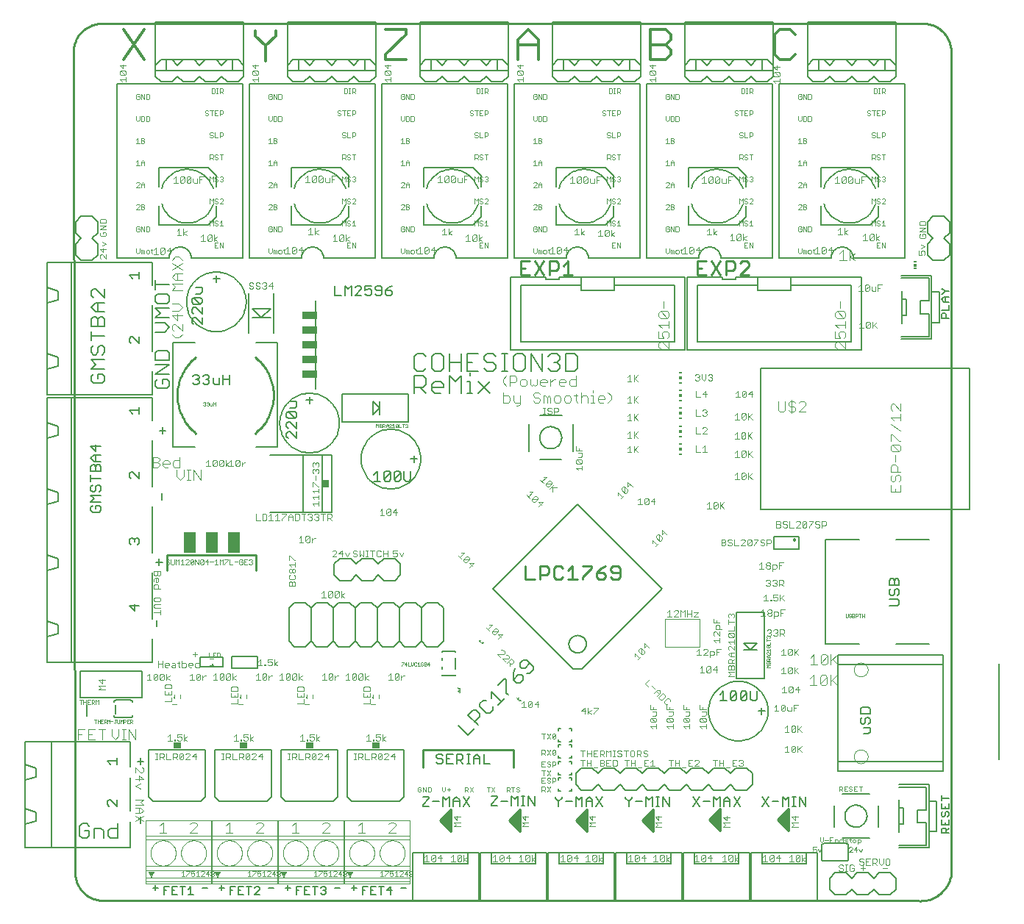
<source format=gto>
G75*
G70*
%OFA0B0*%
%FSLAX24Y24*%
%IPPOS*%
%LPD*%
%AMOC8*
5,1,8,0,0,1.08239X$1,22.5*
%
%ADD10C,0.0100*%
%ADD11C,0.0090*%
%ADD12C,0.0070*%
%ADD13C,0.0040*%
%ADD14R,0.0009X0.0009*%
%ADD15C,0.0120*%
%ADD16C,0.0060*%
%ADD17C,0.0030*%
%ADD18C,0.0020*%
%ADD19C,0.0050*%
%ADD20C,0.0080*%
%ADD21C,0.0010*%
%ADD22R,0.0118X0.0059*%
%ADD23R,0.0118X0.0118*%
%ADD24R,0.0300X0.0340*%
%ADD25R,0.0660X0.0380*%
%ADD26C,0.0000*%
%ADD27R,0.0560X0.0980*%
%ADD28R,0.0098X0.0089*%
%ADD29R,0.0340X0.0300*%
%ADD30R,0.0089X0.0098*%
D10*
X002393Y001821D02*
X002330Y038999D01*
X002331Y038998D02*
X002328Y039067D01*
X002329Y039135D01*
X002334Y039203D01*
X002343Y039271D01*
X002355Y039339D01*
X002371Y039405D01*
X002390Y039471D01*
X002413Y039535D01*
X002440Y039599D01*
X002470Y039660D01*
X002503Y039720D01*
X002539Y039778D01*
X002578Y039834D01*
X002621Y039888D01*
X002666Y039939D01*
X002714Y039988D01*
X002764Y040034D01*
X002817Y040078D01*
X002873Y040118D01*
X002930Y040156D01*
X002989Y040190D01*
X003050Y040221D01*
X003113Y040249D01*
X003177Y040273D01*
X003242Y040294D01*
X003308Y040311D01*
X003375Y040324D01*
X003443Y040334D01*
X003511Y040340D01*
X003511Y040341D02*
X040913Y040341D01*
X040983Y040333D01*
X041052Y040321D01*
X041121Y040306D01*
X041188Y040287D01*
X041255Y040264D01*
X041320Y040238D01*
X041384Y040208D01*
X041446Y040175D01*
X041506Y040138D01*
X041564Y040098D01*
X041619Y040056D01*
X041673Y040010D01*
X041724Y039961D01*
X041772Y039910D01*
X041817Y039856D01*
X041859Y039800D01*
X041898Y039741D01*
X041934Y039681D01*
X041967Y039619D01*
X041996Y039555D01*
X042022Y039489D01*
X042044Y039423D01*
X042062Y039355D01*
X042077Y039286D01*
X042088Y039217D01*
X042095Y039147D01*
X042099Y039077D01*
X042098Y039006D01*
X042094Y038936D01*
X042094Y001759D01*
X042095Y001759D02*
X042081Y001685D01*
X042063Y001613D01*
X042042Y001541D01*
X042016Y001471D01*
X041988Y001402D01*
X041955Y001334D01*
X041919Y001269D01*
X041880Y001205D01*
X041837Y001144D01*
X041792Y001085D01*
X041743Y001028D01*
X041691Y000974D01*
X041637Y000923D01*
X041580Y000874D01*
X041520Y000829D01*
X041459Y000787D01*
X041395Y000748D01*
X041329Y000712D01*
X041261Y000680D01*
X041192Y000652D01*
X041122Y000627D01*
X041050Y000606D01*
X040977Y000589D01*
X040904Y000576D01*
X040829Y000566D01*
X040755Y000561D01*
X040680Y000559D01*
X040605Y000561D01*
X040531Y000567D01*
X040457Y000577D01*
X040456Y000578D02*
X003699Y000578D01*
X003698Y000577D02*
X003629Y000578D01*
X003560Y000581D01*
X003492Y000589D01*
X003424Y000600D01*
X003356Y000615D01*
X003290Y000634D01*
X003224Y000656D01*
X003160Y000682D01*
X003098Y000711D01*
X003037Y000744D01*
X002978Y000779D01*
X002921Y000818D01*
X002866Y000860D01*
X002813Y000905D01*
X002763Y000953D01*
X002716Y001003D01*
X002671Y001056D01*
X002630Y001111D01*
X002591Y001168D01*
X002555Y001227D01*
X002523Y001288D01*
X002494Y001351D01*
X002469Y001415D01*
X002447Y001481D01*
X002429Y001547D01*
X002414Y001615D01*
X002403Y001683D01*
X002396Y001752D01*
X002392Y001821D01*
X006560Y015550D02*
X006560Y016250D01*
X010600Y016250D01*
X010600Y015550D01*
X007870Y021760D02*
X007787Y021828D01*
X007707Y021901D01*
X007631Y021977D01*
X007559Y022057D01*
X007491Y022141D01*
X007427Y022227D01*
X007367Y022317D01*
X007312Y022410D01*
X007261Y022505D01*
X007215Y022602D01*
X007174Y022702D01*
X007138Y022803D01*
X007106Y022906D01*
X007080Y023011D01*
X007059Y023117D01*
X007043Y023223D01*
X007033Y023330D01*
X007028Y023438D01*
X007028Y023546D01*
X007033Y023654D01*
X007043Y023761D01*
X007059Y023867D01*
X007080Y023973D01*
X007106Y024078D01*
X007138Y024181D01*
X007174Y024282D01*
X007215Y024382D01*
X007261Y024479D01*
X007312Y024574D01*
X007367Y024667D01*
X007427Y024757D01*
X007491Y024843D01*
X007559Y024927D01*
X007631Y025007D01*
X007707Y025083D01*
X007787Y025156D01*
X007870Y025224D01*
X010546Y025224D02*
X010629Y025156D01*
X010709Y025083D01*
X010785Y025007D01*
X010857Y024927D01*
X010925Y024843D01*
X010989Y024757D01*
X011049Y024667D01*
X011104Y024574D01*
X011155Y024479D01*
X011201Y024382D01*
X011242Y024282D01*
X011278Y024181D01*
X011310Y024078D01*
X011336Y023973D01*
X011357Y023867D01*
X011373Y023761D01*
X011383Y023654D01*
X011388Y023546D01*
X011388Y023438D01*
X011383Y023330D01*
X011373Y023223D01*
X011357Y023117D01*
X011336Y023011D01*
X011310Y022906D01*
X011278Y022803D01*
X011242Y022702D01*
X011201Y022602D01*
X011155Y022505D01*
X011104Y022410D01*
X011049Y022317D01*
X010989Y022227D01*
X010925Y022141D01*
X010857Y022057D01*
X010785Y021977D01*
X010709Y021901D01*
X010629Y021828D01*
X010546Y021760D01*
X018153Y007410D02*
X022247Y007410D01*
X022247Y006622D01*
X022549Y004703D02*
X022549Y003703D01*
X022049Y004203D01*
X022549Y004703D01*
X022549Y004616D02*
X022462Y004616D01*
X022549Y004518D02*
X022364Y004518D01*
X022265Y004419D02*
X022549Y004419D01*
X022549Y004321D02*
X022167Y004321D01*
X022068Y004222D02*
X022549Y004222D01*
X022549Y004124D02*
X022128Y004124D01*
X022226Y004025D02*
X022549Y004025D01*
X022549Y003927D02*
X022325Y003927D01*
X022423Y003828D02*
X022549Y003828D01*
X022549Y003730D02*
X022522Y003730D01*
X025080Y004203D02*
X025580Y004703D01*
X025580Y003703D01*
X025080Y004203D01*
X025100Y004222D02*
X025580Y004222D01*
X025580Y004124D02*
X025159Y004124D01*
X025257Y004025D02*
X025580Y004025D01*
X025580Y003927D02*
X025356Y003927D01*
X025454Y003828D02*
X025580Y003828D01*
X025580Y003730D02*
X025553Y003730D01*
X025580Y004321D02*
X025198Y004321D01*
X025297Y004419D02*
X025580Y004419D01*
X025580Y004518D02*
X025395Y004518D01*
X025494Y004616D02*
X025580Y004616D01*
X028080Y004203D02*
X028580Y004703D01*
X028580Y003703D01*
X028080Y004203D01*
X028100Y004222D02*
X028580Y004222D01*
X028580Y004124D02*
X028159Y004124D01*
X028257Y004025D02*
X028580Y004025D01*
X028580Y003927D02*
X028356Y003927D01*
X028454Y003828D02*
X028580Y003828D01*
X028580Y003730D02*
X028553Y003730D01*
X028580Y004321D02*
X028198Y004321D01*
X028297Y004419D02*
X028580Y004419D01*
X028580Y004518D02*
X028395Y004518D01*
X028494Y004616D02*
X028580Y004616D01*
X031143Y004234D02*
X031643Y004734D01*
X031643Y003734D01*
X031143Y004234D01*
X031154Y004222D02*
X031643Y004222D01*
X031643Y004124D02*
X031253Y004124D01*
X031351Y004025D02*
X031643Y004025D01*
X031643Y003927D02*
X031450Y003927D01*
X031548Y003828D02*
X031643Y003828D01*
X031643Y004321D02*
X031229Y004321D01*
X031328Y004419D02*
X031643Y004419D01*
X031643Y004518D02*
X031426Y004518D01*
X031525Y004616D02*
X031643Y004616D01*
X031643Y004715D02*
X031623Y004715D01*
X034236Y004234D02*
X034736Y004734D01*
X034736Y003734D01*
X034236Y004234D01*
X034248Y004222D02*
X034736Y004222D01*
X034736Y004124D02*
X034346Y004124D01*
X034445Y004025D02*
X034736Y004025D01*
X034736Y003927D02*
X034543Y003927D01*
X034642Y003828D02*
X034736Y003828D01*
X034736Y004321D02*
X034323Y004321D01*
X034422Y004419D02*
X034736Y004419D01*
X034736Y004518D02*
X034520Y004518D01*
X034619Y004616D02*
X034736Y004616D01*
X034736Y004715D02*
X034717Y004715D01*
X019424Y004703D02*
X019424Y003703D01*
X018924Y004203D01*
X019424Y004703D01*
X019424Y004616D02*
X019337Y004616D01*
X019424Y004518D02*
X019239Y004518D01*
X019140Y004419D02*
X019424Y004419D01*
X019424Y004321D02*
X019042Y004321D01*
X018943Y004222D02*
X019424Y004222D01*
X019424Y004124D02*
X019003Y004124D01*
X019101Y004025D02*
X019424Y004025D01*
X019424Y003927D02*
X019200Y003927D01*
X019298Y003828D02*
X019424Y003828D01*
X019424Y003730D02*
X019397Y003730D01*
X018153Y006622D02*
X018153Y007410D01*
D11*
X022806Y015137D02*
X023213Y015137D01*
X023451Y015137D02*
X023451Y015747D01*
X023756Y015747D01*
X023858Y015645D01*
X023858Y015442D01*
X023756Y015340D01*
X023451Y015340D01*
X022806Y015137D02*
X022806Y015747D01*
X024095Y015645D02*
X024095Y015238D01*
X024197Y015137D01*
X024400Y015137D01*
X024502Y015238D01*
X024740Y015137D02*
X025147Y015137D01*
X024943Y015137D02*
X024943Y015747D01*
X024740Y015544D01*
X024502Y015645D02*
X024400Y015747D01*
X024197Y015747D01*
X024095Y015645D01*
X025384Y015747D02*
X025791Y015747D01*
X025791Y015645D01*
X025384Y015238D01*
X025384Y015137D01*
X026029Y015238D02*
X026131Y015137D01*
X026334Y015137D01*
X026436Y015238D01*
X026436Y015340D01*
X026334Y015442D01*
X026029Y015442D01*
X026029Y015238D01*
X026029Y015442D02*
X026232Y015645D01*
X026436Y015747D01*
X026673Y015645D02*
X026673Y015544D01*
X026775Y015442D01*
X027080Y015442D01*
X027080Y015645D02*
X027080Y015238D01*
X026979Y015137D01*
X026775Y015137D01*
X026673Y015238D01*
X026673Y015645D02*
X026775Y015747D01*
X026979Y015747D01*
X027080Y015645D01*
X024931Y028953D02*
X024524Y028953D01*
X024727Y028953D02*
X024727Y029563D01*
X024524Y029360D01*
X024286Y029461D02*
X024286Y029258D01*
X024185Y029156D01*
X023879Y029156D01*
X023879Y028953D02*
X023879Y029563D01*
X024185Y029563D01*
X024286Y029461D01*
X023642Y029563D02*
X023235Y028953D01*
X022997Y028953D02*
X022590Y028953D01*
X022590Y029563D01*
X022997Y029563D01*
X023235Y029563D02*
X023642Y028953D01*
X022794Y029258D02*
X022590Y029258D01*
X030590Y029258D02*
X030794Y029258D01*
X030997Y029563D02*
X030590Y029563D01*
X030590Y028953D01*
X030997Y028953D01*
X031235Y028953D02*
X031642Y029563D01*
X031879Y029563D02*
X032185Y029563D01*
X032286Y029461D01*
X032286Y029258D01*
X032185Y029156D01*
X031879Y029156D01*
X031879Y028953D02*
X031879Y029563D01*
X031235Y029563D02*
X031642Y028953D01*
X032524Y028953D02*
X032931Y029360D01*
X032931Y029461D01*
X032829Y029563D01*
X032626Y029563D01*
X032524Y029461D01*
X032524Y028953D02*
X032931Y028953D01*
D12*
X025161Y025240D02*
X025161Y024713D01*
X025030Y024581D01*
X024634Y024581D01*
X024634Y025372D01*
X025030Y025372D01*
X025161Y025240D01*
X024369Y025240D02*
X024369Y025108D01*
X024238Y024977D01*
X024369Y024845D01*
X024369Y024713D01*
X024238Y024581D01*
X023974Y024581D01*
X023842Y024713D01*
X023578Y024581D02*
X023578Y025372D01*
X023842Y025240D02*
X023974Y025372D01*
X024238Y025372D01*
X024369Y025240D01*
X024238Y024977D02*
X024106Y024977D01*
X023578Y024581D02*
X023050Y025372D01*
X023050Y024581D01*
X022786Y024713D02*
X022786Y025240D01*
X022654Y025372D01*
X022390Y025372D01*
X022259Y025240D01*
X022259Y024713D01*
X022390Y024581D01*
X022654Y024581D01*
X022786Y024713D01*
X021994Y024581D02*
X021731Y024581D01*
X021862Y024581D02*
X021862Y025372D01*
X021731Y025372D02*
X021994Y025372D01*
X021466Y025240D02*
X021334Y025372D01*
X021071Y025372D01*
X020939Y025240D01*
X020939Y025108D01*
X021071Y024977D01*
X021334Y024977D01*
X021466Y024845D01*
X021466Y024713D01*
X021334Y024581D01*
X021071Y024581D01*
X020939Y024713D01*
X020674Y024581D02*
X020147Y024581D01*
X020147Y025372D01*
X020674Y025372D01*
X020410Y024977D02*
X020147Y024977D01*
X019882Y024977D02*
X019355Y024977D01*
X019090Y025240D02*
X018958Y025372D01*
X018695Y025372D01*
X018563Y025240D01*
X018563Y024713D01*
X018695Y024581D01*
X018958Y024581D01*
X019090Y024713D01*
X019090Y025240D01*
X019355Y025372D02*
X019355Y024581D01*
X019355Y024372D02*
X019619Y024108D01*
X019882Y024372D01*
X019882Y023581D01*
X020147Y023581D02*
X020410Y023581D01*
X020279Y023581D02*
X020279Y024108D01*
X020147Y024108D01*
X020279Y024372D02*
X020279Y024504D01*
X019882Y024581D02*
X019882Y025372D01*
X019355Y024372D02*
X019355Y023581D01*
X019090Y023845D02*
X018563Y023845D01*
X018563Y023977D02*
X018695Y024108D01*
X018958Y024108D01*
X019090Y023977D01*
X019090Y023845D01*
X018958Y023581D02*
X018695Y023581D01*
X018563Y023713D01*
X018563Y023977D01*
X018298Y023977D02*
X018167Y023845D01*
X017771Y023845D01*
X017771Y023581D02*
X017771Y024372D01*
X018167Y024372D01*
X018298Y024240D01*
X018298Y023977D01*
X018035Y023845D02*
X018298Y023581D01*
X018167Y024581D02*
X018298Y024713D01*
X018167Y024581D02*
X017903Y024581D01*
X017771Y024713D01*
X017771Y025240D01*
X017903Y025372D01*
X018167Y025372D01*
X018298Y025240D01*
X020675Y024108D02*
X021202Y023581D01*
X020675Y023581D02*
X021202Y024108D01*
X016753Y028093D02*
X016753Y028165D01*
X016681Y028237D01*
X016466Y028237D01*
X016466Y028093D01*
X016538Y028021D01*
X016681Y028021D01*
X016753Y028093D01*
X016610Y028380D02*
X016466Y028237D01*
X016293Y028237D02*
X016078Y028237D01*
X016006Y028308D01*
X016006Y028380D01*
X016078Y028452D01*
X016221Y028452D01*
X016293Y028380D01*
X016293Y028093D01*
X016221Y028021D01*
X016078Y028021D01*
X016006Y028093D01*
X015832Y028093D02*
X015832Y028237D01*
X015761Y028308D01*
X015689Y028308D01*
X015545Y028237D01*
X015545Y028452D01*
X015832Y028452D01*
X015832Y028093D02*
X015761Y028021D01*
X015617Y028021D01*
X015545Y028093D01*
X015372Y028021D02*
X015085Y028021D01*
X015372Y028308D01*
X015372Y028380D01*
X015300Y028452D01*
X015157Y028452D01*
X015085Y028380D01*
X014912Y028452D02*
X014912Y028021D01*
X014625Y028021D02*
X014625Y028452D01*
X014768Y028308D01*
X014912Y028452D01*
X014451Y028021D02*
X014164Y028021D01*
X014164Y028452D01*
X016610Y028380D02*
X016753Y028452D01*
X009393Y024416D02*
X009393Y023986D01*
X009393Y024201D02*
X009106Y024201D01*
X008933Y024273D02*
X008933Y023986D01*
X008718Y023986D01*
X008646Y024058D01*
X008646Y024273D01*
X008473Y024273D02*
X008401Y024201D01*
X008473Y024129D01*
X008473Y024058D01*
X008401Y023986D01*
X008257Y023986D01*
X008186Y024058D01*
X008012Y024058D02*
X007940Y023986D01*
X007797Y023986D01*
X007725Y024058D01*
X007869Y024201D02*
X007940Y024201D01*
X008012Y024129D01*
X008012Y024058D01*
X007940Y024201D02*
X008012Y024273D01*
X008012Y024345D01*
X007940Y024416D01*
X007797Y024416D01*
X007725Y024345D01*
X008186Y024345D02*
X008257Y024416D01*
X008401Y024416D01*
X008473Y024345D01*
X008473Y024273D01*
X008401Y024201D02*
X008329Y024201D01*
X009106Y023986D02*
X009106Y024416D01*
X006505Y021889D02*
X006218Y021889D01*
X006361Y021746D02*
X006361Y022033D01*
X003745Y024143D02*
X003745Y024353D01*
X003640Y024459D01*
X003430Y024459D01*
X003430Y024248D01*
X003220Y024038D02*
X003640Y024038D01*
X003745Y024143D01*
X003220Y024038D02*
X003114Y024143D01*
X003114Y024353D01*
X003220Y024459D01*
X003114Y024683D02*
X003325Y024893D01*
X003114Y025103D01*
X003745Y025103D01*
X003640Y025327D02*
X003745Y025432D01*
X003745Y025643D01*
X003640Y025748D01*
X003535Y025748D01*
X003430Y025643D01*
X003430Y025432D01*
X003325Y025327D01*
X003220Y025327D01*
X003114Y025432D01*
X003114Y025643D01*
X003220Y025748D01*
X003114Y025972D02*
X003114Y026392D01*
X003114Y026182D02*
X003745Y026182D01*
X003745Y026616D02*
X003114Y026616D01*
X003114Y026932D01*
X003220Y027037D01*
X003325Y027037D01*
X003430Y026932D01*
X003430Y026616D01*
X003745Y026616D02*
X003745Y026932D01*
X003640Y027037D01*
X003535Y027037D01*
X003430Y026932D01*
X003430Y027261D02*
X003430Y027681D01*
X003325Y027681D02*
X003745Y027681D01*
X003745Y027905D02*
X003325Y028326D01*
X003220Y028326D01*
X003114Y028221D01*
X003114Y028011D01*
X003220Y027905D01*
X003325Y027681D02*
X003114Y027471D01*
X003325Y027261D01*
X003745Y027261D01*
X003745Y027905D02*
X003745Y028326D01*
X003745Y024683D02*
X003114Y024683D01*
X006330Y019033D02*
X006330Y018746D01*
X006205Y016064D02*
X006205Y015777D01*
X006348Y015921D02*
X006061Y015921D01*
X006080Y013283D02*
X006080Y012996D01*
X005361Y007033D02*
X005361Y006746D01*
X005218Y006889D02*
X005505Y006889D01*
X005361Y004377D02*
X005361Y004090D01*
X018146Y004847D02*
X018433Y004847D01*
X018606Y005062D02*
X018893Y005062D01*
X019066Y005277D02*
X019210Y005134D01*
X019353Y005277D01*
X019353Y004847D01*
X019527Y004847D02*
X019527Y005134D01*
X019670Y005277D01*
X019814Y005134D01*
X019814Y004847D01*
X019987Y004847D02*
X020274Y005277D01*
X019987Y005277D02*
X020274Y004847D01*
X019814Y005062D02*
X019527Y005062D01*
X019066Y004847D02*
X019066Y005277D01*
X018433Y005277D02*
X018433Y005205D01*
X018146Y004918D01*
X018146Y004847D01*
X018146Y005277D02*
X018433Y005277D01*
X018840Y006787D02*
X018768Y006859D01*
X018840Y006787D02*
X018983Y006787D01*
X019055Y006859D01*
X019055Y006931D01*
X018983Y007002D01*
X018840Y007002D01*
X018768Y007074D01*
X018768Y007146D01*
X018840Y007218D01*
X018983Y007218D01*
X019055Y007146D01*
X019228Y007218D02*
X019228Y006787D01*
X019515Y006787D01*
X019689Y006787D02*
X019689Y007218D01*
X019904Y007218D01*
X019976Y007146D01*
X019976Y007002D01*
X019904Y006931D01*
X019689Y006931D01*
X019832Y006931D02*
X019976Y006787D01*
X020149Y006787D02*
X020293Y006787D01*
X020221Y006787D02*
X020221Y007218D01*
X020149Y007218D02*
X020293Y007218D01*
X020456Y007074D02*
X020456Y006787D01*
X020456Y007002D02*
X020743Y007002D01*
X020743Y007074D02*
X020743Y006787D01*
X020916Y006787D02*
X020916Y007218D01*
X020743Y007074D02*
X020599Y007218D01*
X020456Y007074D01*
X020916Y006787D02*
X021203Y006787D01*
X021250Y005308D02*
X021537Y005308D01*
X021537Y005237D01*
X021250Y004950D01*
X021250Y004878D01*
X021537Y004878D01*
X021711Y005093D02*
X021998Y005093D01*
X022171Y004878D02*
X022171Y005308D01*
X022315Y005165D01*
X022458Y005308D01*
X022458Y004878D01*
X022632Y004878D02*
X022775Y004878D01*
X022703Y004878D02*
X022703Y005308D01*
X022632Y005308D02*
X022775Y005308D01*
X022939Y005308D02*
X023225Y004878D01*
X023225Y005308D01*
X022939Y005308D02*
X022939Y004878D01*
X024166Y005205D02*
X024310Y005062D01*
X024310Y004847D01*
X024310Y005062D02*
X024453Y005205D01*
X024453Y005277D01*
X024627Y005062D02*
X024914Y005062D01*
X025087Y005277D02*
X025231Y005134D01*
X025374Y005277D01*
X025374Y004847D01*
X025548Y004847D02*
X025548Y005134D01*
X025691Y005277D01*
X025834Y005134D01*
X025834Y004847D01*
X026008Y004847D02*
X026295Y005277D01*
X026008Y005277D02*
X026295Y004847D01*
X025834Y005062D02*
X025548Y005062D01*
X025087Y004847D02*
X025087Y005277D01*
X024166Y005277D02*
X024166Y005205D01*
X027342Y005205D02*
X027486Y005062D01*
X027486Y004847D01*
X027486Y005062D02*
X027629Y005205D01*
X027629Y005277D01*
X027803Y005062D02*
X028090Y005062D01*
X028263Y005277D02*
X028407Y005134D01*
X028550Y005277D01*
X028550Y004847D01*
X028724Y004847D02*
X028867Y004847D01*
X028795Y004847D02*
X028795Y005277D01*
X028724Y005277D02*
X028867Y005277D01*
X029030Y005277D02*
X029317Y004847D01*
X029317Y005277D01*
X029030Y005277D02*
X029030Y004847D01*
X028263Y004847D02*
X028263Y005277D01*
X027342Y005277D02*
X027342Y005205D01*
X030406Y005277D02*
X030693Y004847D01*
X030866Y005062D02*
X031153Y005062D01*
X031327Y005277D02*
X031470Y005134D01*
X031613Y005277D01*
X031613Y004847D01*
X031787Y004847D02*
X031787Y005134D01*
X031930Y005277D01*
X032074Y005134D01*
X032074Y004847D01*
X032247Y004847D02*
X032534Y005277D01*
X032247Y005277D02*
X032534Y004847D01*
X032074Y005062D02*
X031787Y005062D01*
X031327Y004847D02*
X031327Y005277D01*
X030693Y005277D02*
X030406Y004847D01*
X033526Y004847D02*
X033812Y005277D01*
X033986Y005062D02*
X034273Y005062D01*
X034446Y005277D02*
X034590Y005134D01*
X034733Y005277D01*
X034733Y004847D01*
X034907Y004847D02*
X035050Y004847D01*
X034978Y004847D02*
X034978Y005277D01*
X034907Y005277D02*
X035050Y005277D01*
X035214Y005277D02*
X035501Y004847D01*
X035501Y005277D01*
X035214Y005277D02*
X035214Y004847D01*
X034446Y004847D02*
X034446Y005277D01*
X033812Y004847D02*
X033526Y005277D01*
X038126Y008128D02*
X038341Y008128D01*
X038413Y008199D01*
X038413Y008415D01*
X038126Y008415D01*
X038126Y008588D02*
X038198Y008660D01*
X038198Y008803D01*
X038270Y008875D01*
X038341Y008875D01*
X038413Y008803D01*
X038413Y008660D01*
X038341Y008588D01*
X038126Y008588D02*
X038054Y008588D01*
X037983Y008660D01*
X037983Y008803D01*
X038054Y008875D01*
X037983Y009049D02*
X037983Y009264D01*
X038054Y009335D01*
X038341Y009335D01*
X038413Y009264D01*
X038413Y009049D01*
X037983Y009049D01*
X041650Y005333D02*
X041650Y005113D01*
X041650Y005223D02*
X041980Y005223D01*
X041980Y004965D02*
X041980Y004745D01*
X041650Y004745D01*
X041650Y004965D01*
X041815Y004855D02*
X041815Y004745D01*
X041870Y004596D02*
X041925Y004596D01*
X041980Y004541D01*
X041980Y004431D01*
X041925Y004376D01*
X041815Y004431D02*
X041815Y004541D01*
X041870Y004596D01*
X041705Y004596D02*
X041650Y004541D01*
X041650Y004431D01*
X041705Y004376D01*
X041760Y004376D01*
X041815Y004431D01*
X041980Y004228D02*
X041980Y004008D01*
X041650Y004008D01*
X041650Y004228D01*
X041815Y004118D02*
X041815Y004008D01*
X041815Y003860D02*
X041870Y003805D01*
X041870Y003640D01*
X041870Y003750D02*
X041980Y003860D01*
X041815Y003860D02*
X041705Y003860D01*
X041650Y003805D01*
X041650Y003640D01*
X041980Y003640D01*
X033294Y009707D02*
X033294Y010066D01*
X033007Y010066D02*
X033007Y009707D01*
X033079Y009636D01*
X033222Y009636D01*
X033294Y009707D01*
X032833Y009707D02*
X032762Y009636D01*
X032618Y009636D01*
X032547Y009707D01*
X032833Y009994D01*
X032833Y009707D01*
X032547Y009707D02*
X032547Y009994D01*
X032618Y010066D01*
X032762Y010066D01*
X032833Y009994D01*
X032373Y009994D02*
X032086Y009707D01*
X032158Y009636D01*
X032301Y009636D01*
X032373Y009707D01*
X032373Y009994D01*
X032301Y010066D01*
X032158Y010066D01*
X032086Y009994D01*
X032086Y009707D01*
X031913Y009636D02*
X031626Y009636D01*
X031769Y009636D02*
X031769Y010066D01*
X031626Y009923D01*
X039306Y013955D02*
X039664Y013955D01*
X039736Y014026D01*
X039736Y014170D01*
X039664Y014241D01*
X039306Y014241D01*
X039377Y014415D02*
X039449Y014415D01*
X039521Y014487D01*
X039521Y014630D01*
X039592Y014702D01*
X039664Y014702D01*
X039736Y014630D01*
X039736Y014487D01*
X039664Y014415D01*
X039377Y014415D02*
X039306Y014487D01*
X039306Y014630D01*
X039377Y014702D01*
X039306Y014875D02*
X039306Y015090D01*
X039377Y015162D01*
X039449Y015162D01*
X039521Y015090D01*
X039521Y014875D01*
X039736Y014875D02*
X039736Y015090D01*
X039664Y015162D01*
X039592Y015162D01*
X039521Y015090D01*
X039736Y014875D02*
X039306Y014875D01*
X041656Y026985D02*
X041656Y027150D01*
X041711Y027205D01*
X041821Y027205D01*
X041876Y027150D01*
X041876Y026985D01*
X041986Y026985D02*
X041656Y026985D01*
X041656Y027354D02*
X041986Y027354D01*
X041986Y027574D01*
X041986Y027722D02*
X041766Y027722D01*
X041656Y027832D01*
X041766Y027942D01*
X041986Y027942D01*
X041821Y027942D02*
X041821Y027722D01*
X041711Y028090D02*
X041821Y028200D01*
X041986Y028200D01*
X041821Y028200D02*
X041711Y028310D01*
X041656Y028310D01*
X041656Y028090D02*
X041711Y028090D01*
X023152Y011186D02*
X022855Y011483D01*
X022706Y011483D01*
X022558Y011334D01*
X022558Y011186D01*
X022632Y011111D01*
X022780Y011111D01*
X023003Y011334D01*
X023152Y011186D02*
X023152Y011037D01*
X023003Y010889D01*
X022855Y010889D01*
X022696Y010730D02*
X022622Y010804D01*
X022473Y010804D01*
X022250Y010581D01*
X022399Y010433D01*
X022548Y010433D01*
X022696Y010581D01*
X022696Y010730D01*
X022250Y010879D02*
X022250Y010581D01*
X022250Y010879D02*
X022325Y011102D01*
X021869Y010646D02*
X021943Y010571D01*
X021943Y009977D01*
X022018Y009903D01*
X021859Y009744D02*
X021562Y009447D01*
X021710Y009596D02*
X021265Y010041D01*
X021265Y009744D01*
X021032Y009660D02*
X020883Y009660D01*
X020735Y009511D01*
X020735Y009363D01*
X021032Y009065D01*
X021180Y009065D01*
X021329Y009214D01*
X021329Y009363D01*
X020725Y009056D02*
X020725Y008907D01*
X020502Y008684D01*
X020650Y008535D02*
X020204Y008981D01*
X020427Y009204D01*
X020576Y009204D01*
X020725Y009056D01*
X020492Y008377D02*
X020195Y008080D01*
X019749Y008525D01*
X019515Y007218D02*
X019228Y007218D01*
X019228Y007002D02*
X019372Y007002D01*
X021572Y010349D02*
X021869Y010646D01*
D13*
X022719Y009613D02*
X022626Y009520D01*
X022719Y009613D02*
X022719Y009333D01*
X022626Y009333D02*
X022812Y009333D01*
X022920Y009380D02*
X022967Y009333D01*
X023060Y009333D01*
X023107Y009380D01*
X023107Y009567D01*
X022920Y009380D01*
X022920Y009567D01*
X022967Y009613D01*
X023060Y009613D01*
X023107Y009567D01*
X023215Y009473D02*
X023402Y009473D01*
X023355Y009333D02*
X023355Y009613D01*
X023215Y009473D01*
X025299Y007391D02*
X025486Y007391D01*
X025393Y007391D02*
X025393Y007111D01*
X025390Y006952D02*
X025390Y006672D01*
X025591Y006672D02*
X025591Y006952D01*
X025483Y006952D02*
X025297Y006952D01*
X025591Y006812D02*
X025778Y006812D01*
X025778Y006952D02*
X025778Y006672D01*
X025886Y006625D02*
X026073Y006625D01*
X026181Y006672D02*
X026321Y006672D01*
X026367Y006718D01*
X026367Y006765D01*
X026321Y006812D01*
X026181Y006812D01*
X026321Y006812D02*
X026367Y006858D01*
X026367Y006905D01*
X026321Y006952D01*
X026181Y006952D01*
X026181Y006672D01*
X026475Y006672D02*
X026475Y006952D01*
X026662Y006952D01*
X026770Y006952D02*
X026910Y006952D01*
X026957Y006905D01*
X026957Y006718D01*
X026910Y006672D01*
X026770Y006672D01*
X026770Y006952D01*
X026773Y007111D02*
X026866Y007111D01*
X026819Y007111D02*
X026819Y007391D01*
X026773Y007391D02*
X026866Y007391D01*
X026969Y007344D02*
X026969Y007297D01*
X027016Y007251D01*
X027109Y007251D01*
X027156Y007204D01*
X027156Y007157D01*
X027109Y007111D01*
X027016Y007111D01*
X026969Y007157D01*
X026969Y007344D02*
X027016Y007391D01*
X027109Y007391D01*
X027156Y007344D01*
X027264Y007391D02*
X027450Y007391D01*
X027357Y007391D02*
X027357Y007111D01*
X027390Y006952D02*
X027390Y006672D01*
X027591Y006672D02*
X027591Y006952D01*
X027483Y006952D02*
X027297Y006952D01*
X027591Y006812D02*
X027778Y006812D01*
X027778Y006952D02*
X027778Y006672D01*
X027886Y006625D02*
X028073Y006625D01*
X028181Y006672D02*
X028367Y006672D01*
X028475Y006672D02*
X028662Y006672D01*
X028569Y006672D02*
X028569Y006952D01*
X028475Y006858D01*
X028367Y006952D02*
X028181Y006952D01*
X028181Y006672D01*
X028181Y006812D02*
X028274Y006812D01*
X028288Y007111D02*
X028194Y007111D01*
X028148Y007157D01*
X028194Y007251D02*
X028288Y007251D01*
X028334Y007204D01*
X028334Y007157D01*
X028288Y007111D01*
X028194Y007251D02*
X028148Y007297D01*
X028148Y007344D01*
X028194Y007391D01*
X028288Y007391D01*
X028334Y007344D01*
X028040Y007344D02*
X028040Y007251D01*
X027993Y007204D01*
X027853Y007204D01*
X027946Y007204D02*
X028040Y007111D01*
X027853Y007111D02*
X027853Y007391D01*
X027993Y007391D01*
X028040Y007344D01*
X027745Y007344D02*
X027745Y007157D01*
X027698Y007111D01*
X027605Y007111D01*
X027558Y007157D01*
X027558Y007344D01*
X027605Y007391D01*
X027698Y007391D01*
X027745Y007344D01*
X026665Y007391D02*
X026665Y007111D01*
X026478Y007111D02*
X026478Y007391D01*
X026571Y007297D01*
X026665Y007391D01*
X026370Y007344D02*
X026370Y007251D01*
X026323Y007204D01*
X026183Y007204D01*
X026183Y007111D02*
X026183Y007391D01*
X026323Y007391D01*
X026370Y007344D01*
X026277Y007204D02*
X026370Y007111D01*
X026075Y007111D02*
X025889Y007111D01*
X025889Y007391D01*
X026075Y007391D01*
X025982Y007251D02*
X025889Y007251D01*
X025781Y007251D02*
X025594Y007251D01*
X025594Y007111D02*
X025594Y007391D01*
X025781Y007391D02*
X025781Y007111D01*
X026475Y006812D02*
X026569Y006812D01*
X026475Y006672D02*
X026662Y006672D01*
X029297Y006952D02*
X029483Y006952D01*
X029390Y006952D02*
X029390Y006672D01*
X029591Y006672D02*
X029591Y006952D01*
X029591Y006812D02*
X029778Y006812D01*
X029778Y006952D02*
X029778Y006672D01*
X029886Y006625D02*
X030073Y006625D01*
X030181Y006672D02*
X030367Y006672D01*
X030475Y006672D02*
X030662Y006858D01*
X030662Y006905D01*
X030615Y006952D01*
X030522Y006952D01*
X030475Y006905D01*
X030367Y006952D02*
X030181Y006952D01*
X030181Y006672D01*
X030181Y006812D02*
X030274Y006812D01*
X030475Y006672D02*
X030662Y006672D01*
X031297Y006952D02*
X031483Y006952D01*
X031390Y006952D02*
X031390Y006672D01*
X031591Y006672D02*
X031591Y006952D01*
X031591Y006812D02*
X031778Y006812D01*
X031778Y006952D02*
X031778Y006672D01*
X031886Y006625D02*
X032073Y006625D01*
X032181Y006672D02*
X032367Y006672D01*
X032475Y006718D02*
X032522Y006672D01*
X032615Y006672D01*
X032662Y006718D01*
X032662Y006765D01*
X032615Y006812D01*
X032569Y006812D01*
X032615Y006812D02*
X032662Y006858D01*
X032662Y006905D01*
X032615Y006952D01*
X032522Y006952D01*
X032475Y006905D01*
X032367Y006952D02*
X032181Y006952D01*
X032181Y006672D01*
X032181Y006812D02*
X032274Y006812D01*
X034555Y007309D02*
X034742Y007309D01*
X034648Y007309D02*
X034648Y007589D01*
X034555Y007496D01*
X034849Y007543D02*
X034896Y007589D01*
X034989Y007589D01*
X035036Y007543D01*
X034849Y007356D01*
X034896Y007309D01*
X034989Y007309D01*
X035036Y007356D01*
X035036Y007543D01*
X035144Y007589D02*
X035144Y007309D01*
X035144Y007403D02*
X035331Y007589D01*
X035191Y007449D02*
X035331Y007309D01*
X034849Y007356D02*
X034849Y007543D01*
X034896Y008215D02*
X034849Y008261D01*
X035036Y008448D01*
X035036Y008261D01*
X034989Y008215D01*
X034896Y008215D01*
X034849Y008261D02*
X034849Y008448D01*
X034896Y008495D01*
X034989Y008495D01*
X035036Y008448D01*
X035144Y008495D02*
X035144Y008215D01*
X035144Y008308D02*
X035331Y008495D01*
X035191Y008355D02*
X035331Y008215D01*
X034742Y008215D02*
X034555Y008215D01*
X034648Y008215D02*
X034648Y008495D01*
X034555Y008401D01*
X034520Y009171D02*
X034426Y009171D01*
X034379Y009217D01*
X034566Y009404D01*
X034566Y009217D01*
X034520Y009171D01*
X034379Y009217D02*
X034379Y009404D01*
X034426Y009451D01*
X034520Y009451D01*
X034566Y009404D01*
X034674Y009358D02*
X034674Y009217D01*
X034721Y009171D01*
X034861Y009171D01*
X034861Y009358D01*
X034969Y009311D02*
X035062Y009311D01*
X034969Y009171D02*
X034969Y009451D01*
X035156Y009451D01*
X035166Y010003D02*
X035166Y010283D01*
X035026Y010143D01*
X035213Y010143D01*
X034918Y010236D02*
X034731Y010049D01*
X034778Y010003D01*
X034871Y010003D01*
X034918Y010049D01*
X034918Y010236D01*
X034871Y010283D01*
X034778Y010283D01*
X034731Y010236D01*
X034731Y010049D01*
X034623Y010003D02*
X034437Y010003D01*
X034530Y010003D02*
X034530Y010283D01*
X034437Y010189D01*
X034397Y010869D02*
X034584Y010869D01*
X034491Y010869D02*
X034491Y011149D01*
X034397Y011055D01*
X034692Y011102D02*
X034692Y010915D01*
X034879Y011102D01*
X034879Y010915D01*
X034832Y010869D01*
X034739Y010869D01*
X034692Y010915D01*
X034692Y011102D02*
X034739Y011149D01*
X034832Y011149D01*
X034879Y011102D01*
X034987Y011149D02*
X034987Y010869D01*
X034987Y010962D02*
X035173Y011149D01*
X035033Y011009D02*
X035173Y010869D01*
X035702Y010649D02*
X035855Y010802D01*
X035855Y010342D01*
X035702Y010342D02*
X036009Y010342D01*
X036162Y010419D02*
X036469Y010726D01*
X036469Y010419D01*
X036392Y010342D01*
X036239Y010342D01*
X036162Y010419D01*
X036162Y010726D01*
X036239Y010802D01*
X036392Y010802D01*
X036469Y010726D01*
X036623Y010802D02*
X036623Y010342D01*
X036623Y010495D02*
X036930Y010802D01*
X036699Y010572D02*
X036930Y010342D01*
X036949Y011279D02*
X036718Y011509D01*
X036642Y011433D02*
X036949Y011740D01*
X036642Y011740D02*
X036642Y011279D01*
X036488Y011356D02*
X036411Y011279D01*
X036258Y011279D01*
X036181Y011356D01*
X036488Y011663D01*
X036488Y011356D01*
X036181Y011356D02*
X036181Y011663D01*
X036258Y011740D01*
X036411Y011740D01*
X036488Y011663D01*
X036028Y011279D02*
X035721Y011279D01*
X035874Y011279D02*
X035874Y011740D01*
X035721Y011586D01*
X035173Y011695D02*
X035033Y011836D01*
X034987Y011789D02*
X035173Y011976D01*
X034987Y011976D02*
X034987Y011695D01*
X034879Y011742D02*
X034832Y011695D01*
X034739Y011695D01*
X034692Y011742D01*
X034879Y011929D01*
X034879Y011742D01*
X034879Y011929D02*
X034832Y011976D01*
X034739Y011976D01*
X034692Y011929D01*
X034692Y011742D01*
X034584Y011695D02*
X034397Y011695D01*
X034491Y011695D02*
X034491Y011976D01*
X034397Y011882D01*
X032271Y011929D02*
X032084Y012116D01*
X032037Y012116D01*
X031990Y012069D01*
X031990Y011976D01*
X032037Y011929D01*
X032084Y011821D02*
X032271Y011821D01*
X032271Y011929D02*
X032271Y012116D01*
X032271Y012224D02*
X032271Y012411D01*
X032271Y012317D02*
X031990Y012317D01*
X032084Y012224D01*
X032037Y012518D02*
X031990Y012565D01*
X031990Y012659D01*
X032037Y012705D01*
X032224Y012518D01*
X032271Y012565D01*
X032271Y012659D01*
X032224Y012705D01*
X032037Y012705D01*
X031990Y012813D02*
X032271Y012813D01*
X032271Y013000D01*
X032271Y013201D02*
X031990Y013201D01*
X031990Y013108D02*
X031990Y013295D01*
X032037Y013402D02*
X031990Y013449D01*
X031990Y013543D01*
X032037Y013589D01*
X032084Y013589D01*
X032131Y013543D01*
X032177Y013589D01*
X032224Y013589D01*
X032271Y013543D01*
X032271Y013449D01*
X032224Y013402D01*
X032131Y013496D02*
X032131Y013543D01*
X031601Y013170D02*
X031321Y013170D01*
X031321Y013357D01*
X031461Y013263D02*
X031461Y013170D01*
X031461Y013062D02*
X031555Y013062D01*
X031601Y013015D01*
X031601Y012875D01*
X031695Y012875D02*
X031415Y012875D01*
X031415Y013015D01*
X031461Y013062D01*
X031415Y012767D02*
X031368Y012767D01*
X031321Y012721D01*
X031321Y012627D01*
X031368Y012581D01*
X031415Y012767D02*
X031601Y012581D01*
X031601Y012767D01*
X031601Y012473D02*
X031601Y012286D01*
X031601Y012379D02*
X031321Y012379D01*
X031415Y012286D01*
X031462Y011976D02*
X031649Y011976D01*
X031556Y011836D02*
X031462Y011836D01*
X031354Y011836D02*
X031354Y011742D01*
X031308Y011695D01*
X031168Y011695D01*
X031168Y011602D02*
X031168Y011882D01*
X031308Y011882D01*
X031354Y011836D01*
X031462Y011976D02*
X031462Y011695D01*
X031060Y011695D02*
X030873Y011695D01*
X031060Y011882D01*
X031060Y011929D01*
X031013Y011976D01*
X030920Y011976D01*
X030873Y011929D01*
X030672Y011976D02*
X030672Y011695D01*
X030765Y011695D02*
X030578Y011695D01*
X030578Y011882D02*
X030672Y011976D01*
X030688Y012075D02*
X029141Y012075D01*
X029140Y012082D02*
X029140Y013332D01*
X029141Y013338D02*
X030688Y013338D01*
X030690Y013332D02*
X030690Y012082D01*
X031990Y011728D02*
X032084Y011821D01*
X032131Y011821D02*
X032131Y011635D01*
X032084Y011635D02*
X031990Y011728D01*
X032084Y011635D02*
X032271Y011635D01*
X032271Y011527D02*
X032177Y011433D01*
X032177Y011480D02*
X032177Y011340D01*
X032271Y011340D02*
X031990Y011340D01*
X031990Y011480D01*
X032037Y011527D01*
X032131Y011527D01*
X032177Y011480D01*
X032177Y011232D02*
X032224Y011232D01*
X032271Y011185D01*
X032271Y011045D01*
X031990Y011045D01*
X031990Y011185D01*
X032037Y011232D01*
X032084Y011232D01*
X032131Y011185D01*
X032131Y011045D01*
X032131Y011185D02*
X032177Y011232D01*
X032271Y010937D02*
X031990Y010937D01*
X032084Y010844D01*
X031990Y010751D01*
X032271Y010751D01*
X032224Y012518D02*
X032037Y012518D01*
X034178Y009451D02*
X034178Y009171D01*
X034085Y009171D02*
X034272Y009171D01*
X034085Y009358D02*
X034178Y009451D01*
X037035Y005754D02*
X037135Y005754D01*
X037168Y005721D01*
X037168Y005654D01*
X037135Y005620D01*
X037035Y005620D01*
X037035Y005554D02*
X037035Y005754D01*
X037102Y005620D02*
X037168Y005554D01*
X037256Y005554D02*
X037389Y005554D01*
X037477Y005587D02*
X037510Y005554D01*
X037577Y005554D01*
X037610Y005587D01*
X037610Y005620D01*
X037577Y005654D01*
X037510Y005654D01*
X037477Y005687D01*
X037477Y005721D01*
X037510Y005754D01*
X037577Y005754D01*
X037610Y005721D01*
X037698Y005754D02*
X037698Y005554D01*
X037831Y005554D01*
X037765Y005654D02*
X037698Y005654D01*
X037698Y005754D02*
X037831Y005754D01*
X037919Y005754D02*
X038052Y005754D01*
X037986Y005754D02*
X037986Y005554D01*
X037389Y005754D02*
X037256Y005754D01*
X037256Y005554D01*
X037256Y005654D02*
X037323Y005654D01*
X029347Y009604D02*
X029347Y009670D01*
X029281Y009736D01*
X029215Y009736D01*
X029083Y009604D01*
X029083Y009538D01*
X029149Y009472D01*
X029215Y009472D01*
X029006Y009680D02*
X029139Y009812D01*
X029139Y009878D01*
X029039Y009977D01*
X028841Y009779D01*
X028940Y009680D01*
X029006Y009680D01*
X028765Y009855D02*
X028897Y009988D01*
X028897Y010120D01*
X028765Y010120D01*
X028633Y009988D01*
X028732Y010087D02*
X028864Y009955D01*
X028656Y010163D02*
X028524Y010295D01*
X028348Y010272D02*
X028216Y010404D01*
X028414Y010602D01*
X027894Y011516D02*
X028026Y011648D01*
X027960Y011582D02*
X027762Y011780D01*
X027762Y011648D01*
X027937Y011890D02*
X027937Y011956D01*
X028003Y012022D01*
X028069Y012022D01*
X028069Y011758D01*
X028135Y011758D01*
X028201Y011824D01*
X028201Y011890D01*
X028069Y012022D01*
X028211Y012032D02*
X028343Y012164D01*
X028211Y012230D02*
X028211Y012032D01*
X028211Y012230D02*
X028410Y012032D01*
X028069Y011758D02*
X027937Y011890D01*
X031681Y016679D02*
X031821Y016679D01*
X031868Y016726D01*
X031868Y016773D01*
X031821Y016819D01*
X031681Y016819D01*
X031681Y016679D02*
X031681Y016959D01*
X031821Y016959D01*
X031868Y016913D01*
X031868Y016866D01*
X031821Y016819D01*
X031975Y016866D02*
X032022Y016819D01*
X032115Y016819D01*
X032162Y016773D01*
X032162Y016726D01*
X032115Y016679D01*
X032022Y016679D01*
X031975Y016726D01*
X031975Y016866D02*
X031975Y016913D01*
X032022Y016959D01*
X032115Y016959D01*
X032162Y016913D01*
X032270Y016959D02*
X032270Y016679D01*
X032457Y016679D01*
X032565Y016679D02*
X032751Y016866D01*
X032751Y016913D01*
X032705Y016959D01*
X032611Y016959D01*
X032565Y016913D01*
X032565Y016679D02*
X032751Y016679D01*
X032859Y016726D02*
X033046Y016913D01*
X033046Y016726D01*
X032999Y016679D01*
X032906Y016679D01*
X032859Y016726D01*
X032859Y016913D01*
X032906Y016959D01*
X032999Y016959D01*
X033046Y016913D01*
X033154Y016959D02*
X033341Y016959D01*
X033341Y016913D01*
X033154Y016726D01*
X033154Y016679D01*
X033449Y016726D02*
X033495Y016679D01*
X033589Y016679D01*
X033635Y016726D01*
X033635Y016773D01*
X033589Y016819D01*
X033495Y016819D01*
X033449Y016866D01*
X033449Y016913D01*
X033495Y016959D01*
X033589Y016959D01*
X033635Y016913D01*
X033743Y016959D02*
X033743Y016679D01*
X033743Y016773D02*
X033883Y016773D01*
X033930Y016819D01*
X033930Y016913D01*
X033883Y016959D01*
X033743Y016959D01*
X031015Y020916D02*
X030828Y020916D01*
X030921Y020916D02*
X030921Y021196D01*
X030828Y021103D01*
X030720Y020916D02*
X030533Y020916D01*
X030533Y021196D01*
X030533Y021750D02*
X030720Y021750D01*
X030828Y021750D02*
X031015Y021936D01*
X031015Y021983D01*
X030968Y022030D01*
X030874Y022030D01*
X030828Y021983D01*
X030828Y021750D02*
X031015Y021750D01*
X030533Y021750D02*
X030533Y022030D01*
X030533Y022560D02*
X030720Y022560D01*
X030828Y022607D02*
X030874Y022560D01*
X030968Y022560D01*
X031015Y022607D01*
X031015Y022654D01*
X030968Y022700D01*
X030921Y022700D01*
X030968Y022700D02*
X031015Y022747D01*
X031015Y022794D01*
X030968Y022840D01*
X030874Y022840D01*
X030828Y022794D01*
X030533Y022840D02*
X030533Y022560D01*
X030533Y023410D02*
X030720Y023410D01*
X030828Y023550D02*
X031015Y023550D01*
X030968Y023410D02*
X030968Y023690D01*
X030828Y023550D01*
X030533Y023690D02*
X030533Y023410D01*
X030540Y024158D02*
X030494Y024205D01*
X030540Y024158D02*
X030634Y024158D01*
X030681Y024205D01*
X030681Y024251D01*
X030634Y024298D01*
X030587Y024298D01*
X030634Y024298D02*
X030681Y024345D01*
X030681Y024392D01*
X030634Y024438D01*
X030540Y024438D01*
X030494Y024392D01*
X030788Y024438D02*
X030788Y024251D01*
X030882Y024158D01*
X030975Y024251D01*
X030975Y024438D01*
X031083Y024392D02*
X031130Y024438D01*
X031223Y024438D01*
X031270Y024392D01*
X031270Y024345D01*
X031223Y024298D01*
X031270Y024251D01*
X031270Y024205D01*
X031223Y024158D01*
X031130Y024158D01*
X031083Y024205D01*
X031176Y024298D02*
X031223Y024298D01*
X029298Y025608D02*
X029298Y025915D01*
X029221Y026068D02*
X029298Y026145D01*
X029298Y026299D01*
X029221Y026375D01*
X029067Y026375D01*
X028991Y026299D01*
X028991Y026222D01*
X029067Y026068D01*
X028837Y026068D01*
X028837Y026375D01*
X028991Y026529D02*
X028837Y026682D01*
X029298Y026682D01*
X029298Y026529D02*
X029298Y026836D01*
X029221Y026989D02*
X028914Y027296D01*
X029221Y027296D01*
X029298Y027219D01*
X029298Y027066D01*
X029221Y026989D01*
X028914Y026989D01*
X028837Y027066D01*
X028837Y027219D01*
X028914Y027296D01*
X029067Y027450D02*
X029067Y027757D01*
X028991Y025915D02*
X028914Y025915D01*
X028837Y025838D01*
X028837Y025685D01*
X028914Y025608D01*
X028991Y025915D02*
X029298Y025608D01*
X027904Y024399D02*
X027717Y024212D01*
X027764Y024259D02*
X027904Y024119D01*
X027717Y024119D02*
X027717Y024399D01*
X027516Y024399D02*
X027516Y024119D01*
X027423Y024119D02*
X027610Y024119D01*
X027423Y024305D02*
X027516Y024399D01*
X027516Y023432D02*
X027516Y023152D01*
X027423Y023152D02*
X027610Y023152D01*
X027717Y023152D02*
X027717Y023432D01*
X027764Y023292D02*
X027904Y023152D01*
X027717Y023245D02*
X027904Y023432D01*
X027516Y023432D02*
X027423Y023339D01*
X026698Y023313D02*
X026698Y023467D01*
X026545Y023620D01*
X026391Y023390D02*
X026391Y023313D01*
X026084Y023313D01*
X026084Y023237D02*
X026084Y023390D01*
X026161Y023467D01*
X026315Y023467D01*
X026391Y023390D01*
X026315Y023160D02*
X026161Y023160D01*
X026084Y023237D01*
X025931Y023160D02*
X025778Y023160D01*
X025854Y023160D02*
X025854Y023467D01*
X025778Y023467D01*
X025854Y023620D02*
X025854Y023697D01*
X025547Y023467D02*
X025624Y023390D01*
X025624Y023160D01*
X025317Y023160D02*
X025317Y023620D01*
X025394Y023467D02*
X025547Y023467D01*
X025394Y023467D02*
X025317Y023390D01*
X025164Y023467D02*
X025010Y023467D01*
X025087Y023544D02*
X025087Y023237D01*
X025164Y023160D01*
X024857Y023237D02*
X024857Y023390D01*
X024780Y023467D01*
X024627Y023467D01*
X024550Y023390D01*
X024550Y023237D01*
X024627Y023160D01*
X024780Y023160D01*
X024857Y023237D01*
X024857Y023910D02*
X024780Y023987D01*
X024780Y024140D01*
X024857Y024217D01*
X025087Y024217D01*
X025087Y024370D02*
X025087Y023910D01*
X024857Y023910D01*
X024627Y024063D02*
X024320Y024063D01*
X024320Y023987D02*
X024320Y024140D01*
X024396Y024217D01*
X024550Y024217D01*
X024627Y024140D01*
X024627Y024063D01*
X024550Y023910D02*
X024396Y023910D01*
X024320Y023987D01*
X024166Y024217D02*
X024089Y024217D01*
X023936Y024063D01*
X023936Y023910D02*
X023936Y024217D01*
X023783Y024140D02*
X023783Y024063D01*
X023476Y024063D01*
X023476Y023987D02*
X023476Y024140D01*
X023552Y024217D01*
X023706Y024217D01*
X023783Y024140D01*
X023706Y023910D02*
X023552Y023910D01*
X023476Y023987D01*
X023322Y023987D02*
X023322Y024217D01*
X023322Y023987D02*
X023245Y023910D01*
X023169Y023987D01*
X023092Y023910D01*
X023015Y023987D01*
X023015Y024217D01*
X022862Y024140D02*
X022785Y024217D01*
X022632Y024217D01*
X022555Y024140D01*
X022555Y023987D01*
X022632Y023910D01*
X022785Y023910D01*
X022862Y023987D01*
X022862Y024140D01*
X022401Y024140D02*
X022325Y024063D01*
X022094Y024063D01*
X022094Y023910D02*
X022094Y024370D01*
X022325Y024370D01*
X022401Y024294D01*
X022401Y024140D01*
X021941Y023910D02*
X021788Y024063D01*
X021788Y024217D01*
X021941Y024370D01*
X021788Y023620D02*
X021788Y023160D01*
X022018Y023160D01*
X022094Y023237D01*
X022094Y023390D01*
X022018Y023467D01*
X021788Y023467D01*
X022248Y023467D02*
X022248Y023237D01*
X022325Y023160D01*
X022555Y023160D01*
X022555Y023083D02*
X022478Y023007D01*
X022401Y023007D01*
X022555Y023083D02*
X022555Y023467D01*
X023169Y023467D02*
X023245Y023390D01*
X023399Y023390D01*
X023476Y023313D01*
X023476Y023237D01*
X023399Y023160D01*
X023245Y023160D01*
X023169Y023237D01*
X023169Y023467D02*
X023169Y023544D01*
X023245Y023620D01*
X023399Y023620D01*
X023476Y023544D01*
X023629Y023467D02*
X023629Y023160D01*
X023783Y023160D02*
X023783Y023390D01*
X023859Y023467D01*
X023936Y023390D01*
X023936Y023160D01*
X024089Y023237D02*
X024166Y023160D01*
X024320Y023160D01*
X024396Y023237D01*
X024396Y023390D01*
X024320Y023467D01*
X024166Y023467D01*
X024089Y023390D01*
X024089Y023237D01*
X024101Y022921D02*
X024241Y022921D01*
X024288Y022874D01*
X024288Y022780D01*
X024241Y022734D01*
X024101Y022734D01*
X024101Y022640D02*
X024101Y022921D01*
X023993Y022874D02*
X023946Y022921D01*
X023853Y022921D01*
X023806Y022874D01*
X023806Y022827D01*
X023853Y022780D01*
X023946Y022780D01*
X023993Y022734D01*
X023993Y022687D01*
X023946Y022640D01*
X023853Y022640D01*
X023806Y022687D01*
X023703Y022640D02*
X023610Y022640D01*
X023657Y022640D02*
X023657Y022921D01*
X023703Y022921D02*
X023610Y022921D01*
X023783Y023390D02*
X023706Y023467D01*
X023629Y023467D01*
X026545Y023160D02*
X026698Y023313D01*
X027423Y022543D02*
X027516Y022637D01*
X027516Y022356D01*
X027423Y022356D02*
X027610Y022356D01*
X027717Y022356D02*
X027717Y022637D01*
X027764Y022496D02*
X027904Y022356D01*
X027717Y022450D02*
X027904Y022637D01*
X027904Y021834D02*
X027717Y021647D01*
X027764Y021694D02*
X027904Y021554D01*
X027717Y021554D02*
X027717Y021834D01*
X027516Y021834D02*
X027516Y021554D01*
X027423Y021554D02*
X027610Y021554D01*
X027423Y021741D02*
X027516Y021834D01*
X027516Y021180D02*
X027516Y020900D01*
X027423Y020900D02*
X027610Y020900D01*
X027717Y020900D02*
X027717Y021180D01*
X027764Y021040D02*
X027904Y020900D01*
X027717Y020993D02*
X027904Y021180D01*
X027516Y021180D02*
X027423Y021086D01*
X027995Y018826D02*
X027995Y018546D01*
X028088Y018546D02*
X027901Y018546D01*
X027901Y018733D02*
X027995Y018826D01*
X028196Y018779D02*
X028243Y018826D01*
X028336Y018826D01*
X028383Y018779D01*
X028196Y018593D01*
X028243Y018546D01*
X028336Y018546D01*
X028383Y018593D01*
X028383Y018779D01*
X028490Y018686D02*
X028677Y018686D01*
X028631Y018826D02*
X028490Y018686D01*
X028631Y018546D02*
X028631Y018826D01*
X028196Y018779D02*
X028196Y018593D01*
X034261Y022825D02*
X034338Y022749D01*
X034492Y022749D01*
X034568Y022825D01*
X034568Y023209D01*
X034722Y023132D02*
X034799Y023209D01*
X034952Y023209D01*
X035029Y023132D01*
X035182Y023132D02*
X035259Y023209D01*
X035412Y023209D01*
X035489Y023132D01*
X035489Y023056D01*
X035182Y022749D01*
X035489Y022749D01*
X035029Y022825D02*
X035029Y022902D01*
X034952Y022979D01*
X034799Y022979D01*
X034722Y023056D01*
X034722Y023132D01*
X034875Y023286D02*
X034875Y022672D01*
X034799Y022749D02*
X034952Y022749D01*
X035029Y022825D01*
X034799Y022749D02*
X034722Y022825D01*
X034261Y022825D02*
X034261Y023209D01*
X036837Y025685D02*
X036914Y025608D01*
X036837Y025685D02*
X036837Y025838D01*
X036914Y025915D01*
X036991Y025915D01*
X037298Y025608D01*
X037298Y025915D01*
X037221Y026068D02*
X037298Y026145D01*
X037298Y026299D01*
X037221Y026375D01*
X037067Y026375D01*
X036991Y026299D01*
X036991Y026222D01*
X037067Y026068D01*
X036837Y026068D01*
X036837Y026375D01*
X036991Y026529D02*
X036837Y026682D01*
X037298Y026682D01*
X037298Y026529D02*
X037298Y026836D01*
X037221Y026989D02*
X036914Y027296D01*
X037221Y027296D01*
X037298Y027219D01*
X037298Y027066D01*
X037221Y026989D01*
X036914Y026989D01*
X036837Y027066D01*
X036837Y027219D01*
X036914Y027296D01*
X037067Y027450D02*
X037067Y027757D01*
X037043Y029616D02*
X037350Y029616D01*
X037197Y029616D02*
X037197Y030077D01*
X037043Y029923D01*
X037504Y029770D02*
X037734Y029923D01*
X037504Y029770D02*
X037734Y029616D01*
X037504Y029616D02*
X037504Y030077D01*
X040618Y030032D02*
X040618Y029845D01*
X040759Y029845D01*
X040712Y029938D01*
X040712Y029985D01*
X040759Y030032D01*
X040852Y030032D01*
X040899Y029985D01*
X040899Y029892D01*
X040852Y029845D01*
X040712Y030139D02*
X040899Y030233D01*
X040712Y030326D01*
X040696Y030613D02*
X040883Y030613D01*
X040930Y030659D01*
X040930Y030753D01*
X040883Y030799D01*
X040790Y030799D01*
X040790Y030706D01*
X040696Y030613D02*
X040650Y030659D01*
X040650Y030753D01*
X040696Y030799D01*
X040650Y030907D02*
X040930Y031094D01*
X040650Y031094D01*
X040650Y031202D02*
X040650Y031342D01*
X040696Y031389D01*
X040883Y031389D01*
X040930Y031342D01*
X040930Y031202D01*
X040650Y031202D01*
X040650Y030907D02*
X040930Y030907D01*
X039808Y023095D02*
X039808Y022788D01*
X039501Y023095D01*
X039424Y023095D01*
X039348Y023018D01*
X039348Y022865D01*
X039424Y022788D01*
X039348Y022481D02*
X039808Y022481D01*
X039808Y022328D02*
X039808Y022635D01*
X039501Y022328D02*
X039348Y022481D01*
X039348Y022174D02*
X039808Y021867D01*
X039424Y021714D02*
X039731Y021407D01*
X039808Y021407D01*
X039731Y021254D02*
X039808Y021177D01*
X039808Y021023D01*
X039731Y020947D01*
X039424Y021254D01*
X039731Y021254D01*
X039424Y021254D02*
X039348Y021177D01*
X039348Y021023D01*
X039424Y020947D01*
X039731Y020947D01*
X039578Y020793D02*
X039578Y020486D01*
X039578Y020333D02*
X039424Y020333D01*
X039348Y020256D01*
X039348Y020026D01*
X039808Y020026D01*
X039655Y020026D02*
X039655Y020256D01*
X039578Y020333D01*
X039655Y019872D02*
X039731Y019872D01*
X039808Y019796D01*
X039808Y019642D01*
X039731Y019565D01*
X039808Y019412D02*
X039808Y019105D01*
X039348Y019105D01*
X039348Y019412D01*
X039424Y019565D02*
X039501Y019565D01*
X039578Y019642D01*
X039578Y019796D01*
X039655Y019872D01*
X039424Y019872D02*
X039348Y019796D01*
X039348Y019642D01*
X039424Y019565D01*
X039578Y019259D02*
X039578Y019105D01*
X039348Y021407D02*
X039348Y021714D01*
X039424Y021714D01*
X021757Y012640D02*
X021559Y012640D01*
X021691Y012508D01*
X021559Y012442D02*
X021757Y012640D01*
X021548Y012783D02*
X021284Y012783D01*
X021284Y012717D01*
X021350Y012650D01*
X021416Y012650D01*
X021548Y012783D01*
X021548Y012849D01*
X021482Y012915D01*
X021416Y012915D01*
X021284Y012783D01*
X021175Y012826D02*
X021043Y012958D01*
X021109Y012892D02*
X021307Y013090D01*
X021175Y013090D01*
X017185Y016172D02*
X017278Y016358D01*
X017091Y016358D02*
X017185Y016172D01*
X016983Y016218D02*
X016937Y016172D01*
X016843Y016172D01*
X016797Y016218D01*
X016797Y016312D02*
X016890Y016358D01*
X016937Y016358D01*
X016983Y016312D01*
X016983Y016218D01*
X016797Y016312D02*
X016797Y016452D01*
X016983Y016452D01*
X016546Y016452D02*
X016546Y016172D01*
X016546Y016312D02*
X016359Y016312D01*
X016359Y016172D02*
X016359Y016452D01*
X016251Y016405D02*
X016205Y016452D01*
X016111Y016452D01*
X016064Y016405D01*
X016064Y016218D01*
X016111Y016172D01*
X016205Y016172D01*
X016251Y016218D01*
X015957Y016452D02*
X015770Y016452D01*
X015863Y016452D02*
X015863Y016172D01*
X015667Y016172D02*
X015573Y016172D01*
X015620Y016172D02*
X015620Y016452D01*
X015573Y016452D02*
X015667Y016452D01*
X015466Y016452D02*
X015466Y016172D01*
X015372Y016265D01*
X015279Y016172D01*
X015279Y016452D01*
X015171Y016405D02*
X015124Y016452D01*
X015031Y016452D01*
X014984Y016405D01*
X014984Y016358D01*
X015031Y016312D01*
X015124Y016312D01*
X015171Y016265D01*
X015171Y016218D01*
X015124Y016172D01*
X015031Y016172D01*
X014984Y016218D01*
X014823Y016358D02*
X014729Y016172D01*
X014636Y016358D01*
X014528Y016312D02*
X014341Y016312D01*
X014481Y016452D01*
X014481Y016172D01*
X014233Y016172D02*
X014047Y016172D01*
X014233Y016358D01*
X014233Y016405D01*
X014187Y016452D01*
X014093Y016452D01*
X014047Y016405D01*
X013430Y018475D02*
X013430Y018662D01*
X013430Y018568D02*
X013149Y018568D01*
X013243Y018475D01*
X013243Y018769D02*
X013149Y018863D01*
X013430Y018863D01*
X013430Y018956D02*
X013430Y018769D01*
X013430Y019064D02*
X013430Y019251D01*
X013430Y019157D02*
X013149Y019157D01*
X013243Y019064D01*
X013149Y019359D02*
X013149Y019545D01*
X013196Y019545D01*
X013383Y019359D01*
X013430Y019359D01*
X013289Y019653D02*
X013289Y019840D01*
X013196Y019948D02*
X013149Y019995D01*
X013149Y020088D01*
X013196Y020135D01*
X013243Y020135D01*
X013289Y020088D01*
X013336Y020135D01*
X013383Y020135D01*
X013430Y020088D01*
X013430Y019995D01*
X013383Y019948D01*
X013289Y020041D02*
X013289Y020088D01*
X013196Y020243D02*
X013149Y020289D01*
X013149Y020383D01*
X013196Y020429D01*
X013243Y020429D01*
X013289Y020383D01*
X013336Y020429D01*
X013383Y020429D01*
X013430Y020383D01*
X013430Y020289D01*
X013383Y020243D01*
X013289Y020336D02*
X013289Y020383D01*
X016212Y018236D02*
X016305Y018330D01*
X016305Y018050D01*
X016212Y018050D02*
X016399Y018050D01*
X016506Y018096D02*
X016693Y018283D01*
X016693Y018096D01*
X016646Y018050D01*
X016553Y018050D01*
X016506Y018096D01*
X016506Y018283D01*
X016553Y018330D01*
X016646Y018330D01*
X016693Y018283D01*
X016801Y018190D02*
X016988Y018190D01*
X016941Y018330D02*
X016801Y018190D01*
X016941Y018050D02*
X016941Y018330D01*
X008659Y011528D02*
X008501Y011528D01*
X008501Y011252D02*
X008659Y011252D01*
X009880Y009906D02*
X009880Y009749D01*
X010155Y009749D02*
X010155Y009906D01*
X009984Y009481D02*
X009797Y009481D01*
X007155Y009749D02*
X007155Y009906D01*
X006880Y009906D02*
X006880Y009749D01*
X006754Y009794D02*
X006754Y009607D01*
X006474Y009607D01*
X006474Y009902D02*
X006754Y009902D01*
X006754Y010089D01*
X006754Y010197D02*
X006474Y010197D01*
X006474Y010337D01*
X006521Y010383D01*
X006708Y010383D01*
X006754Y010337D01*
X006754Y010197D01*
X006614Y009995D02*
X006614Y009902D01*
X006474Y009902D02*
X006474Y010089D01*
X006797Y009481D02*
X006984Y009481D01*
X005143Y008339D02*
X005143Y007879D01*
X004836Y008339D01*
X004836Y007879D01*
X004683Y007879D02*
X004529Y007879D01*
X004606Y007879D02*
X004606Y008339D01*
X004529Y008339D02*
X004683Y008339D01*
X004376Y008339D02*
X004376Y008032D01*
X004222Y007879D01*
X004069Y008032D01*
X004069Y008339D01*
X003765Y008339D02*
X003458Y008339D01*
X003305Y008339D02*
X002998Y008339D01*
X002998Y007879D01*
X003305Y007879D01*
X003151Y008109D02*
X002998Y008109D01*
X002844Y008339D02*
X002538Y008339D01*
X002538Y007879D01*
X002538Y008109D02*
X002691Y008109D01*
X003612Y007879D02*
X003612Y008339D01*
X005604Y004202D02*
X005604Y003518D01*
X008556Y003518D01*
X008556Y004202D01*
X005604Y004202D01*
X006234Y003967D02*
X006387Y004120D01*
X006387Y003660D01*
X006234Y003660D02*
X006541Y003660D01*
X006866Y003006D02*
X006863Y003003D01*
X005820Y002726D02*
X005822Y002773D01*
X005828Y002820D01*
X005837Y002866D01*
X005851Y002911D01*
X005868Y002955D01*
X005889Y002998D01*
X005913Y003038D01*
X005940Y003077D01*
X005971Y003113D01*
X006004Y003146D01*
X006040Y003177D01*
X006079Y003204D01*
X006119Y003228D01*
X006162Y003249D01*
X006206Y003266D01*
X006251Y003280D01*
X006297Y003289D01*
X006344Y003295D01*
X006391Y003297D01*
X006438Y003295D01*
X006485Y003289D01*
X006531Y003280D01*
X006576Y003266D01*
X006620Y003249D01*
X006663Y003228D01*
X006703Y003204D01*
X006742Y003177D01*
X006778Y003146D01*
X006811Y003113D01*
X006842Y003077D01*
X006869Y003038D01*
X006893Y002998D01*
X006914Y002955D01*
X006931Y002911D01*
X006945Y002866D01*
X006954Y002820D01*
X006960Y002773D01*
X006962Y002726D01*
X006960Y002679D01*
X006954Y002632D01*
X006945Y002586D01*
X006931Y002541D01*
X006914Y002497D01*
X006893Y002454D01*
X006869Y002414D01*
X006842Y002375D01*
X006811Y002339D01*
X006778Y002306D01*
X006742Y002275D01*
X006703Y002248D01*
X006663Y002224D01*
X006620Y002203D01*
X006576Y002186D01*
X006531Y002172D01*
X006485Y002163D01*
X006438Y002157D01*
X006391Y002155D01*
X006344Y002157D01*
X006297Y002163D01*
X006251Y002172D01*
X006206Y002186D01*
X006162Y002203D01*
X006119Y002224D01*
X006079Y002248D01*
X006040Y002275D01*
X006004Y002306D01*
X005971Y002339D01*
X005940Y002375D01*
X005913Y002414D01*
X005889Y002454D01*
X005868Y002497D01*
X005851Y002541D01*
X005837Y002586D01*
X005828Y002632D01*
X005822Y002679D01*
X005820Y002726D01*
X005604Y002129D02*
X005604Y001939D01*
X005604Y001619D01*
X005604Y001446D01*
X005604Y001328D01*
X008556Y001328D01*
X008556Y001446D01*
X008556Y001619D01*
X005604Y001619D01*
X005604Y001446D02*
X008556Y001446D01*
X008604Y001446D02*
X008604Y001619D01*
X011556Y001619D01*
X011556Y001446D01*
X008604Y001446D01*
X008604Y001328D01*
X011556Y001328D01*
X011556Y001446D01*
X011604Y001446D02*
X011604Y001619D01*
X014556Y001619D01*
X014556Y001446D01*
X011604Y001446D01*
X011604Y001328D01*
X014556Y001328D01*
X014556Y001446D01*
X014604Y001446D02*
X014604Y001619D01*
X017556Y001619D01*
X017556Y001446D01*
X014604Y001446D01*
X014604Y001328D01*
X017556Y001328D01*
X017556Y001446D01*
X017556Y001619D02*
X017556Y001939D01*
X017556Y002129D01*
X014604Y002129D01*
X014604Y001939D01*
X014604Y001619D01*
X014556Y001619D02*
X014556Y001939D01*
X014556Y002129D01*
X011604Y002129D01*
X011604Y001939D01*
X011604Y001619D01*
X011556Y001619D02*
X011556Y001939D01*
X011556Y002129D01*
X008604Y002129D01*
X008604Y001939D01*
X008604Y001619D01*
X008556Y001619D02*
X008556Y001939D01*
X008556Y002129D01*
X005604Y002129D01*
X005604Y003331D01*
X008556Y003331D01*
X008556Y003518D01*
X008604Y003518D02*
X011556Y003518D01*
X011556Y004202D01*
X008604Y004202D01*
X008604Y003518D01*
X008604Y003331D01*
X011556Y003331D01*
X011556Y003518D01*
X011604Y003518D02*
X014556Y003518D01*
X014556Y004202D01*
X011604Y004202D01*
X011604Y003518D01*
X011604Y003331D01*
X014556Y003331D01*
X014556Y003518D01*
X014604Y003518D02*
X017556Y003518D01*
X017556Y004202D01*
X014604Y004202D01*
X014604Y003518D01*
X014604Y003331D01*
X017556Y003331D01*
X017556Y003518D01*
X017556Y003331D02*
X017556Y002129D01*
X017556Y001939D02*
X014604Y001939D01*
X014556Y001939D02*
X011604Y001939D01*
X011556Y001939D02*
X008604Y001939D01*
X008556Y001939D02*
X005604Y001939D01*
X005714Y001890D02*
X005964Y001890D01*
X005839Y001640D01*
X005714Y001890D01*
X005716Y001887D02*
X005962Y001887D01*
X005943Y001848D02*
X005735Y001848D01*
X005754Y001810D02*
X005924Y001810D01*
X005904Y001771D02*
X005773Y001771D01*
X005793Y001733D02*
X005885Y001733D01*
X005866Y001694D02*
X005812Y001694D01*
X005831Y001656D02*
X005847Y001656D01*
X005604Y003331D02*
X005604Y003518D01*
X007609Y003660D02*
X007916Y003967D01*
X007916Y004044D01*
X007839Y004120D01*
X007686Y004120D01*
X007609Y004044D01*
X007609Y003660D02*
X007916Y003660D01*
X008244Y003006D02*
X008241Y003003D01*
X008556Y003331D02*
X008556Y002129D01*
X008604Y002129D02*
X008604Y003331D01*
X009234Y003660D02*
X009541Y003660D01*
X009387Y003660D02*
X009387Y004120D01*
X009234Y003967D01*
X009866Y003006D02*
X009863Y003003D01*
X008820Y002726D02*
X008822Y002773D01*
X008828Y002820D01*
X008837Y002866D01*
X008851Y002911D01*
X008868Y002955D01*
X008889Y002998D01*
X008913Y003038D01*
X008940Y003077D01*
X008971Y003113D01*
X009004Y003146D01*
X009040Y003177D01*
X009079Y003204D01*
X009119Y003228D01*
X009162Y003249D01*
X009206Y003266D01*
X009251Y003280D01*
X009297Y003289D01*
X009344Y003295D01*
X009391Y003297D01*
X009438Y003295D01*
X009485Y003289D01*
X009531Y003280D01*
X009576Y003266D01*
X009620Y003249D01*
X009663Y003228D01*
X009703Y003204D01*
X009742Y003177D01*
X009778Y003146D01*
X009811Y003113D01*
X009842Y003077D01*
X009869Y003038D01*
X009893Y002998D01*
X009914Y002955D01*
X009931Y002911D01*
X009945Y002866D01*
X009954Y002820D01*
X009960Y002773D01*
X009962Y002726D01*
X009960Y002679D01*
X009954Y002632D01*
X009945Y002586D01*
X009931Y002541D01*
X009914Y002497D01*
X009893Y002454D01*
X009869Y002414D01*
X009842Y002375D01*
X009811Y002339D01*
X009778Y002306D01*
X009742Y002275D01*
X009703Y002248D01*
X009663Y002224D01*
X009620Y002203D01*
X009576Y002186D01*
X009531Y002172D01*
X009485Y002163D01*
X009438Y002157D01*
X009391Y002155D01*
X009344Y002157D01*
X009297Y002163D01*
X009251Y002172D01*
X009206Y002186D01*
X009162Y002203D01*
X009119Y002224D01*
X009079Y002248D01*
X009040Y002275D01*
X009004Y002306D01*
X008971Y002339D01*
X008940Y002375D01*
X008913Y002414D01*
X008889Y002454D01*
X008868Y002497D01*
X008851Y002541D01*
X008837Y002586D01*
X008828Y002632D01*
X008822Y002679D01*
X008820Y002726D01*
X008714Y001890D02*
X008964Y001890D01*
X008839Y001640D01*
X008714Y001890D01*
X008716Y001887D02*
X008962Y001887D01*
X008943Y001848D02*
X008735Y001848D01*
X008754Y001810D02*
X008924Y001810D01*
X008904Y001771D02*
X008773Y001771D01*
X008793Y001733D02*
X008885Y001733D01*
X008866Y001694D02*
X008812Y001694D01*
X008831Y001656D02*
X008847Y001656D01*
X007198Y002726D02*
X007200Y002773D01*
X007206Y002820D01*
X007215Y002866D01*
X007229Y002911D01*
X007246Y002955D01*
X007267Y002998D01*
X007291Y003038D01*
X007318Y003077D01*
X007349Y003113D01*
X007382Y003146D01*
X007418Y003177D01*
X007457Y003204D01*
X007497Y003228D01*
X007540Y003249D01*
X007584Y003266D01*
X007629Y003280D01*
X007675Y003289D01*
X007722Y003295D01*
X007769Y003297D01*
X007816Y003295D01*
X007863Y003289D01*
X007909Y003280D01*
X007954Y003266D01*
X007998Y003249D01*
X008041Y003228D01*
X008081Y003204D01*
X008120Y003177D01*
X008156Y003146D01*
X008189Y003113D01*
X008220Y003077D01*
X008247Y003038D01*
X008271Y002998D01*
X008292Y002955D01*
X008309Y002911D01*
X008323Y002866D01*
X008332Y002820D01*
X008338Y002773D01*
X008340Y002726D01*
X008338Y002679D01*
X008332Y002632D01*
X008323Y002586D01*
X008309Y002541D01*
X008292Y002497D01*
X008271Y002454D01*
X008247Y002414D01*
X008220Y002375D01*
X008189Y002339D01*
X008156Y002306D01*
X008120Y002275D01*
X008081Y002248D01*
X008041Y002224D01*
X007998Y002203D01*
X007954Y002186D01*
X007909Y002172D01*
X007863Y002163D01*
X007816Y002157D01*
X007769Y002155D01*
X007722Y002157D01*
X007675Y002163D01*
X007629Y002172D01*
X007584Y002186D01*
X007540Y002203D01*
X007497Y002224D01*
X007457Y002248D01*
X007418Y002275D01*
X007382Y002306D01*
X007349Y002339D01*
X007318Y002375D01*
X007291Y002414D01*
X007267Y002454D01*
X007246Y002497D01*
X007229Y002541D01*
X007215Y002586D01*
X007206Y002632D01*
X007200Y002679D01*
X007198Y002726D01*
X010609Y003660D02*
X010916Y003967D01*
X010916Y004044D01*
X010839Y004120D01*
X010686Y004120D01*
X010609Y004044D01*
X010609Y003660D02*
X010916Y003660D01*
X011244Y003006D02*
X011241Y003003D01*
X011556Y003331D02*
X011556Y002129D01*
X011604Y002129D02*
X011604Y003331D01*
X012234Y003660D02*
X012541Y003660D01*
X012387Y003660D02*
X012387Y004120D01*
X012234Y003967D01*
X012866Y003006D02*
X012863Y003003D01*
X011820Y002726D02*
X011822Y002773D01*
X011828Y002820D01*
X011837Y002866D01*
X011851Y002911D01*
X011868Y002955D01*
X011889Y002998D01*
X011913Y003038D01*
X011940Y003077D01*
X011971Y003113D01*
X012004Y003146D01*
X012040Y003177D01*
X012079Y003204D01*
X012119Y003228D01*
X012162Y003249D01*
X012206Y003266D01*
X012251Y003280D01*
X012297Y003289D01*
X012344Y003295D01*
X012391Y003297D01*
X012438Y003295D01*
X012485Y003289D01*
X012531Y003280D01*
X012576Y003266D01*
X012620Y003249D01*
X012663Y003228D01*
X012703Y003204D01*
X012742Y003177D01*
X012778Y003146D01*
X012811Y003113D01*
X012842Y003077D01*
X012869Y003038D01*
X012893Y002998D01*
X012914Y002955D01*
X012931Y002911D01*
X012945Y002866D01*
X012954Y002820D01*
X012960Y002773D01*
X012962Y002726D01*
X012960Y002679D01*
X012954Y002632D01*
X012945Y002586D01*
X012931Y002541D01*
X012914Y002497D01*
X012893Y002454D01*
X012869Y002414D01*
X012842Y002375D01*
X012811Y002339D01*
X012778Y002306D01*
X012742Y002275D01*
X012703Y002248D01*
X012663Y002224D01*
X012620Y002203D01*
X012576Y002186D01*
X012531Y002172D01*
X012485Y002163D01*
X012438Y002157D01*
X012391Y002155D01*
X012344Y002157D01*
X012297Y002163D01*
X012251Y002172D01*
X012206Y002186D01*
X012162Y002203D01*
X012119Y002224D01*
X012079Y002248D01*
X012040Y002275D01*
X012004Y002306D01*
X011971Y002339D01*
X011940Y002375D01*
X011913Y002414D01*
X011889Y002454D01*
X011868Y002497D01*
X011851Y002541D01*
X011837Y002586D01*
X011828Y002632D01*
X011822Y002679D01*
X011820Y002726D01*
X011714Y001890D02*
X011964Y001890D01*
X011839Y001640D01*
X011714Y001890D01*
X011716Y001887D02*
X011962Y001887D01*
X011943Y001848D02*
X011735Y001848D01*
X011754Y001810D02*
X011924Y001810D01*
X011904Y001771D02*
X011773Y001771D01*
X011793Y001733D02*
X011885Y001733D01*
X011866Y001694D02*
X011812Y001694D01*
X011831Y001656D02*
X011847Y001656D01*
X010198Y002726D02*
X010200Y002773D01*
X010206Y002820D01*
X010215Y002866D01*
X010229Y002911D01*
X010246Y002955D01*
X010267Y002998D01*
X010291Y003038D01*
X010318Y003077D01*
X010349Y003113D01*
X010382Y003146D01*
X010418Y003177D01*
X010457Y003204D01*
X010497Y003228D01*
X010540Y003249D01*
X010584Y003266D01*
X010629Y003280D01*
X010675Y003289D01*
X010722Y003295D01*
X010769Y003297D01*
X010816Y003295D01*
X010863Y003289D01*
X010909Y003280D01*
X010954Y003266D01*
X010998Y003249D01*
X011041Y003228D01*
X011081Y003204D01*
X011120Y003177D01*
X011156Y003146D01*
X011189Y003113D01*
X011220Y003077D01*
X011247Y003038D01*
X011271Y002998D01*
X011292Y002955D01*
X011309Y002911D01*
X011323Y002866D01*
X011332Y002820D01*
X011338Y002773D01*
X011340Y002726D01*
X011338Y002679D01*
X011332Y002632D01*
X011323Y002586D01*
X011309Y002541D01*
X011292Y002497D01*
X011271Y002454D01*
X011247Y002414D01*
X011220Y002375D01*
X011189Y002339D01*
X011156Y002306D01*
X011120Y002275D01*
X011081Y002248D01*
X011041Y002224D01*
X010998Y002203D01*
X010954Y002186D01*
X010909Y002172D01*
X010863Y002163D01*
X010816Y002157D01*
X010769Y002155D01*
X010722Y002157D01*
X010675Y002163D01*
X010629Y002172D01*
X010584Y002186D01*
X010540Y002203D01*
X010497Y002224D01*
X010457Y002248D01*
X010418Y002275D01*
X010382Y002306D01*
X010349Y002339D01*
X010318Y002375D01*
X010291Y002414D01*
X010267Y002454D01*
X010246Y002497D01*
X010229Y002541D01*
X010215Y002586D01*
X010206Y002632D01*
X010200Y002679D01*
X010198Y002726D01*
X013609Y003660D02*
X013916Y003967D01*
X013916Y004044D01*
X013839Y004120D01*
X013686Y004120D01*
X013609Y004044D01*
X013609Y003660D02*
X013916Y003660D01*
X014556Y003331D02*
X014556Y002129D01*
X014604Y002129D02*
X014604Y003331D01*
X014244Y003006D02*
X014241Y003003D01*
X013198Y002726D02*
X013200Y002773D01*
X013206Y002820D01*
X013215Y002866D01*
X013229Y002911D01*
X013246Y002955D01*
X013267Y002998D01*
X013291Y003038D01*
X013318Y003077D01*
X013349Y003113D01*
X013382Y003146D01*
X013418Y003177D01*
X013457Y003204D01*
X013497Y003228D01*
X013540Y003249D01*
X013584Y003266D01*
X013629Y003280D01*
X013675Y003289D01*
X013722Y003295D01*
X013769Y003297D01*
X013816Y003295D01*
X013863Y003289D01*
X013909Y003280D01*
X013954Y003266D01*
X013998Y003249D01*
X014041Y003228D01*
X014081Y003204D01*
X014120Y003177D01*
X014156Y003146D01*
X014189Y003113D01*
X014220Y003077D01*
X014247Y003038D01*
X014271Y002998D01*
X014292Y002955D01*
X014309Y002911D01*
X014323Y002866D01*
X014332Y002820D01*
X014338Y002773D01*
X014340Y002726D01*
X014338Y002679D01*
X014332Y002632D01*
X014323Y002586D01*
X014309Y002541D01*
X014292Y002497D01*
X014271Y002454D01*
X014247Y002414D01*
X014220Y002375D01*
X014189Y002339D01*
X014156Y002306D01*
X014120Y002275D01*
X014081Y002248D01*
X014041Y002224D01*
X013998Y002203D01*
X013954Y002186D01*
X013909Y002172D01*
X013863Y002163D01*
X013816Y002157D01*
X013769Y002155D01*
X013722Y002157D01*
X013675Y002163D01*
X013629Y002172D01*
X013584Y002186D01*
X013540Y002203D01*
X013497Y002224D01*
X013457Y002248D01*
X013418Y002275D01*
X013382Y002306D01*
X013349Y002339D01*
X013318Y002375D01*
X013291Y002414D01*
X013267Y002454D01*
X013246Y002497D01*
X013229Y002541D01*
X013215Y002586D01*
X013206Y002632D01*
X013200Y002679D01*
X013198Y002726D01*
X014714Y001890D02*
X014964Y001890D01*
X014839Y001640D01*
X014714Y001890D01*
X014716Y001887D02*
X014962Y001887D01*
X014943Y001848D02*
X014735Y001848D01*
X014754Y001810D02*
X014924Y001810D01*
X014904Y001771D02*
X014773Y001771D01*
X014793Y001733D02*
X014885Y001733D01*
X014866Y001694D02*
X014812Y001694D01*
X014831Y001656D02*
X014847Y001656D01*
X014820Y002726D02*
X014822Y002773D01*
X014828Y002820D01*
X014837Y002866D01*
X014851Y002911D01*
X014868Y002955D01*
X014889Y002998D01*
X014913Y003038D01*
X014940Y003077D01*
X014971Y003113D01*
X015004Y003146D01*
X015040Y003177D01*
X015079Y003204D01*
X015119Y003228D01*
X015162Y003249D01*
X015206Y003266D01*
X015251Y003280D01*
X015297Y003289D01*
X015344Y003295D01*
X015391Y003297D01*
X015438Y003295D01*
X015485Y003289D01*
X015531Y003280D01*
X015576Y003266D01*
X015620Y003249D01*
X015663Y003228D01*
X015703Y003204D01*
X015742Y003177D01*
X015778Y003146D01*
X015811Y003113D01*
X015842Y003077D01*
X015869Y003038D01*
X015893Y002998D01*
X015914Y002955D01*
X015931Y002911D01*
X015945Y002866D01*
X015954Y002820D01*
X015960Y002773D01*
X015962Y002726D01*
X015960Y002679D01*
X015954Y002632D01*
X015945Y002586D01*
X015931Y002541D01*
X015914Y002497D01*
X015893Y002454D01*
X015869Y002414D01*
X015842Y002375D01*
X015811Y002339D01*
X015778Y002306D01*
X015742Y002275D01*
X015703Y002248D01*
X015663Y002224D01*
X015620Y002203D01*
X015576Y002186D01*
X015531Y002172D01*
X015485Y002163D01*
X015438Y002157D01*
X015391Y002155D01*
X015344Y002157D01*
X015297Y002163D01*
X015251Y002172D01*
X015206Y002186D01*
X015162Y002203D01*
X015119Y002224D01*
X015079Y002248D01*
X015040Y002275D01*
X015004Y002306D01*
X014971Y002339D01*
X014940Y002375D01*
X014913Y002414D01*
X014889Y002454D01*
X014868Y002497D01*
X014851Y002541D01*
X014837Y002586D01*
X014828Y002632D01*
X014822Y002679D01*
X014820Y002726D01*
X015234Y003660D02*
X015541Y003660D01*
X015387Y003660D02*
X015387Y004120D01*
X015234Y003967D01*
X015866Y003006D02*
X015863Y003003D01*
X016198Y002726D02*
X016200Y002773D01*
X016206Y002820D01*
X016215Y002866D01*
X016229Y002911D01*
X016246Y002955D01*
X016267Y002998D01*
X016291Y003038D01*
X016318Y003077D01*
X016349Y003113D01*
X016382Y003146D01*
X016418Y003177D01*
X016457Y003204D01*
X016497Y003228D01*
X016540Y003249D01*
X016584Y003266D01*
X016629Y003280D01*
X016675Y003289D01*
X016722Y003295D01*
X016769Y003297D01*
X016816Y003295D01*
X016863Y003289D01*
X016909Y003280D01*
X016954Y003266D01*
X016998Y003249D01*
X017041Y003228D01*
X017081Y003204D01*
X017120Y003177D01*
X017156Y003146D01*
X017189Y003113D01*
X017220Y003077D01*
X017247Y003038D01*
X017271Y002998D01*
X017292Y002955D01*
X017309Y002911D01*
X017323Y002866D01*
X017332Y002820D01*
X017338Y002773D01*
X017340Y002726D01*
X017338Y002679D01*
X017332Y002632D01*
X017323Y002586D01*
X017309Y002541D01*
X017292Y002497D01*
X017271Y002454D01*
X017247Y002414D01*
X017220Y002375D01*
X017189Y002339D01*
X017156Y002306D01*
X017120Y002275D01*
X017081Y002248D01*
X017041Y002224D01*
X016998Y002203D01*
X016954Y002186D01*
X016909Y002172D01*
X016863Y002163D01*
X016816Y002157D01*
X016769Y002155D01*
X016722Y002157D01*
X016675Y002163D01*
X016629Y002172D01*
X016584Y002186D01*
X016540Y002203D01*
X016497Y002224D01*
X016457Y002248D01*
X016418Y002275D01*
X016382Y002306D01*
X016349Y002339D01*
X016318Y002375D01*
X016291Y002414D01*
X016267Y002454D01*
X016246Y002497D01*
X016229Y002541D01*
X016215Y002586D01*
X016206Y002632D01*
X016200Y002679D01*
X016198Y002726D01*
X016609Y003660D02*
X016916Y003967D01*
X016916Y004044D01*
X016839Y004120D01*
X016686Y004120D01*
X016609Y004044D01*
X016609Y003660D02*
X016916Y003660D01*
X017244Y003006D02*
X017241Y003003D01*
X017970Y005501D02*
X018037Y005501D01*
X018070Y005534D01*
X018070Y005601D01*
X018003Y005601D01*
X017937Y005667D02*
X017937Y005534D01*
X017970Y005501D01*
X017937Y005667D02*
X017970Y005701D01*
X018037Y005701D01*
X018070Y005667D01*
X018158Y005701D02*
X018291Y005501D01*
X018291Y005701D01*
X018379Y005701D02*
X018479Y005701D01*
X018512Y005667D01*
X018512Y005534D01*
X018479Y005501D01*
X018379Y005501D01*
X018379Y005701D01*
X018158Y005701D02*
X018158Y005501D01*
X019039Y005567D02*
X019106Y005501D01*
X019172Y005567D01*
X019172Y005701D01*
X019039Y005701D02*
X019039Y005567D01*
X019260Y005601D02*
X019393Y005601D01*
X019327Y005667D02*
X019327Y005534D01*
X020063Y005567D02*
X020163Y005567D01*
X020196Y005601D01*
X020196Y005667D01*
X020163Y005701D01*
X020063Y005701D01*
X020063Y005501D01*
X020129Y005567D02*
X020196Y005501D01*
X020284Y005501D02*
X020417Y005701D01*
X020284Y005701D02*
X020417Y005501D01*
X021047Y005701D02*
X021180Y005701D01*
X021114Y005701D02*
X021114Y005501D01*
X021268Y005501D02*
X021401Y005701D01*
X021268Y005701D02*
X021401Y005501D01*
X021952Y005501D02*
X021952Y005701D01*
X022052Y005701D01*
X022086Y005667D01*
X022086Y005601D01*
X022052Y005567D01*
X021952Y005567D01*
X022019Y005567D02*
X022086Y005501D01*
X022240Y005501D02*
X022240Y005701D01*
X022173Y005701D02*
X022307Y005701D01*
X022394Y005667D02*
X022394Y005634D01*
X022428Y005601D01*
X022494Y005601D01*
X022528Y005567D01*
X022528Y005534D01*
X022494Y005501D01*
X022428Y005501D01*
X022394Y005534D01*
X022394Y005667D02*
X022428Y005701D01*
X022494Y005701D01*
X022528Y005667D01*
X016155Y009749D02*
X016155Y009906D01*
X015880Y009906D02*
X015880Y009749D01*
X015797Y009481D02*
X015984Y009481D01*
X013155Y009749D02*
X013155Y009906D01*
X012880Y009906D02*
X012880Y009749D01*
X012797Y009481D02*
X012984Y009481D01*
X008080Y019660D02*
X008080Y020120D01*
X007774Y020120D02*
X007774Y019660D01*
X007620Y019660D02*
X007467Y019660D01*
X007543Y019660D02*
X007543Y020120D01*
X007467Y020120D02*
X007620Y020120D01*
X007774Y020120D02*
X008080Y019660D01*
X007313Y019813D02*
X007313Y020120D01*
X007140Y020223D02*
X006910Y020223D01*
X006833Y020299D01*
X006833Y020453D01*
X006910Y020529D01*
X007140Y020529D01*
X007140Y020683D02*
X007140Y020223D01*
X007006Y020120D02*
X007006Y019813D01*
X007160Y019660D01*
X007313Y019813D01*
X006603Y020223D02*
X006450Y020223D01*
X006373Y020299D01*
X006373Y020453D01*
X006450Y020529D01*
X006603Y020529D01*
X006680Y020453D01*
X006680Y020376D01*
X006373Y020376D01*
X006219Y020376D02*
X006219Y020299D01*
X006143Y020223D01*
X005913Y020223D01*
X005913Y020683D01*
X006143Y020683D01*
X006219Y020606D01*
X006219Y020529D01*
X006143Y020453D01*
X005913Y020453D01*
X006143Y020453D02*
X006219Y020376D01*
X006941Y026098D02*
X006787Y026251D01*
X006864Y026404D02*
X006787Y026481D01*
X006787Y026635D01*
X006864Y026711D01*
X006941Y026711D01*
X007248Y026404D01*
X007248Y026711D01*
X007017Y026865D02*
X007017Y027172D01*
X007094Y027325D02*
X007248Y027479D01*
X007094Y027632D01*
X006787Y027632D01*
X006787Y027325D02*
X007094Y027325D01*
X007248Y027095D02*
X006787Y027095D01*
X007017Y026865D01*
X007248Y026251D02*
X007094Y026098D01*
X006941Y026098D01*
X006787Y028246D02*
X006941Y028399D01*
X006787Y028553D01*
X007248Y028553D01*
X007248Y028706D02*
X006941Y028706D01*
X006787Y028860D01*
X006941Y029013D01*
X007248Y029013D01*
X007248Y029167D02*
X006787Y029474D01*
X006787Y029627D02*
X006941Y029781D01*
X007094Y029781D01*
X007248Y029627D01*
X007248Y029474D02*
X006787Y029167D01*
X007017Y029013D02*
X007017Y028706D01*
X007248Y028246D02*
X006787Y028246D01*
X003805Y029675D02*
X003618Y029862D01*
X003571Y029862D01*
X003525Y029815D01*
X003525Y029722D01*
X003571Y029675D01*
X003805Y029675D02*
X003805Y029862D01*
X003665Y029970D02*
X003665Y030157D01*
X003618Y030264D02*
X003805Y030358D01*
X003618Y030451D01*
X003571Y030706D02*
X003525Y030753D01*
X003525Y030847D01*
X003571Y030893D01*
X003665Y030893D02*
X003665Y030800D01*
X003665Y030893D02*
X003758Y030893D01*
X003805Y030847D01*
X003805Y030753D01*
X003758Y030706D01*
X003571Y030706D01*
X003525Y031001D02*
X003805Y031188D01*
X003525Y031188D01*
X003525Y031296D02*
X003525Y031436D01*
X003571Y031483D01*
X003758Y031483D01*
X003805Y031436D01*
X003805Y031296D01*
X003525Y031296D01*
X003525Y031001D02*
X003805Y031001D01*
X003805Y030110D02*
X003525Y030110D01*
X003665Y029970D01*
X010289Y028554D02*
X010289Y028507D01*
X010335Y028460D01*
X010429Y028460D01*
X010475Y028414D01*
X010475Y028367D01*
X010429Y028320D01*
X010335Y028320D01*
X010289Y028367D01*
X010289Y028554D02*
X010335Y028601D01*
X010429Y028601D01*
X010475Y028554D01*
X010583Y028554D02*
X010583Y028507D01*
X010630Y028460D01*
X010723Y028460D01*
X010770Y028414D01*
X010770Y028367D01*
X010723Y028320D01*
X010630Y028320D01*
X010583Y028367D01*
X010583Y028554D02*
X010630Y028601D01*
X010723Y028601D01*
X010770Y028554D01*
X010878Y028554D02*
X010925Y028601D01*
X011018Y028601D01*
X011065Y028554D01*
X011065Y028507D01*
X011018Y028460D01*
X011065Y028414D01*
X011065Y028367D01*
X011018Y028320D01*
X010925Y028320D01*
X010878Y028367D01*
X010971Y028460D02*
X011018Y028460D01*
X011172Y028460D02*
X011313Y028601D01*
X011313Y028320D01*
X011359Y028460D02*
X011172Y028460D01*
D14*
G36*
X022132Y018801D02*
X022125Y018798D01*
X022122Y018805D01*
X022129Y018808D01*
X022132Y018801D01*
G37*
D15*
X022471Y038700D02*
X022471Y039621D01*
X022932Y040081D01*
X023392Y039621D01*
X023392Y038700D01*
X023392Y039391D02*
X022471Y039391D01*
X017392Y039851D02*
X016471Y038930D01*
X016471Y038700D01*
X017392Y038700D01*
X017392Y039851D02*
X017392Y040081D01*
X016471Y040081D01*
X011486Y040019D02*
X011486Y039788D01*
X011025Y039328D01*
X011025Y038638D01*
X011025Y039328D02*
X010565Y039788D01*
X010565Y040019D01*
X005517Y040081D02*
X004596Y038700D01*
X005517Y038700D02*
X004596Y040081D01*
X028471Y040081D02*
X028471Y038700D01*
X029162Y038700D01*
X029392Y038930D01*
X029392Y039160D01*
X029162Y039391D01*
X028471Y039391D01*
X029162Y039391D02*
X029392Y039621D01*
X029392Y039851D01*
X029162Y040081D01*
X028471Y040081D01*
X034096Y039851D02*
X034096Y038930D01*
X034326Y038700D01*
X034787Y038700D01*
X035017Y038930D01*
X035017Y039851D02*
X034787Y040081D01*
X034326Y040081D01*
X034096Y039851D01*
D16*
X034008Y037609D02*
X034008Y029709D01*
X031658Y029709D01*
X031656Y029753D01*
X031650Y029796D01*
X031641Y029838D01*
X031628Y029880D01*
X031611Y029920D01*
X031591Y029959D01*
X031568Y029996D01*
X031541Y030030D01*
X031512Y030063D01*
X031479Y030092D01*
X031445Y030119D01*
X031408Y030142D01*
X031369Y030162D01*
X031329Y030179D01*
X031287Y030192D01*
X031245Y030201D01*
X031202Y030207D01*
X031158Y030209D01*
X031114Y030207D01*
X031071Y030201D01*
X031029Y030192D01*
X030987Y030179D01*
X030947Y030162D01*
X030908Y030142D01*
X030871Y030119D01*
X030837Y030092D01*
X030804Y030063D01*
X030775Y030030D01*
X030748Y029996D01*
X030725Y029959D01*
X030705Y029920D01*
X030688Y029880D01*
X030675Y029838D01*
X030666Y029796D01*
X030660Y029753D01*
X030658Y029709D01*
X028308Y029709D01*
X028308Y037609D01*
X034008Y037609D01*
X034308Y037609D02*
X034308Y029709D01*
X036658Y029709D01*
X036660Y029753D01*
X036666Y029796D01*
X036675Y029838D01*
X036688Y029880D01*
X036705Y029920D01*
X036725Y029959D01*
X036748Y029996D01*
X036775Y030030D01*
X036804Y030063D01*
X036837Y030092D01*
X036871Y030119D01*
X036908Y030142D01*
X036947Y030162D01*
X036987Y030179D01*
X037029Y030192D01*
X037071Y030201D01*
X037114Y030207D01*
X037158Y030209D01*
X037202Y030207D01*
X037245Y030201D01*
X037287Y030192D01*
X037329Y030179D01*
X037369Y030162D01*
X037408Y030142D01*
X037445Y030119D01*
X037479Y030092D01*
X037512Y030063D01*
X037541Y030030D01*
X037568Y029996D01*
X037591Y029959D01*
X037611Y029920D01*
X037628Y029880D01*
X037641Y029838D01*
X037650Y029796D01*
X037656Y029753D01*
X037658Y029709D01*
X040008Y029709D01*
X040008Y037609D01*
X034308Y037609D01*
X028008Y037609D02*
X028008Y029709D01*
X025658Y029709D01*
X025656Y029753D01*
X025650Y029796D01*
X025641Y029838D01*
X025628Y029880D01*
X025611Y029920D01*
X025591Y029959D01*
X025568Y029996D01*
X025541Y030030D01*
X025512Y030063D01*
X025479Y030092D01*
X025445Y030119D01*
X025408Y030142D01*
X025369Y030162D01*
X025329Y030179D01*
X025287Y030192D01*
X025245Y030201D01*
X025202Y030207D01*
X025158Y030209D01*
X025114Y030207D01*
X025071Y030201D01*
X025029Y030192D01*
X024987Y030179D01*
X024947Y030162D01*
X024908Y030142D01*
X024871Y030119D01*
X024837Y030092D01*
X024804Y030063D01*
X024775Y030030D01*
X024748Y029996D01*
X024725Y029959D01*
X024705Y029920D01*
X024688Y029880D01*
X024675Y029838D01*
X024666Y029796D01*
X024660Y029753D01*
X024658Y029709D01*
X022308Y029709D01*
X022308Y037609D01*
X028008Y037609D01*
X022008Y037609D02*
X022008Y029709D01*
X019658Y029709D01*
X019656Y029753D01*
X019650Y029796D01*
X019641Y029838D01*
X019628Y029880D01*
X019611Y029920D01*
X019591Y029959D01*
X019568Y029996D01*
X019541Y030030D01*
X019512Y030063D01*
X019479Y030092D01*
X019445Y030119D01*
X019408Y030142D01*
X019369Y030162D01*
X019329Y030179D01*
X019287Y030192D01*
X019245Y030201D01*
X019202Y030207D01*
X019158Y030209D01*
X019114Y030207D01*
X019071Y030201D01*
X019029Y030192D01*
X018987Y030179D01*
X018947Y030162D01*
X018908Y030142D01*
X018871Y030119D01*
X018837Y030092D01*
X018804Y030063D01*
X018775Y030030D01*
X018748Y029996D01*
X018725Y029959D01*
X018705Y029920D01*
X018688Y029880D01*
X018675Y029838D01*
X018666Y029796D01*
X018660Y029753D01*
X018658Y029709D01*
X016308Y029709D01*
X016308Y037609D01*
X022008Y037609D01*
X016008Y037609D02*
X016008Y029709D01*
X013658Y029709D01*
X013656Y029753D01*
X013650Y029796D01*
X013641Y029838D01*
X013628Y029880D01*
X013611Y029920D01*
X013591Y029959D01*
X013568Y029996D01*
X013541Y030030D01*
X013512Y030063D01*
X013479Y030092D01*
X013445Y030119D01*
X013408Y030142D01*
X013369Y030162D01*
X013329Y030179D01*
X013287Y030192D01*
X013245Y030201D01*
X013202Y030207D01*
X013158Y030209D01*
X013114Y030207D01*
X013071Y030201D01*
X013029Y030192D01*
X012987Y030179D01*
X012947Y030162D01*
X012908Y030142D01*
X012871Y030119D01*
X012837Y030092D01*
X012804Y030063D01*
X012775Y030030D01*
X012748Y029996D01*
X012725Y029959D01*
X012705Y029920D01*
X012688Y029880D01*
X012675Y029838D01*
X012666Y029796D01*
X012660Y029753D01*
X012658Y029709D01*
X010308Y029709D01*
X010308Y037609D01*
X016008Y037609D01*
X010011Y037609D02*
X010011Y029709D01*
X007661Y029709D01*
X007659Y029753D01*
X007653Y029796D01*
X007644Y029838D01*
X007631Y029880D01*
X007614Y029920D01*
X007594Y029959D01*
X007571Y029996D01*
X007544Y030030D01*
X007515Y030063D01*
X007482Y030092D01*
X007448Y030119D01*
X007411Y030142D01*
X007372Y030162D01*
X007332Y030179D01*
X007290Y030192D01*
X007248Y030201D01*
X007205Y030207D01*
X007161Y030209D01*
X007117Y030207D01*
X007074Y030201D01*
X007032Y030192D01*
X006990Y030179D01*
X006950Y030162D01*
X006911Y030142D01*
X006874Y030119D01*
X006840Y030092D01*
X006807Y030063D01*
X006778Y030030D01*
X006751Y029996D01*
X006728Y029959D01*
X006708Y029920D01*
X006691Y029880D01*
X006678Y029838D01*
X006669Y029796D01*
X006663Y029753D01*
X006661Y029709D01*
X004311Y029709D01*
X004311Y037609D01*
X010011Y037609D01*
X005880Y029515D02*
X002230Y029515D01*
X001130Y029515D01*
X001130Y023515D01*
X002230Y023515D01*
X005880Y023515D01*
X005880Y024565D01*
X006034Y024440D02*
X006675Y024867D01*
X006034Y024867D01*
X006034Y025084D02*
X006034Y025404D01*
X006141Y025511D01*
X006568Y025511D01*
X006675Y025404D01*
X006675Y025084D01*
X006034Y025084D01*
X005880Y025465D02*
X005880Y027565D01*
X006034Y027429D02*
X006675Y027429D01*
X006568Y027647D02*
X006675Y027753D01*
X006675Y027967D01*
X006568Y028074D01*
X006141Y028074D01*
X006034Y027967D01*
X006034Y027753D01*
X006141Y027647D01*
X006568Y027647D01*
X006248Y027216D02*
X006034Y027002D01*
X006675Y027002D01*
X006461Y026785D02*
X006034Y026785D01*
X006461Y026785D02*
X006675Y026571D01*
X006461Y026358D01*
X006034Y026358D01*
X006248Y027216D02*
X006034Y027429D01*
X006034Y028291D02*
X006034Y028718D01*
X006034Y028505D02*
X006675Y028505D01*
X005880Y028465D02*
X005880Y029515D01*
X008648Y028773D02*
X008948Y028773D01*
X008798Y028923D02*
X008798Y028623D01*
X007448Y027723D02*
X007450Y027796D01*
X007456Y027869D01*
X007466Y027941D01*
X007480Y028013D01*
X007497Y028084D01*
X007519Y028154D01*
X007544Y028223D01*
X007573Y028290D01*
X007605Y028355D01*
X007641Y028419D01*
X007681Y028481D01*
X007723Y028540D01*
X007769Y028597D01*
X007818Y028651D01*
X007870Y028703D01*
X007924Y028752D01*
X007981Y028798D01*
X008040Y028840D01*
X008102Y028880D01*
X008166Y028916D01*
X008231Y028948D01*
X008298Y028977D01*
X008367Y029002D01*
X008437Y029024D01*
X008508Y029041D01*
X008580Y029055D01*
X008652Y029065D01*
X008725Y029071D01*
X008798Y029073D01*
X008871Y029071D01*
X008944Y029065D01*
X009016Y029055D01*
X009088Y029041D01*
X009159Y029024D01*
X009229Y029002D01*
X009298Y028977D01*
X009365Y028948D01*
X009430Y028916D01*
X009494Y028880D01*
X009556Y028840D01*
X009615Y028798D01*
X009672Y028752D01*
X009726Y028703D01*
X009778Y028651D01*
X009827Y028597D01*
X009873Y028540D01*
X009915Y028481D01*
X009955Y028419D01*
X009991Y028355D01*
X010023Y028290D01*
X010052Y028223D01*
X010077Y028154D01*
X010099Y028084D01*
X010116Y028013D01*
X010130Y027941D01*
X010140Y027869D01*
X010146Y027796D01*
X010148Y027723D01*
X010146Y027650D01*
X010140Y027577D01*
X010130Y027505D01*
X010116Y027433D01*
X010099Y027362D01*
X010077Y027292D01*
X010052Y027223D01*
X010023Y027156D01*
X009991Y027091D01*
X009955Y027027D01*
X009915Y026965D01*
X009873Y026906D01*
X009827Y026849D01*
X009778Y026795D01*
X009726Y026743D01*
X009672Y026694D01*
X009615Y026648D01*
X009556Y026606D01*
X009494Y026566D01*
X009430Y026530D01*
X009365Y026498D01*
X009298Y026469D01*
X009229Y026444D01*
X009159Y026422D01*
X009088Y026405D01*
X009016Y026391D01*
X008944Y026381D01*
X008871Y026375D01*
X008798Y026373D01*
X008725Y026375D01*
X008652Y026381D01*
X008580Y026391D01*
X008508Y026405D01*
X008437Y026422D01*
X008367Y026444D01*
X008298Y026469D01*
X008231Y026498D01*
X008166Y026530D01*
X008102Y026566D01*
X008040Y026606D01*
X007981Y026648D01*
X007924Y026694D01*
X007870Y026743D01*
X007818Y026795D01*
X007769Y026849D01*
X007723Y026906D01*
X007681Y026965D01*
X007641Y027027D01*
X007605Y027091D01*
X007573Y027156D01*
X007544Y027223D01*
X007519Y027292D01*
X007497Y027362D01*
X007480Y027433D01*
X007466Y027505D01*
X007456Y027577D01*
X007450Y027650D01*
X007448Y027723D01*
X010255Y028102D02*
X010255Y026303D01*
X010412Y027006D02*
X010830Y027006D01*
X010412Y027423D01*
X011248Y027423D01*
X010830Y027006D01*
X011248Y027006D01*
X011405Y026303D02*
X011405Y028102D01*
X006675Y024440D02*
X006034Y024440D01*
X006141Y024222D02*
X006034Y024115D01*
X006034Y023902D01*
X006141Y023795D01*
X006568Y023795D01*
X006675Y023902D01*
X006675Y024115D01*
X006568Y024222D01*
X006355Y024222D01*
X006355Y024009D01*
X005880Y023390D02*
X002230Y023390D01*
X001130Y023390D01*
X001130Y013240D01*
X001630Y013090D01*
X001630Y012690D01*
X001130Y012540D01*
X001130Y013240D01*
X001130Y012540D02*
X001130Y011390D01*
X002230Y011390D01*
X005880Y011390D01*
X005880Y012440D01*
X005880Y013340D02*
X005880Y015440D01*
X005880Y016340D02*
X005880Y018440D01*
X005880Y019340D02*
X005880Y021440D01*
X005880Y022340D02*
X005880Y023390D01*
X002230Y023390D02*
X002230Y011390D01*
X001330Y007790D02*
X000130Y007790D01*
X000130Y006740D01*
X000130Y006040D01*
X000130Y004740D01*
X000130Y004040D01*
X000130Y002990D01*
X001330Y002990D01*
X004880Y002990D01*
X004880Y004140D01*
X004880Y004640D02*
X004880Y006140D01*
X004880Y006640D02*
X004880Y007790D01*
X001330Y007790D01*
X001330Y002990D01*
X000630Y004190D02*
X000130Y004040D01*
X000630Y004190D02*
X000630Y004590D01*
X000130Y004740D01*
X000130Y006040D02*
X000630Y006190D01*
X000630Y006590D01*
X000130Y006740D01*
X002717Y004061D02*
X002610Y003954D01*
X002610Y003527D01*
X002717Y003420D01*
X002930Y003420D01*
X003037Y003527D01*
X003037Y003740D01*
X002824Y003740D01*
X003037Y003954D02*
X002930Y004061D01*
X002717Y004061D01*
X003255Y003847D02*
X003255Y003420D01*
X003682Y003420D02*
X003682Y003740D01*
X003575Y003847D01*
X003255Y003847D01*
X003899Y003740D02*
X003899Y003527D01*
X004006Y003420D01*
X004326Y003420D01*
X004326Y004061D01*
X004326Y003847D02*
X004006Y003847D01*
X003899Y003740D01*
X012330Y012078D02*
X012080Y012328D01*
X012080Y013828D01*
X012330Y014078D01*
X012830Y014078D01*
X013080Y013828D01*
X013080Y012328D01*
X012830Y012078D01*
X012330Y012078D01*
X013080Y012328D02*
X013330Y012078D01*
X013830Y012078D01*
X014080Y012328D01*
X014080Y013828D01*
X013830Y014078D01*
X013330Y014078D01*
X013080Y013828D01*
X014080Y013828D02*
X014330Y014078D01*
X014830Y014078D01*
X015080Y013828D01*
X015080Y012328D01*
X014830Y012078D01*
X014330Y012078D01*
X014080Y012328D01*
X015080Y012328D02*
X015330Y012078D01*
X015830Y012078D01*
X016080Y012328D01*
X016080Y013828D01*
X015830Y014078D01*
X015330Y014078D01*
X015080Y013828D01*
X016080Y013828D02*
X016330Y014078D01*
X016830Y014078D01*
X017080Y013828D01*
X017080Y012328D01*
X016830Y012078D01*
X016330Y012078D01*
X016080Y012328D01*
X017080Y012328D02*
X017330Y012078D01*
X017830Y012078D01*
X018080Y012328D01*
X018080Y013828D01*
X017830Y014078D01*
X017330Y014078D01*
X017080Y013828D01*
X018080Y013828D02*
X018330Y014078D01*
X018830Y014078D01*
X019080Y013828D01*
X019080Y012328D01*
X018830Y012078D01*
X018330Y012078D01*
X018080Y012328D01*
X021338Y014707D02*
X024956Y011089D01*
X025373Y011089D01*
X028991Y014707D01*
X025165Y018534D01*
X021338Y014707D01*
X024771Y012201D02*
X024773Y012240D01*
X024779Y012279D01*
X024789Y012317D01*
X024802Y012354D01*
X024819Y012389D01*
X024839Y012423D01*
X024863Y012454D01*
X024890Y012483D01*
X024919Y012509D01*
X024951Y012532D01*
X024985Y012552D01*
X025021Y012568D01*
X025058Y012580D01*
X025097Y012589D01*
X025136Y012594D01*
X025175Y012595D01*
X025214Y012592D01*
X025253Y012585D01*
X025290Y012574D01*
X025327Y012560D01*
X025362Y012542D01*
X025395Y012521D01*
X025426Y012496D01*
X025454Y012469D01*
X025479Y012439D01*
X025501Y012406D01*
X025520Y012372D01*
X025535Y012336D01*
X025547Y012298D01*
X025555Y012260D01*
X025559Y012221D01*
X025559Y012181D01*
X025555Y012142D01*
X025547Y012104D01*
X025535Y012066D01*
X025520Y012030D01*
X025501Y011996D01*
X025479Y011963D01*
X025454Y011933D01*
X025426Y011906D01*
X025395Y011881D01*
X025362Y011860D01*
X025327Y011842D01*
X025290Y011828D01*
X025253Y011817D01*
X025214Y011810D01*
X025175Y011807D01*
X025136Y011808D01*
X025097Y011813D01*
X025058Y011822D01*
X025021Y011834D01*
X024985Y011850D01*
X024951Y011870D01*
X024919Y011893D01*
X024890Y011919D01*
X024863Y011948D01*
X024839Y011979D01*
X024819Y012013D01*
X024802Y012048D01*
X024789Y012085D01*
X024779Y012123D01*
X024773Y012162D01*
X024771Y012201D01*
X024780Y008378D02*
X024880Y008378D01*
X024880Y008278D01*
X024880Y007878D02*
X024880Y007778D01*
X024780Y007778D01*
X024780Y007628D02*
X024880Y007628D01*
X024880Y007528D01*
X024880Y007128D02*
X024880Y007028D01*
X024780Y007028D01*
X024780Y006878D02*
X024880Y006878D01*
X024880Y006778D01*
X024880Y006378D02*
X024880Y006278D01*
X024780Y006278D01*
X024780Y006128D02*
X024880Y006128D01*
X024880Y006028D01*
X024880Y005628D02*
X024880Y005528D01*
X024780Y005528D01*
X024380Y005528D02*
X024280Y005528D01*
X024280Y005628D01*
X024280Y006028D02*
X024280Y006128D01*
X024380Y006128D01*
X024380Y006278D02*
X024280Y006278D01*
X024280Y006378D01*
X024280Y006778D02*
X024280Y006878D01*
X024380Y006878D01*
X024380Y007028D02*
X024280Y007028D01*
X024280Y007128D01*
X024280Y007528D02*
X024280Y007628D01*
X024380Y007628D01*
X024380Y007778D02*
X024280Y007778D01*
X024280Y007878D01*
X024280Y008278D02*
X024280Y008378D01*
X024380Y008378D01*
X031100Y009165D02*
X031102Y009238D01*
X031108Y009311D01*
X031118Y009383D01*
X031132Y009455D01*
X031149Y009526D01*
X031171Y009596D01*
X031196Y009665D01*
X031225Y009732D01*
X031257Y009797D01*
X031293Y009861D01*
X031333Y009923D01*
X031375Y009982D01*
X031421Y010039D01*
X031470Y010093D01*
X031522Y010145D01*
X031576Y010194D01*
X031633Y010240D01*
X031692Y010282D01*
X031754Y010322D01*
X031818Y010358D01*
X031883Y010390D01*
X031950Y010419D01*
X032019Y010444D01*
X032089Y010466D01*
X032160Y010483D01*
X032232Y010497D01*
X032304Y010507D01*
X032377Y010513D01*
X032450Y010515D01*
X032523Y010513D01*
X032596Y010507D01*
X032668Y010497D01*
X032740Y010483D01*
X032811Y010466D01*
X032881Y010444D01*
X032950Y010419D01*
X033017Y010390D01*
X033082Y010358D01*
X033146Y010322D01*
X033208Y010282D01*
X033267Y010240D01*
X033324Y010194D01*
X033378Y010145D01*
X033430Y010093D01*
X033479Y010039D01*
X033525Y009982D01*
X033567Y009923D01*
X033607Y009861D01*
X033643Y009797D01*
X033675Y009732D01*
X033704Y009665D01*
X033729Y009596D01*
X033751Y009526D01*
X033768Y009455D01*
X033782Y009383D01*
X033792Y009311D01*
X033798Y009238D01*
X033800Y009165D01*
X033798Y009092D01*
X033792Y009019D01*
X033782Y008947D01*
X033768Y008875D01*
X033751Y008804D01*
X033729Y008734D01*
X033704Y008665D01*
X033675Y008598D01*
X033643Y008533D01*
X033607Y008469D01*
X033567Y008407D01*
X033525Y008348D01*
X033479Y008291D01*
X033430Y008237D01*
X033378Y008185D01*
X033324Y008136D01*
X033267Y008090D01*
X033208Y008048D01*
X033146Y008008D01*
X033082Y007972D01*
X033017Y007940D01*
X032950Y007911D01*
X032881Y007886D01*
X032811Y007864D01*
X032740Y007847D01*
X032668Y007833D01*
X032596Y007823D01*
X032523Y007817D01*
X032450Y007815D01*
X032377Y007817D01*
X032304Y007823D01*
X032232Y007833D01*
X032160Y007847D01*
X032089Y007864D01*
X032019Y007886D01*
X031950Y007911D01*
X031883Y007940D01*
X031818Y007972D01*
X031754Y008008D01*
X031692Y008048D01*
X031633Y008090D01*
X031576Y008136D01*
X031522Y008185D01*
X031470Y008237D01*
X031421Y008291D01*
X031375Y008348D01*
X031333Y008407D01*
X031293Y008469D01*
X031257Y008533D01*
X031225Y008598D01*
X031196Y008665D01*
X031171Y008734D01*
X031149Y008804D01*
X031132Y008875D01*
X031118Y008947D01*
X031108Y009019D01*
X031102Y009092D01*
X031100Y009165D01*
X033350Y009165D02*
X033650Y009165D01*
X033500Y009315D02*
X033500Y009015D01*
X039712Y005837D02*
X041083Y005837D01*
X041083Y005089D01*
X041437Y005089D01*
X041437Y004400D01*
X041437Y003711D01*
X041083Y003711D01*
X041083Y004400D01*
X041083Y005089D01*
X040965Y004686D02*
X040575Y004686D01*
X040575Y004400D01*
X040575Y004115D01*
X040965Y004115D01*
X040965Y003081D01*
X039712Y003081D01*
X039712Y002963D02*
X041083Y002963D01*
X041083Y003711D01*
X040965Y004686D02*
X040965Y005719D01*
X039712Y005719D01*
X039729Y005132D02*
X039729Y004762D01*
X039925Y004762D01*
X039925Y004400D01*
X039925Y004038D01*
X039729Y004038D01*
X039729Y004400D01*
X039729Y004762D01*
X039729Y004038D02*
X039729Y003668D01*
X037430Y003065D02*
X037430Y002465D01*
X037428Y002448D01*
X037424Y002431D01*
X037417Y002415D01*
X037407Y002401D01*
X037394Y002388D01*
X037380Y002378D01*
X037364Y002371D01*
X037347Y002367D01*
X037330Y002365D01*
X036330Y002365D01*
X036313Y002367D01*
X036296Y002371D01*
X036280Y002378D01*
X036266Y002388D01*
X036253Y002401D01*
X036243Y002415D01*
X036236Y002431D01*
X036232Y002448D01*
X036230Y002465D01*
X036230Y003065D01*
X036232Y003082D01*
X036236Y003099D01*
X036243Y003115D01*
X036253Y003129D01*
X036266Y003142D01*
X036280Y003152D01*
X036296Y003159D01*
X036313Y003163D01*
X036330Y003165D01*
X037330Y003165D01*
X037347Y003163D01*
X037364Y003159D01*
X037380Y003152D01*
X037394Y003142D01*
X037407Y003129D01*
X037417Y003115D01*
X037424Y003099D01*
X037428Y003082D01*
X037430Y003065D01*
X017905Y020595D02*
X017605Y020595D01*
X017755Y020745D02*
X017755Y020445D01*
X015355Y020595D02*
X015357Y020668D01*
X015363Y020741D01*
X015373Y020813D01*
X015387Y020885D01*
X015404Y020956D01*
X015426Y021026D01*
X015451Y021095D01*
X015480Y021162D01*
X015512Y021227D01*
X015548Y021291D01*
X015588Y021353D01*
X015630Y021412D01*
X015676Y021469D01*
X015725Y021523D01*
X015777Y021575D01*
X015831Y021624D01*
X015888Y021670D01*
X015947Y021712D01*
X016009Y021752D01*
X016073Y021788D01*
X016138Y021820D01*
X016205Y021849D01*
X016274Y021874D01*
X016344Y021896D01*
X016415Y021913D01*
X016487Y021927D01*
X016559Y021937D01*
X016632Y021943D01*
X016705Y021945D01*
X016778Y021943D01*
X016851Y021937D01*
X016923Y021927D01*
X016995Y021913D01*
X017066Y021896D01*
X017136Y021874D01*
X017205Y021849D01*
X017272Y021820D01*
X017337Y021788D01*
X017401Y021752D01*
X017463Y021712D01*
X017522Y021670D01*
X017579Y021624D01*
X017633Y021575D01*
X017685Y021523D01*
X017734Y021469D01*
X017780Y021412D01*
X017822Y021353D01*
X017862Y021291D01*
X017898Y021227D01*
X017930Y021162D01*
X017959Y021095D01*
X017984Y021026D01*
X018006Y020956D01*
X018023Y020885D01*
X018037Y020813D01*
X018047Y020741D01*
X018053Y020668D01*
X018055Y020595D01*
X018053Y020522D01*
X018047Y020449D01*
X018037Y020377D01*
X018023Y020305D01*
X018006Y020234D01*
X017984Y020164D01*
X017959Y020095D01*
X017930Y020028D01*
X017898Y019963D01*
X017862Y019899D01*
X017822Y019837D01*
X017780Y019778D01*
X017734Y019721D01*
X017685Y019667D01*
X017633Y019615D01*
X017579Y019566D01*
X017522Y019520D01*
X017463Y019478D01*
X017401Y019438D01*
X017337Y019402D01*
X017272Y019370D01*
X017205Y019341D01*
X017136Y019316D01*
X017066Y019294D01*
X016995Y019277D01*
X016923Y019263D01*
X016851Y019253D01*
X016778Y019247D01*
X016705Y019245D01*
X016632Y019247D01*
X016559Y019253D01*
X016487Y019263D01*
X016415Y019277D01*
X016344Y019294D01*
X016274Y019316D01*
X016205Y019341D01*
X016138Y019370D01*
X016073Y019402D01*
X016009Y019438D01*
X015947Y019478D01*
X015888Y019520D01*
X015831Y019566D01*
X015777Y019615D01*
X015725Y019667D01*
X015676Y019721D01*
X015630Y019778D01*
X015588Y019837D01*
X015548Y019899D01*
X015512Y019963D01*
X015480Y020028D01*
X015451Y020095D01*
X015426Y020164D01*
X015404Y020234D01*
X015387Y020305D01*
X015373Y020377D01*
X015363Y020449D01*
X015357Y020522D01*
X015355Y020595D01*
X011676Y022227D02*
X011678Y022300D01*
X011684Y022373D01*
X011694Y022445D01*
X011708Y022517D01*
X011725Y022588D01*
X011747Y022658D01*
X011772Y022727D01*
X011801Y022794D01*
X011833Y022859D01*
X011869Y022923D01*
X011909Y022985D01*
X011951Y023044D01*
X011997Y023101D01*
X012046Y023155D01*
X012098Y023207D01*
X012152Y023256D01*
X012209Y023302D01*
X012268Y023344D01*
X012330Y023384D01*
X012394Y023420D01*
X012459Y023452D01*
X012526Y023481D01*
X012595Y023506D01*
X012665Y023528D01*
X012736Y023545D01*
X012808Y023559D01*
X012880Y023569D01*
X012953Y023575D01*
X013026Y023577D01*
X013099Y023575D01*
X013172Y023569D01*
X013244Y023559D01*
X013316Y023545D01*
X013387Y023528D01*
X013457Y023506D01*
X013526Y023481D01*
X013593Y023452D01*
X013658Y023420D01*
X013722Y023384D01*
X013784Y023344D01*
X013843Y023302D01*
X013900Y023256D01*
X013954Y023207D01*
X014006Y023155D01*
X014055Y023101D01*
X014101Y023044D01*
X014143Y022985D01*
X014183Y022923D01*
X014219Y022859D01*
X014251Y022794D01*
X014280Y022727D01*
X014305Y022658D01*
X014327Y022588D01*
X014344Y022517D01*
X014358Y022445D01*
X014368Y022373D01*
X014374Y022300D01*
X014376Y022227D01*
X014374Y022154D01*
X014368Y022081D01*
X014358Y022009D01*
X014344Y021937D01*
X014327Y021866D01*
X014305Y021796D01*
X014280Y021727D01*
X014251Y021660D01*
X014219Y021595D01*
X014183Y021531D01*
X014143Y021469D01*
X014101Y021410D01*
X014055Y021353D01*
X014006Y021299D01*
X013954Y021247D01*
X013900Y021198D01*
X013843Y021152D01*
X013784Y021110D01*
X013722Y021070D01*
X013658Y021034D01*
X013593Y021002D01*
X013526Y020973D01*
X013457Y020948D01*
X013387Y020926D01*
X013316Y020909D01*
X013244Y020895D01*
X013172Y020885D01*
X013099Y020879D01*
X013026Y020877D01*
X012953Y020879D01*
X012880Y020885D01*
X012808Y020895D01*
X012736Y020909D01*
X012665Y020926D01*
X012595Y020948D01*
X012526Y020973D01*
X012459Y021002D01*
X012394Y021034D01*
X012330Y021070D01*
X012268Y021110D01*
X012209Y021152D01*
X012152Y021198D01*
X012098Y021247D01*
X012046Y021299D01*
X011997Y021353D01*
X011951Y021410D01*
X011909Y021469D01*
X011869Y021531D01*
X011833Y021595D01*
X011801Y021660D01*
X011772Y021727D01*
X011747Y021796D01*
X011725Y021866D01*
X011708Y021937D01*
X011694Y022009D01*
X011684Y022081D01*
X011678Y022154D01*
X011676Y022227D01*
X012876Y023277D02*
X013176Y023277D01*
X013026Y023427D02*
X013026Y023127D01*
X002230Y023515D02*
X002230Y029515D01*
X001630Y028215D02*
X001130Y028365D01*
X001630Y028215D02*
X001630Y027815D01*
X001130Y027665D01*
X001130Y025365D02*
X001630Y025215D01*
X001630Y024815D01*
X001130Y024665D01*
X001130Y022240D02*
X001630Y022090D01*
X001630Y021690D01*
X001130Y021540D01*
X001130Y019240D02*
X001630Y019090D01*
X001630Y018690D01*
X001130Y018540D01*
X001130Y016240D02*
X001630Y016090D01*
X001630Y015690D01*
X001130Y015540D01*
X039837Y026042D02*
X041208Y026042D01*
X041208Y026790D01*
X041562Y026790D01*
X041562Y027479D01*
X041562Y028168D01*
X041208Y028168D01*
X041208Y027479D01*
X041208Y026790D01*
X041090Y027193D02*
X040700Y027193D01*
X040700Y027479D01*
X040700Y027764D01*
X041090Y027764D01*
X041090Y028797D01*
X039837Y028797D01*
X039837Y028916D02*
X041208Y028916D01*
X041208Y028168D01*
X040050Y027841D02*
X040050Y027479D01*
X040050Y027116D01*
X039854Y027116D01*
X039854Y027479D01*
X039854Y027841D01*
X040050Y027841D01*
X039854Y027841D02*
X039854Y028211D01*
X039854Y027116D02*
X039854Y026746D01*
X039837Y026160D02*
X041090Y026160D01*
X041090Y027193D01*
D17*
X038724Y026819D02*
X038530Y026626D01*
X038579Y026674D02*
X038724Y026529D01*
X038530Y026529D02*
X038530Y026819D01*
X038429Y026771D02*
X038236Y026578D01*
X038284Y026529D01*
X038381Y026529D01*
X038429Y026578D01*
X038429Y026771D01*
X038381Y026819D01*
X038284Y026819D01*
X038236Y026771D01*
X038236Y026578D01*
X038134Y026529D02*
X037941Y026529D01*
X038038Y026529D02*
X038038Y026819D01*
X037941Y026723D01*
X037988Y028213D02*
X037988Y028503D01*
X037891Y028406D01*
X037891Y028213D02*
X038085Y028213D01*
X038186Y028261D02*
X038380Y028454D01*
X038380Y028261D01*
X038331Y028213D01*
X038234Y028213D01*
X038186Y028261D01*
X038186Y028454D01*
X038234Y028503D01*
X038331Y028503D01*
X038380Y028454D01*
X038481Y028406D02*
X038481Y028261D01*
X038529Y028213D01*
X038674Y028213D01*
X038674Y028406D01*
X038775Y028358D02*
X038872Y028358D01*
X038775Y028503D02*
X038969Y028503D01*
X038775Y028503D02*
X038775Y028213D01*
X038845Y030510D02*
X038699Y030607D01*
X038845Y030703D01*
X038699Y030800D02*
X038699Y030510D01*
X038598Y030558D02*
X038550Y030510D01*
X038453Y030510D01*
X038405Y030558D01*
X038598Y030752D01*
X038598Y030558D01*
X038405Y030558D02*
X038405Y030752D01*
X038453Y030800D01*
X038550Y030800D01*
X038598Y030752D01*
X038304Y030510D02*
X038110Y030510D01*
X038207Y030510D02*
X038207Y030800D01*
X038110Y030703D01*
X037404Y030793D02*
X037258Y030889D01*
X037404Y030986D01*
X037258Y031083D02*
X037258Y030793D01*
X037157Y030793D02*
X036964Y030793D01*
X037060Y030793D02*
X037060Y031083D01*
X036964Y030986D01*
X036667Y030208D02*
X036522Y030063D01*
X036715Y030063D01*
X036667Y029918D02*
X036667Y030208D01*
X036421Y030159D02*
X036227Y029966D01*
X036276Y029918D01*
X036372Y029918D01*
X036421Y029966D01*
X036421Y030159D01*
X036372Y030208D01*
X036276Y030208D01*
X036227Y030159D01*
X036227Y029966D01*
X036126Y029918D02*
X035933Y029918D01*
X036029Y029918D02*
X036029Y030208D01*
X035933Y030111D01*
X032813Y030510D02*
X032668Y030607D01*
X032813Y030703D01*
X032668Y030800D02*
X032668Y030510D01*
X032567Y030558D02*
X032519Y030510D01*
X032422Y030510D01*
X032374Y030558D01*
X032567Y030752D01*
X032567Y030558D01*
X032374Y030558D02*
X032374Y030752D01*
X032422Y030800D01*
X032519Y030800D01*
X032567Y030752D01*
X032272Y030510D02*
X032079Y030510D01*
X032176Y030510D02*
X032176Y030800D01*
X032079Y030703D01*
X031466Y030761D02*
X031321Y030858D01*
X031466Y030955D01*
X031321Y031051D02*
X031321Y030761D01*
X031220Y030761D02*
X031026Y030761D01*
X031123Y030761D02*
X031123Y031051D01*
X031026Y030955D01*
X030667Y030208D02*
X030522Y030063D01*
X030715Y030063D01*
X030667Y029918D02*
X030667Y030208D01*
X030421Y030159D02*
X030227Y029966D01*
X030276Y029918D01*
X030372Y029918D01*
X030421Y029966D01*
X030421Y030159D01*
X030372Y030208D01*
X030276Y030208D01*
X030227Y030159D01*
X030227Y029966D01*
X030126Y029918D02*
X029933Y029918D01*
X030029Y029918D02*
X030029Y030208D01*
X029933Y030111D01*
X026845Y030698D02*
X026699Y030794D01*
X026845Y030891D01*
X026699Y030988D02*
X026699Y030698D01*
X026598Y030746D02*
X026550Y030698D01*
X026453Y030698D01*
X026405Y030746D01*
X026598Y030939D01*
X026598Y030746D01*
X026405Y030746D02*
X026405Y030939D01*
X026453Y030988D01*
X026550Y030988D01*
X026598Y030939D01*
X026304Y030698D02*
X026110Y030698D01*
X026207Y030698D02*
X026207Y030988D01*
X026110Y030891D01*
X025466Y030955D02*
X025321Y030858D01*
X025466Y030761D01*
X025321Y030761D02*
X025321Y031051D01*
X025123Y031051D02*
X025123Y030761D01*
X025026Y030761D02*
X025220Y030761D01*
X025026Y030955D02*
X025123Y031051D01*
X024667Y030208D02*
X024522Y030063D01*
X024715Y030063D01*
X024667Y029918D02*
X024667Y030208D01*
X024421Y030159D02*
X024227Y029966D01*
X024276Y029918D01*
X024372Y029918D01*
X024421Y029966D01*
X024421Y030159D01*
X024372Y030208D01*
X024276Y030208D01*
X024227Y030159D01*
X024227Y029966D01*
X024126Y029918D02*
X023933Y029918D01*
X024029Y029918D02*
X024029Y030208D01*
X023933Y030111D01*
X020845Y030479D02*
X020699Y030575D01*
X020845Y030672D01*
X020699Y030769D02*
X020699Y030479D01*
X020598Y030527D02*
X020550Y030479D01*
X020453Y030479D01*
X020405Y030527D01*
X020598Y030721D01*
X020598Y030527D01*
X020405Y030527D02*
X020405Y030721D01*
X020453Y030769D01*
X020550Y030769D01*
X020598Y030721D01*
X020304Y030479D02*
X020110Y030479D01*
X020207Y030479D02*
X020207Y030769D01*
X020110Y030672D01*
X019466Y030761D02*
X019321Y030858D01*
X019466Y030955D01*
X019321Y031051D02*
X019321Y030761D01*
X019220Y030761D02*
X019026Y030761D01*
X019123Y030761D02*
X019123Y031051D01*
X019026Y030955D01*
X018667Y030208D02*
X018522Y030063D01*
X018715Y030063D01*
X018667Y029918D02*
X018667Y030208D01*
X018421Y030159D02*
X018227Y029966D01*
X018276Y029918D01*
X018372Y029918D01*
X018421Y029966D01*
X018421Y030159D01*
X018372Y030208D01*
X018276Y030208D01*
X018227Y030159D01*
X018227Y029966D01*
X018126Y029918D02*
X017933Y029918D01*
X018029Y029918D02*
X018029Y030208D01*
X017933Y030111D01*
X014813Y030479D02*
X014668Y030575D01*
X014813Y030672D01*
X014668Y030769D02*
X014668Y030479D01*
X014567Y030527D02*
X014567Y030721D01*
X014374Y030527D01*
X014422Y030479D01*
X014519Y030479D01*
X014567Y030527D01*
X014374Y030527D02*
X014374Y030721D01*
X014422Y030769D01*
X014519Y030769D01*
X014567Y030721D01*
X014272Y030479D02*
X014079Y030479D01*
X014176Y030479D02*
X014176Y030769D01*
X014079Y030672D01*
X013416Y030774D02*
X013271Y030871D01*
X013416Y030967D01*
X013271Y031064D02*
X013271Y030774D01*
X013170Y030774D02*
X012976Y030774D01*
X013073Y030774D02*
X013073Y031064D01*
X012976Y030967D01*
X012667Y030208D02*
X012522Y030063D01*
X012715Y030063D01*
X012667Y029918D02*
X012667Y030208D01*
X012421Y030159D02*
X012227Y029966D01*
X012276Y029918D01*
X012372Y029918D01*
X012421Y029966D01*
X012421Y030159D01*
X012372Y030208D01*
X012276Y030208D01*
X012227Y030159D01*
X012227Y029966D01*
X012126Y029918D02*
X011933Y029918D01*
X012029Y029918D02*
X012029Y030208D01*
X011933Y030111D01*
X008845Y030479D02*
X008699Y030575D01*
X008845Y030672D01*
X008699Y030769D02*
X008699Y030479D01*
X008598Y030527D02*
X008550Y030479D01*
X008453Y030479D01*
X008405Y030527D01*
X008598Y030721D01*
X008598Y030527D01*
X008405Y030527D02*
X008405Y030721D01*
X008453Y030769D01*
X008550Y030769D01*
X008598Y030721D01*
X008304Y030479D02*
X008110Y030479D01*
X008207Y030479D02*
X008207Y030769D01*
X008110Y030672D01*
X007453Y030749D02*
X007308Y030845D01*
X007453Y030942D01*
X007308Y031039D02*
X007308Y030749D01*
X007207Y030749D02*
X007014Y030749D01*
X007110Y030749D02*
X007110Y031039D01*
X007014Y030942D01*
X006698Y030176D02*
X006553Y030031D01*
X006747Y030031D01*
X006698Y029886D02*
X006698Y030176D01*
X006452Y030128D02*
X006258Y029935D01*
X006307Y029886D01*
X006404Y029886D01*
X006452Y029935D01*
X006452Y030128D01*
X006404Y030176D01*
X006307Y030176D01*
X006258Y030128D01*
X006258Y029935D01*
X006157Y029886D02*
X005964Y029886D01*
X006060Y029886D02*
X006060Y030176D01*
X005964Y030080D01*
X006859Y033125D02*
X007053Y033125D01*
X006956Y033125D02*
X006956Y033416D01*
X006859Y033319D01*
X007154Y033367D02*
X007202Y033416D01*
X007299Y033416D01*
X007347Y033367D01*
X007154Y033174D01*
X007202Y033125D01*
X007299Y033125D01*
X007347Y033174D01*
X007347Y033367D01*
X007448Y033367D02*
X007497Y033416D01*
X007593Y033416D01*
X007642Y033367D01*
X007448Y033174D01*
X007497Y033125D01*
X007593Y033125D01*
X007642Y033174D01*
X007642Y033367D01*
X007743Y033319D02*
X007743Y033174D01*
X007791Y033125D01*
X007936Y033125D01*
X007936Y033319D01*
X008038Y033271D02*
X008134Y033271D01*
X008038Y033416D02*
X008038Y033125D01*
X008038Y033416D02*
X008231Y033416D01*
X007448Y033367D02*
X007448Y033174D01*
X007154Y033174D02*
X007154Y033367D01*
X004709Y037711D02*
X004709Y037905D01*
X004709Y037808D02*
X004419Y037808D01*
X004515Y037711D01*
X004467Y038006D02*
X004419Y038054D01*
X004419Y038151D01*
X004467Y038199D01*
X004660Y038006D01*
X004709Y038054D01*
X004709Y038151D01*
X004660Y038199D01*
X004467Y038199D01*
X004564Y038301D02*
X004419Y038446D01*
X004709Y038446D01*
X004564Y038494D02*
X004564Y038301D01*
X004660Y038006D02*
X004467Y038006D01*
X010419Y038054D02*
X010419Y038151D01*
X010467Y038199D01*
X010660Y038006D01*
X010709Y038054D01*
X010709Y038151D01*
X010660Y038199D01*
X010467Y038199D01*
X010564Y038301D02*
X010564Y038494D01*
X010709Y038446D02*
X010419Y038446D01*
X010564Y038301D01*
X010419Y038054D02*
X010467Y038006D01*
X010660Y038006D01*
X010709Y037905D02*
X010709Y037711D01*
X010709Y037808D02*
X010419Y037808D01*
X010515Y037711D01*
X012937Y033428D02*
X012937Y033138D01*
X012840Y033138D02*
X013034Y033138D01*
X013135Y033186D02*
X013328Y033380D01*
X013328Y033186D01*
X013280Y033138D01*
X013183Y033138D01*
X013135Y033186D01*
X013135Y033380D01*
X013183Y033428D01*
X013280Y033428D01*
X013328Y033380D01*
X013430Y033380D02*
X013478Y033428D01*
X013575Y033428D01*
X013623Y033380D01*
X013430Y033186D01*
X013478Y033138D01*
X013575Y033138D01*
X013623Y033186D01*
X013623Y033380D01*
X013724Y033332D02*
X013724Y033186D01*
X013773Y033138D01*
X013918Y033138D01*
X013918Y033332D01*
X014019Y033283D02*
X014116Y033283D01*
X014212Y033428D02*
X014019Y033428D01*
X014019Y033138D01*
X013430Y033186D02*
X013430Y033380D01*
X012937Y033428D02*
X012840Y033332D01*
X016515Y037711D02*
X016419Y037808D01*
X016709Y037808D01*
X016709Y037711D02*
X016709Y037905D01*
X016660Y038006D02*
X016467Y038199D01*
X016660Y038199D01*
X016709Y038151D01*
X016709Y038054D01*
X016660Y038006D01*
X016467Y038006D01*
X016419Y038054D01*
X016419Y038151D01*
X016467Y038199D01*
X016564Y038301D02*
X016419Y038446D01*
X016709Y038446D01*
X016564Y038494D02*
X016564Y038301D01*
X018937Y033428D02*
X018937Y033138D01*
X018840Y033138D02*
X019034Y033138D01*
X019135Y033186D02*
X019328Y033380D01*
X019328Y033186D01*
X019280Y033138D01*
X019183Y033138D01*
X019135Y033186D01*
X019135Y033380D01*
X019183Y033428D01*
X019280Y033428D01*
X019328Y033380D01*
X019430Y033380D02*
X019478Y033428D01*
X019575Y033428D01*
X019623Y033380D01*
X019430Y033186D01*
X019478Y033138D01*
X019575Y033138D01*
X019623Y033186D01*
X019623Y033380D01*
X019724Y033332D02*
X019724Y033186D01*
X019773Y033138D01*
X019918Y033138D01*
X019918Y033332D01*
X020019Y033283D02*
X020116Y033283D01*
X020212Y033428D02*
X020019Y033428D01*
X020019Y033138D01*
X019430Y033186D02*
X019430Y033380D01*
X018937Y033428D02*
X018840Y033332D01*
X022515Y037711D02*
X022419Y037808D01*
X022709Y037808D01*
X022709Y037711D02*
X022709Y037905D01*
X022660Y038006D02*
X022467Y038199D01*
X022660Y038199D01*
X022709Y038151D01*
X022709Y038054D01*
X022660Y038006D01*
X022467Y038006D01*
X022419Y038054D01*
X022419Y038151D01*
X022467Y038199D01*
X022564Y038301D02*
X022564Y038494D01*
X022709Y038446D02*
X022419Y038446D01*
X022564Y038301D01*
X024937Y033397D02*
X024840Y033300D01*
X024937Y033397D02*
X024937Y033107D01*
X024840Y033107D02*
X025034Y033107D01*
X025135Y033155D02*
X025328Y033349D01*
X025328Y033155D01*
X025280Y033107D01*
X025183Y033107D01*
X025135Y033155D01*
X025135Y033349D01*
X025183Y033397D01*
X025280Y033397D01*
X025328Y033349D01*
X025430Y033349D02*
X025478Y033397D01*
X025575Y033397D01*
X025623Y033349D01*
X025430Y033155D01*
X025478Y033107D01*
X025575Y033107D01*
X025623Y033155D01*
X025623Y033349D01*
X025724Y033300D02*
X025724Y033155D01*
X025773Y033107D01*
X025918Y033107D01*
X025918Y033300D01*
X026019Y033252D02*
X026116Y033252D01*
X026212Y033397D02*
X026019Y033397D01*
X026019Y033107D01*
X025430Y033155D02*
X025430Y033349D01*
X028515Y037711D02*
X028419Y037808D01*
X028709Y037808D01*
X028709Y037711D02*
X028709Y037905D01*
X028660Y038006D02*
X028467Y038199D01*
X028660Y038199D01*
X028709Y038151D01*
X028709Y038054D01*
X028660Y038006D01*
X028467Y038006D01*
X028419Y038054D01*
X028419Y038151D01*
X028467Y038199D01*
X028564Y038301D02*
X028564Y038494D01*
X028709Y038446D02*
X028419Y038446D01*
X028564Y038301D01*
X034044Y038383D02*
X034189Y038238D01*
X034189Y038432D01*
X034334Y038383D02*
X034044Y038383D01*
X034092Y038137D02*
X034285Y037943D01*
X034334Y037992D01*
X034334Y038089D01*
X034285Y038137D01*
X034092Y038137D01*
X034044Y038089D01*
X034044Y037992D01*
X034092Y037943D01*
X034285Y037943D01*
X034334Y037842D02*
X034334Y037649D01*
X034334Y037745D02*
X034044Y037745D01*
X034140Y037649D01*
X032181Y033397D02*
X031988Y033397D01*
X031988Y033107D01*
X031887Y033107D02*
X031887Y033300D01*
X031988Y033252D02*
X032084Y033252D01*
X031887Y033107D02*
X031741Y033107D01*
X031693Y033155D01*
X031693Y033300D01*
X031592Y033349D02*
X031398Y033155D01*
X031447Y033107D01*
X031544Y033107D01*
X031592Y033155D01*
X031592Y033349D01*
X031544Y033397D01*
X031447Y033397D01*
X031398Y033349D01*
X031398Y033155D01*
X031297Y033155D02*
X031249Y033107D01*
X031152Y033107D01*
X031104Y033155D01*
X031297Y033349D01*
X031297Y033155D01*
X031104Y033155D02*
X031104Y033349D01*
X031152Y033397D01*
X031249Y033397D01*
X031297Y033349D01*
X031003Y033107D02*
X030809Y033107D01*
X030906Y033107D02*
X030906Y033397D01*
X030809Y033300D01*
X036840Y033300D02*
X036937Y033397D01*
X036937Y033107D01*
X036840Y033107D02*
X037034Y033107D01*
X037135Y033155D02*
X037328Y033349D01*
X037328Y033155D01*
X037280Y033107D01*
X037183Y033107D01*
X037135Y033155D01*
X037135Y033349D01*
X037183Y033397D01*
X037280Y033397D01*
X037328Y033349D01*
X037430Y033349D02*
X037478Y033397D01*
X037575Y033397D01*
X037623Y033349D01*
X037430Y033155D01*
X037478Y033107D01*
X037575Y033107D01*
X037623Y033155D01*
X037623Y033349D01*
X037724Y033300D02*
X037724Y033155D01*
X037773Y033107D01*
X037918Y033107D01*
X037918Y033300D01*
X038019Y033252D02*
X038116Y033252D01*
X038212Y033397D02*
X038019Y033397D01*
X038019Y033107D01*
X037430Y033155D02*
X037430Y033349D01*
X033055Y023689D02*
X032910Y023544D01*
X033104Y023544D01*
X033055Y023399D02*
X033055Y023689D01*
X032809Y023641D02*
X032616Y023447D01*
X032664Y023399D01*
X032761Y023399D01*
X032809Y023447D01*
X032809Y023641D01*
X032761Y023689D01*
X032664Y023689D01*
X032616Y023641D01*
X032616Y023447D01*
X032514Y023399D02*
X032321Y023399D01*
X032418Y023399D02*
X032418Y023689D01*
X032321Y023592D01*
X032402Y022680D02*
X032306Y022584D01*
X032402Y022680D02*
X032402Y022390D01*
X032306Y022390D02*
X032499Y022390D01*
X032600Y022439D02*
X032649Y022390D01*
X032745Y022390D01*
X032794Y022439D01*
X032794Y022632D01*
X032600Y022439D01*
X032600Y022632D01*
X032649Y022680D01*
X032745Y022680D01*
X032794Y022632D01*
X032895Y022680D02*
X032895Y022390D01*
X032895Y022487D02*
X033088Y022680D01*
X032943Y022535D02*
X033088Y022390D01*
X033072Y021806D02*
X032879Y021613D01*
X032927Y021661D02*
X033072Y021516D01*
X032879Y021516D02*
X032879Y021806D01*
X032778Y021758D02*
X032584Y021564D01*
X032632Y021516D01*
X032729Y021516D01*
X032778Y021564D01*
X032778Y021758D01*
X032729Y021806D01*
X032632Y021806D01*
X032584Y021758D01*
X032584Y021564D01*
X032483Y021516D02*
X032289Y021516D01*
X032386Y021516D02*
X032386Y021806D01*
X032289Y021709D01*
X032394Y020976D02*
X032394Y020686D01*
X032490Y020686D02*
X032297Y020686D01*
X032297Y020880D02*
X032394Y020976D01*
X032591Y020928D02*
X032591Y020735D01*
X032785Y020928D01*
X032785Y020735D01*
X032737Y020686D01*
X032640Y020686D01*
X032591Y020735D01*
X032591Y020928D02*
X032640Y020976D01*
X032737Y020976D01*
X032785Y020928D01*
X032886Y020976D02*
X032886Y020686D01*
X032886Y020783D02*
X033080Y020976D01*
X032934Y020831D02*
X033080Y020686D01*
X033080Y019972D02*
X032886Y019779D01*
X032934Y019827D02*
X033080Y019682D01*
X032886Y019682D02*
X032886Y019972D01*
X032785Y019924D02*
X032591Y019731D01*
X032640Y019682D01*
X032737Y019682D01*
X032785Y019731D01*
X032785Y019924D01*
X032737Y019972D01*
X032640Y019972D01*
X032591Y019924D01*
X032591Y019731D01*
X032490Y019682D02*
X032297Y019682D01*
X032394Y019682D02*
X032394Y019972D01*
X032297Y019876D01*
X031810Y018641D02*
X031616Y018448D01*
X031665Y018496D02*
X031810Y018351D01*
X031616Y018351D02*
X031616Y018641D01*
X031515Y018593D02*
X031322Y018399D01*
X031370Y018351D01*
X031467Y018351D01*
X031515Y018399D01*
X031515Y018593D01*
X031467Y018641D01*
X031370Y018641D01*
X031322Y018593D01*
X031322Y018399D01*
X031221Y018351D02*
X031027Y018351D01*
X031124Y018351D02*
X031124Y018641D01*
X031027Y018544D01*
X029135Y017306D02*
X028998Y017169D01*
X028998Y017375D01*
X029203Y017169D01*
X028995Y017029D02*
X028858Y017166D01*
X028858Y016893D01*
X028926Y016893D01*
X028995Y016961D01*
X028995Y017029D01*
X028858Y016893D02*
X028721Y017029D01*
X028721Y017098D01*
X028790Y017166D01*
X028858Y017166D01*
X028821Y016787D02*
X028684Y016650D01*
X028752Y016718D02*
X028547Y016924D01*
X028547Y016787D01*
X027126Y018817D02*
X027263Y018954D01*
X027195Y018886D02*
X026989Y019091D01*
X026989Y018954D01*
X027164Y019197D02*
X027164Y019265D01*
X027232Y019333D01*
X027300Y019333D01*
X027300Y019060D01*
X027369Y019060D01*
X027437Y019128D01*
X027437Y019197D01*
X027300Y019333D01*
X027440Y019337D02*
X027577Y019473D01*
X027646Y019337D02*
X027440Y019542D01*
X027440Y019337D01*
X027164Y019197D02*
X027300Y019060D01*
X025376Y020098D02*
X025376Y020291D01*
X025376Y020194D02*
X025086Y020194D01*
X025183Y020098D01*
X025134Y020392D02*
X025086Y020441D01*
X025086Y020537D01*
X025134Y020586D01*
X025328Y020392D01*
X025376Y020441D01*
X025376Y020537D01*
X025328Y020586D01*
X025134Y020586D01*
X025183Y020687D02*
X025328Y020687D01*
X025376Y020735D01*
X025376Y020880D01*
X025183Y020880D01*
X025231Y020982D02*
X025231Y021078D01*
X025086Y020982D02*
X025086Y021175D01*
X025086Y020982D02*
X025376Y020982D01*
X025328Y020392D02*
X025134Y020392D01*
X024097Y019445D02*
X023892Y019240D01*
X023960Y019308D02*
X024234Y019308D01*
X024029Y019308D02*
X024029Y019103D01*
X023855Y019345D02*
X023786Y019345D01*
X023718Y019414D01*
X023718Y019482D01*
X023991Y019482D01*
X023855Y019345D01*
X023991Y019482D02*
X023991Y019550D01*
X023923Y019619D01*
X023855Y019619D01*
X023718Y019482D01*
X023612Y019519D02*
X023475Y019656D01*
X023544Y019588D02*
X023749Y019793D01*
X023612Y019793D01*
X023134Y019099D02*
X022929Y018894D01*
X022860Y018962D02*
X022997Y018825D01*
X023103Y018788D02*
X023103Y018720D01*
X023171Y018651D01*
X023240Y018651D01*
X023376Y018788D01*
X023103Y018788D01*
X023240Y018925D01*
X023308Y018925D01*
X023376Y018856D01*
X023376Y018788D01*
X023380Y018648D02*
X023516Y018511D01*
X023380Y018443D02*
X023585Y018648D01*
X023380Y018648D01*
X023134Y019099D02*
X022997Y019099D01*
X020023Y016344D02*
X019818Y016139D01*
X019750Y016207D02*
X019887Y016070D01*
X019992Y016033D02*
X020266Y016033D01*
X020129Y015896D01*
X020061Y015896D01*
X019992Y015965D01*
X019992Y016033D01*
X020129Y016170D01*
X020197Y016170D01*
X020266Y016101D01*
X020266Y016033D01*
X020269Y015893D02*
X020406Y015756D01*
X020269Y015688D02*
X020474Y015893D01*
X020269Y015893D01*
X020023Y016344D02*
X019887Y016344D01*
X021709Y011930D02*
X021777Y011930D01*
X021846Y011862D01*
X021846Y011794D01*
X021812Y011759D01*
X021538Y011759D01*
X021675Y011622D01*
X021746Y011551D02*
X022020Y011551D01*
X022054Y011585D01*
X022054Y011654D01*
X021986Y011722D01*
X021917Y011722D01*
X021746Y011551D02*
X021883Y011414D01*
X021955Y011343D02*
X022160Y011548D01*
X022263Y011445D01*
X022263Y011377D01*
X022194Y011308D01*
X022126Y011308D01*
X022023Y011411D01*
X022092Y011343D02*
X022092Y011206D01*
X023542Y008147D02*
X023695Y008147D01*
X023618Y008147D02*
X023618Y007917D01*
X023781Y007917D02*
X023934Y008147D01*
X024020Y008108D02*
X024059Y008147D01*
X024136Y008147D01*
X024174Y008108D01*
X024020Y007955D01*
X024059Y007917D01*
X024136Y007917D01*
X024174Y007955D01*
X024174Y008108D01*
X024020Y008108D02*
X024020Y007955D01*
X023934Y007917D02*
X023781Y008147D01*
X023781Y007397D02*
X023934Y007167D01*
X024020Y007205D02*
X024174Y007358D01*
X024174Y007205D01*
X024136Y007167D01*
X024059Y007167D01*
X024020Y007205D01*
X024020Y007358D01*
X024059Y007397D01*
X024136Y007397D01*
X024174Y007358D01*
X023934Y007397D02*
X023781Y007167D01*
X023695Y007167D02*
X023618Y007243D01*
X023657Y007243D02*
X023542Y007243D01*
X023542Y007167D02*
X023542Y007397D01*
X023657Y007397D01*
X023695Y007358D01*
X023695Y007282D01*
X023657Y007243D01*
X023695Y006881D02*
X023542Y006881D01*
X023542Y006650D01*
X023695Y006650D01*
X023781Y006689D02*
X023819Y006650D01*
X023896Y006650D01*
X023934Y006689D01*
X023934Y006727D01*
X023896Y006765D01*
X023819Y006765D01*
X023781Y006804D01*
X023781Y006842D01*
X023819Y006881D01*
X023896Y006881D01*
X023934Y006842D01*
X024020Y006881D02*
X024136Y006881D01*
X024174Y006842D01*
X024174Y006765D01*
X024136Y006727D01*
X024020Y006727D01*
X024020Y006650D02*
X024020Y006881D01*
X023934Y006491D02*
X023781Y006260D01*
X023819Y006131D02*
X023781Y006092D01*
X023781Y006054D01*
X023819Y006015D01*
X023896Y006015D01*
X023934Y005977D01*
X023934Y005939D01*
X023896Y005900D01*
X023819Y005900D01*
X023781Y005939D01*
X023695Y005900D02*
X023542Y005900D01*
X023542Y006131D01*
X023695Y006131D01*
X023819Y006131D02*
X023896Y006131D01*
X023934Y006092D01*
X024020Y006131D02*
X024136Y006131D01*
X024174Y006092D01*
X024174Y006015D01*
X024136Y005977D01*
X024020Y005977D01*
X024020Y005900D02*
X024020Y006131D01*
X023934Y006260D02*
X023781Y006491D01*
X023695Y006491D02*
X023542Y006491D01*
X023618Y006491D02*
X023618Y006260D01*
X023618Y006015D02*
X023542Y006015D01*
X023542Y005741D02*
X023657Y005741D01*
X023695Y005702D01*
X023695Y005625D01*
X023657Y005587D01*
X023542Y005587D01*
X023618Y005587D02*
X023695Y005510D01*
X023781Y005510D02*
X023934Y005741D01*
X023781Y005741D02*
X023934Y005510D01*
X023542Y005510D02*
X023542Y005741D01*
X023542Y006765D02*
X023618Y006765D01*
X022797Y004419D02*
X022797Y004226D01*
X022652Y004371D01*
X022942Y004371D01*
X022942Y004124D02*
X022652Y004124D01*
X022749Y004028D01*
X022652Y003931D01*
X022942Y003931D01*
X022953Y002649D02*
X023001Y002601D01*
X022808Y002407D01*
X022856Y002359D01*
X022953Y002359D01*
X023001Y002407D01*
X023001Y002601D01*
X022953Y002649D02*
X022856Y002649D01*
X022808Y002601D01*
X022808Y002407D01*
X022706Y002359D02*
X022513Y002359D01*
X022610Y002359D02*
X022610Y002649D01*
X022513Y002552D01*
X022119Y002496D02*
X021925Y002496D01*
X022070Y002641D01*
X022070Y002351D01*
X021824Y002399D02*
X021776Y002351D01*
X021679Y002351D01*
X021631Y002399D01*
X021824Y002593D01*
X021824Y002399D01*
X021631Y002399D02*
X021631Y002593D01*
X021679Y002641D01*
X021776Y002641D01*
X021824Y002593D01*
X021530Y002351D02*
X021336Y002351D01*
X021433Y002351D02*
X021433Y002641D01*
X021336Y002545D01*
X020154Y002552D02*
X020009Y002456D01*
X020154Y002359D01*
X020009Y002359D02*
X020009Y002649D01*
X019907Y002601D02*
X019714Y002407D01*
X019762Y002359D01*
X019859Y002359D01*
X019907Y002407D01*
X019907Y002601D01*
X019859Y002649D01*
X019762Y002649D01*
X019714Y002601D01*
X019714Y002407D01*
X019613Y002359D02*
X019419Y002359D01*
X019516Y002359D02*
X019516Y002649D01*
X019419Y002552D01*
X019026Y002496D02*
X018833Y002496D01*
X018978Y002641D01*
X018978Y002351D01*
X018732Y002399D02*
X018683Y002351D01*
X018587Y002351D01*
X018538Y002399D01*
X018732Y002593D01*
X018732Y002399D01*
X018538Y002399D02*
X018538Y002593D01*
X018587Y002641D01*
X018683Y002641D01*
X018732Y002593D01*
X018437Y002351D02*
X018244Y002351D01*
X018340Y002351D02*
X018340Y002641D01*
X018244Y002545D01*
X019558Y003930D02*
X019655Y004026D01*
X019558Y004123D01*
X019848Y004123D01*
X019703Y004224D02*
X019703Y004418D01*
X019558Y004369D02*
X019703Y004224D01*
X019848Y004369D02*
X019558Y004369D01*
X019558Y003930D02*
X019848Y003930D01*
X023102Y002649D02*
X023102Y002359D01*
X023102Y002456D02*
X023247Y002359D01*
X023102Y002456D02*
X023247Y002552D01*
X024397Y002545D02*
X024494Y002641D01*
X024494Y002351D01*
X024397Y002351D02*
X024591Y002351D01*
X024692Y002399D02*
X024885Y002593D01*
X024885Y002399D01*
X024837Y002351D01*
X024740Y002351D01*
X024692Y002399D01*
X024692Y002593D01*
X024740Y002641D01*
X024837Y002641D01*
X024885Y002593D01*
X024987Y002496D02*
X025180Y002496D01*
X025132Y002351D02*
X025132Y002641D01*
X024987Y002496D01*
X025544Y002552D02*
X025641Y002649D01*
X025641Y002359D01*
X025544Y002359D02*
X025738Y002359D01*
X025839Y002407D02*
X026032Y002601D01*
X026032Y002407D01*
X025984Y002359D01*
X025887Y002359D01*
X025839Y002407D01*
X025839Y002601D01*
X025887Y002649D01*
X025984Y002649D01*
X026032Y002601D01*
X026134Y002649D02*
X026134Y002359D01*
X026134Y002456D02*
X026279Y002552D01*
X026134Y002456D02*
X026279Y002359D01*
X027467Y002351D02*
X027660Y002351D01*
X027563Y002351D02*
X027563Y002641D01*
X027467Y002545D01*
X027761Y002593D02*
X027761Y002399D01*
X027955Y002593D01*
X027955Y002399D01*
X027906Y002351D01*
X027810Y002351D01*
X027761Y002399D01*
X027761Y002593D02*
X027810Y002641D01*
X027906Y002641D01*
X027955Y002593D01*
X028056Y002496D02*
X028250Y002496D01*
X028201Y002351D02*
X028201Y002641D01*
X028056Y002496D01*
X028607Y002552D02*
X028703Y002649D01*
X028703Y002359D01*
X028607Y002359D02*
X028800Y002359D01*
X028901Y002407D02*
X029095Y002601D01*
X029095Y002407D01*
X029046Y002359D01*
X028950Y002359D01*
X028901Y002407D01*
X028901Y002601D01*
X028950Y002649D01*
X029046Y002649D01*
X029095Y002601D01*
X029196Y002649D02*
X029196Y002359D01*
X029196Y002456D02*
X029341Y002552D01*
X029196Y002456D02*
X029341Y002359D01*
X030475Y002351D02*
X030668Y002351D01*
X030572Y002351D02*
X030572Y002641D01*
X030475Y002545D01*
X030769Y002593D02*
X030769Y002399D01*
X030963Y002593D01*
X030963Y002399D01*
X030915Y002351D01*
X030818Y002351D01*
X030769Y002399D01*
X030769Y002593D02*
X030818Y002641D01*
X030915Y002641D01*
X030963Y002593D01*
X031064Y002496D02*
X031258Y002496D01*
X031209Y002351D02*
X031209Y002641D01*
X031064Y002496D01*
X031716Y002552D02*
X031813Y002649D01*
X031813Y002359D01*
X031716Y002359D02*
X031910Y002359D01*
X032011Y002407D02*
X032204Y002601D01*
X032204Y002407D01*
X032156Y002359D01*
X032059Y002359D01*
X032011Y002407D01*
X032011Y002601D01*
X032059Y002649D01*
X032156Y002649D01*
X032204Y002601D01*
X032305Y002649D02*
X032305Y002359D01*
X032305Y002456D02*
X032451Y002552D01*
X032305Y002456D02*
X032451Y002359D01*
X033572Y002351D02*
X033766Y002351D01*
X033669Y002351D02*
X033669Y002641D01*
X033572Y002545D01*
X033867Y002593D02*
X033867Y002399D01*
X034060Y002593D01*
X034060Y002399D01*
X034012Y002351D01*
X033915Y002351D01*
X033867Y002399D01*
X033867Y002593D02*
X033915Y002641D01*
X034012Y002641D01*
X034060Y002593D01*
X034162Y002496D02*
X034355Y002496D01*
X034307Y002351D02*
X034307Y002641D01*
X034162Y002496D01*
X034754Y002552D02*
X034850Y002649D01*
X034850Y002359D01*
X034754Y002359D02*
X034947Y002359D01*
X035048Y002407D02*
X035242Y002601D01*
X035242Y002407D01*
X035193Y002359D01*
X035097Y002359D01*
X035048Y002407D01*
X035048Y002601D01*
X035097Y002649D01*
X035193Y002649D01*
X035242Y002601D01*
X035343Y002649D02*
X035343Y002359D01*
X035343Y002456D02*
X035488Y002359D01*
X035343Y002456D02*
X035488Y002552D01*
X035161Y003922D02*
X034871Y003922D01*
X034967Y004018D01*
X034871Y004115D01*
X035161Y004115D01*
X035016Y004216D02*
X035016Y004410D01*
X035161Y004361D02*
X034871Y004361D01*
X035016Y004216D01*
X037050Y002195D02*
X037001Y002147D01*
X037001Y002098D01*
X037050Y002050D01*
X037146Y002050D01*
X037195Y002002D01*
X037195Y001953D01*
X037146Y001905D01*
X037050Y001905D01*
X037001Y001953D01*
X037050Y002195D02*
X037146Y002195D01*
X037195Y002147D01*
X037296Y002195D02*
X037393Y002195D01*
X037344Y002195D02*
X037344Y001905D01*
X037296Y001905D02*
X037393Y001905D01*
X037492Y001953D02*
X037541Y001905D01*
X037637Y001905D01*
X037686Y001953D01*
X037686Y002050D01*
X037589Y002050D01*
X037492Y002147D02*
X037492Y001953D01*
X037492Y002147D02*
X037541Y002195D01*
X037637Y002195D01*
X037686Y002147D01*
X037939Y002235D02*
X037987Y002186D01*
X038084Y002186D01*
X038132Y002235D01*
X038132Y002283D01*
X038084Y002331D01*
X037987Y002331D01*
X037939Y002380D01*
X037939Y002428D01*
X037987Y002476D01*
X038084Y002476D01*
X038132Y002428D01*
X038233Y002476D02*
X038233Y002186D01*
X038427Y002186D01*
X038528Y002186D02*
X038528Y002476D01*
X038673Y002476D01*
X038722Y002428D01*
X038722Y002331D01*
X038673Y002283D01*
X038528Y002283D01*
X038625Y002283D02*
X038722Y002186D01*
X038823Y002283D02*
X038919Y002186D01*
X039016Y002283D01*
X039016Y002476D01*
X039117Y002428D02*
X039117Y002235D01*
X039166Y002186D01*
X039262Y002186D01*
X039311Y002235D01*
X039311Y002428D01*
X039262Y002476D01*
X039166Y002476D01*
X039117Y002428D01*
X038823Y002476D02*
X038823Y002283D01*
X039001Y002050D02*
X039195Y002050D01*
X039001Y002050D01*
X038427Y002476D02*
X038233Y002476D01*
X038233Y002331D02*
X038330Y002331D01*
X038098Y002147D02*
X038098Y001953D01*
X038001Y002050D02*
X038195Y002050D01*
X032067Y003916D02*
X031777Y003916D01*
X031874Y004013D01*
X031777Y004109D01*
X032067Y004109D01*
X031922Y004210D02*
X031922Y004404D01*
X032067Y004356D02*
X031777Y004356D01*
X031922Y004210D01*
X028973Y004119D02*
X028683Y004119D01*
X028780Y004022D01*
X028683Y003925D01*
X028973Y003925D01*
X028828Y004220D02*
X028828Y004413D01*
X028683Y004365D02*
X028828Y004220D01*
X028973Y004365D02*
X028683Y004365D01*
X025973Y004372D02*
X025683Y004372D01*
X025828Y004227D01*
X025828Y004420D01*
X025683Y004126D02*
X025973Y004126D01*
X025973Y003932D02*
X025683Y003932D01*
X025780Y004029D01*
X025683Y004126D01*
X028547Y008368D02*
X028450Y008464D01*
X028740Y008464D01*
X028740Y008368D02*
X028740Y008561D01*
X028692Y008662D02*
X028498Y008856D01*
X028692Y008856D01*
X028740Y008807D01*
X028740Y008711D01*
X028692Y008662D01*
X028498Y008662D01*
X028450Y008711D01*
X028450Y008807D01*
X028498Y008856D01*
X028547Y008957D02*
X028692Y008957D01*
X028740Y009005D01*
X028740Y009150D01*
X028547Y009150D01*
X028595Y009251D02*
X028595Y009348D01*
X028740Y009251D02*
X028450Y009251D01*
X028450Y009445D01*
X029200Y009445D02*
X029200Y009251D01*
X029490Y009251D01*
X029490Y009150D02*
X029297Y009150D01*
X029345Y009251D02*
X029345Y009348D01*
X029490Y009150D02*
X029490Y009005D01*
X029442Y008957D01*
X029297Y008957D01*
X029248Y008856D02*
X029442Y008662D01*
X029490Y008711D01*
X029490Y008807D01*
X029442Y008856D01*
X029248Y008856D01*
X029200Y008807D01*
X029200Y008711D01*
X029248Y008662D01*
X029442Y008662D01*
X029490Y008561D02*
X029490Y008368D01*
X029490Y008464D02*
X029200Y008464D01*
X029297Y008368D01*
X029950Y008464D02*
X030240Y008464D01*
X030240Y008368D02*
X030240Y008561D01*
X030192Y008662D02*
X029998Y008856D01*
X030192Y008856D01*
X030240Y008807D01*
X030240Y008711D01*
X030192Y008662D01*
X029998Y008662D01*
X029950Y008711D01*
X029950Y008807D01*
X029998Y008856D01*
X030047Y008957D02*
X030192Y008957D01*
X030240Y009005D01*
X030240Y009150D01*
X030047Y009150D01*
X030095Y009251D02*
X030095Y009348D01*
X030240Y009251D02*
X029950Y009251D01*
X029950Y009445D01*
X030700Y009445D02*
X030700Y009251D01*
X030990Y009251D01*
X030990Y009150D02*
X030797Y009150D01*
X030845Y009251D02*
X030845Y009348D01*
X030990Y009150D02*
X030990Y009005D01*
X030942Y008957D01*
X030797Y008957D01*
X030748Y008856D02*
X030942Y008662D01*
X030990Y008711D01*
X030990Y008807D01*
X030942Y008856D01*
X030748Y008856D01*
X030700Y008807D01*
X030700Y008711D01*
X030748Y008662D01*
X030942Y008662D01*
X030990Y008561D02*
X030990Y008368D01*
X030990Y008464D02*
X030700Y008464D01*
X030797Y008368D01*
X030047Y008368D02*
X029950Y008464D01*
X030714Y010909D02*
X030907Y010909D01*
X030811Y010909D02*
X030811Y011199D01*
X030714Y011102D01*
X031009Y011151D02*
X031057Y011199D01*
X031154Y011199D01*
X031202Y011151D01*
X031009Y010957D01*
X031057Y010909D01*
X031154Y010909D01*
X031202Y010957D01*
X031202Y011151D01*
X031303Y011054D02*
X031497Y011054D01*
X031448Y010909D02*
X031448Y011199D01*
X031303Y011054D01*
X031009Y010957D02*
X031009Y011151D01*
X030616Y013439D02*
X030422Y013439D01*
X030616Y013633D01*
X030422Y013633D01*
X030321Y013585D02*
X030128Y013585D01*
X030128Y013730D02*
X030128Y013439D01*
X030027Y013439D02*
X030027Y013730D01*
X029930Y013633D01*
X029833Y013730D01*
X029833Y013439D01*
X029732Y013439D02*
X029539Y013439D01*
X029732Y013633D01*
X029732Y013681D01*
X029684Y013730D01*
X029587Y013730D01*
X029539Y013681D01*
X029341Y013730D02*
X029341Y013439D01*
X029437Y013439D02*
X029244Y013439D01*
X029244Y013633D02*
X029341Y013730D01*
X030321Y013730D02*
X030321Y013439D01*
X033478Y013481D02*
X033671Y013481D01*
X033574Y013481D02*
X033574Y013771D01*
X033478Y013674D01*
X033772Y013674D02*
X033772Y013723D01*
X033821Y013771D01*
X033917Y013771D01*
X033966Y013723D01*
X033966Y013674D01*
X033917Y013626D01*
X033821Y013626D01*
X033772Y013674D01*
X033821Y013626D02*
X033772Y013577D01*
X033772Y013529D01*
X033821Y013481D01*
X033917Y013481D01*
X033966Y013529D01*
X033966Y013577D01*
X033917Y013626D01*
X034067Y013674D02*
X034212Y013674D01*
X034260Y013626D01*
X034260Y013529D01*
X034212Y013481D01*
X034067Y013481D01*
X034067Y013384D02*
X034067Y013674D01*
X034362Y013626D02*
X034458Y013626D01*
X034362Y013771D02*
X034555Y013771D01*
X034362Y013771D02*
X034362Y013481D01*
X034339Y014161D02*
X034339Y014451D01*
X034238Y014451D02*
X034044Y014451D01*
X034044Y014306D01*
X034141Y014354D01*
X034190Y014354D01*
X034238Y014306D01*
X034238Y014209D01*
X034190Y014161D01*
X034093Y014161D01*
X034044Y014209D01*
X033946Y014209D02*
X033946Y014161D01*
X033897Y014161D01*
X033897Y014209D01*
X033946Y014209D01*
X033796Y014161D02*
X033602Y014161D01*
X033699Y014161D02*
X033699Y014451D01*
X033602Y014354D01*
X033758Y014828D02*
X033710Y014876D01*
X033758Y014828D02*
X033855Y014828D01*
X033903Y014876D01*
X033903Y014924D01*
X033855Y014973D01*
X033807Y014973D01*
X033855Y014973D02*
X033903Y015021D01*
X033903Y015069D01*
X033855Y015118D01*
X033758Y015118D01*
X033710Y015069D01*
X034004Y015069D02*
X034053Y015118D01*
X034150Y015118D01*
X034198Y015069D01*
X034198Y015021D01*
X034150Y014973D01*
X034198Y014924D01*
X034198Y014876D01*
X034150Y014828D01*
X034053Y014828D01*
X034004Y014876D01*
X034101Y014973D02*
X034150Y014973D01*
X034299Y014924D02*
X034444Y014924D01*
X034493Y014973D01*
X034493Y015069D01*
X034444Y015118D01*
X034299Y015118D01*
X034299Y014828D01*
X034396Y014924D02*
X034493Y014828D01*
X034533Y014451D02*
X034339Y014257D01*
X034388Y014306D02*
X034533Y014161D01*
X034482Y012867D02*
X034530Y012819D01*
X034530Y012722D01*
X034482Y012674D01*
X034337Y012674D01*
X034433Y012674D02*
X034530Y012577D01*
X034337Y012577D02*
X034337Y012867D01*
X034482Y012867D01*
X034235Y012819D02*
X034235Y012770D01*
X034187Y012722D01*
X034235Y012674D01*
X034235Y012625D01*
X034187Y012577D01*
X034090Y012577D01*
X034042Y012625D01*
X033941Y012625D02*
X033892Y012577D01*
X033796Y012577D01*
X033747Y012625D01*
X033844Y012722D02*
X033892Y012722D01*
X033941Y012674D01*
X033941Y012625D01*
X033892Y012722D02*
X033941Y012770D01*
X033941Y012819D01*
X033892Y012867D01*
X033796Y012867D01*
X033747Y012819D01*
X034042Y012819D02*
X034090Y012867D01*
X034187Y012867D01*
X034235Y012819D01*
X034187Y012722D02*
X034139Y012722D01*
X033999Y015521D02*
X033999Y015811D01*
X034144Y015811D01*
X034193Y015763D01*
X034193Y015666D01*
X034144Y015618D01*
X033999Y015618D01*
X033898Y015666D02*
X033850Y015618D01*
X033753Y015618D01*
X033704Y015666D01*
X033704Y015715D01*
X033753Y015763D01*
X033850Y015763D01*
X033898Y015715D01*
X033898Y015666D01*
X033850Y015763D02*
X033898Y015811D01*
X033898Y015860D01*
X033850Y015908D01*
X033753Y015908D01*
X033704Y015860D01*
X033704Y015811D01*
X033753Y015763D01*
X033603Y015618D02*
X033410Y015618D01*
X033507Y015618D02*
X033507Y015908D01*
X033410Y015811D01*
X034294Y015763D02*
X034391Y015763D01*
X034487Y015908D02*
X034294Y015908D01*
X034294Y015618D01*
X034318Y017486D02*
X034173Y017486D01*
X034173Y017776D01*
X034318Y017776D01*
X034366Y017728D01*
X034366Y017679D01*
X034318Y017631D01*
X034173Y017631D01*
X034318Y017631D02*
X034366Y017583D01*
X034366Y017534D01*
X034318Y017486D01*
X034468Y017534D02*
X034516Y017486D01*
X034613Y017486D01*
X034661Y017534D01*
X034661Y017583D01*
X034613Y017631D01*
X034516Y017631D01*
X034468Y017679D01*
X034468Y017728D01*
X034516Y017776D01*
X034613Y017776D01*
X034661Y017728D01*
X034762Y017776D02*
X034762Y017486D01*
X034956Y017486D01*
X035057Y017486D02*
X035250Y017679D01*
X035250Y017728D01*
X035202Y017776D01*
X035105Y017776D01*
X035057Y017728D01*
X035057Y017486D02*
X035250Y017486D01*
X035352Y017534D02*
X035400Y017486D01*
X035497Y017486D01*
X035545Y017534D01*
X035545Y017728D01*
X035352Y017534D01*
X035352Y017728D01*
X035400Y017776D01*
X035497Y017776D01*
X035545Y017728D01*
X035646Y017776D02*
X035840Y017776D01*
X035840Y017728D01*
X035646Y017534D01*
X035646Y017486D01*
X035941Y017534D02*
X035989Y017486D01*
X036086Y017486D01*
X036134Y017534D01*
X036134Y017583D01*
X036086Y017631D01*
X035989Y017631D01*
X035941Y017679D01*
X035941Y017728D01*
X035989Y017776D01*
X036086Y017776D01*
X036134Y017728D01*
X036236Y017776D02*
X036381Y017776D01*
X036429Y017728D01*
X036429Y017631D01*
X036381Y017583D01*
X036236Y017583D01*
X036236Y017486D02*
X036236Y017776D01*
X026079Y009320D02*
X026079Y009272D01*
X025885Y009078D01*
X025885Y009030D01*
X025785Y009030D02*
X025640Y009127D01*
X025785Y009223D01*
X025885Y009320D02*
X026079Y009320D01*
X025640Y009320D02*
X025640Y009030D01*
X025490Y009030D02*
X025490Y009320D01*
X025345Y009175D01*
X025538Y009175D01*
X017323Y010767D02*
X017275Y010767D01*
X017178Y010670D01*
X017178Y010574D02*
X017178Y010767D01*
X017077Y010816D02*
X016883Y010622D01*
X016932Y010574D01*
X017029Y010574D01*
X017077Y010622D01*
X017077Y010816D01*
X017029Y010864D01*
X016932Y010864D01*
X016883Y010816D01*
X016883Y010622D01*
X016782Y010574D02*
X016589Y010574D01*
X016685Y010574D02*
X016685Y010864D01*
X016589Y010767D01*
X015680Y010767D02*
X015535Y010670D01*
X015680Y010574D01*
X015535Y010574D02*
X015535Y010864D01*
X015434Y010816D02*
X015241Y010622D01*
X015289Y010574D01*
X015386Y010574D01*
X015434Y010622D01*
X015434Y010816D01*
X015386Y010864D01*
X015289Y010864D01*
X015241Y010816D01*
X015241Y010622D01*
X015139Y010622D02*
X015091Y010574D01*
X014994Y010574D01*
X014946Y010622D01*
X015139Y010816D01*
X015139Y010622D01*
X014946Y010622D02*
X014946Y010816D01*
X014994Y010864D01*
X015091Y010864D01*
X015139Y010816D01*
X014845Y010574D02*
X014651Y010574D01*
X014748Y010574D02*
X014748Y010864D01*
X014651Y010767D01*
X014323Y010767D02*
X014275Y010767D01*
X014178Y010670D01*
X014178Y010574D02*
X014178Y010767D01*
X014077Y010816D02*
X013883Y010622D01*
X013932Y010574D01*
X014029Y010574D01*
X014077Y010622D01*
X014077Y010816D01*
X014029Y010864D01*
X013932Y010864D01*
X013883Y010816D01*
X013883Y010622D01*
X013782Y010574D02*
X013589Y010574D01*
X013685Y010574D02*
X013685Y010864D01*
X013589Y010767D01*
X012680Y010767D02*
X012535Y010670D01*
X012680Y010574D01*
X012535Y010574D02*
X012535Y010864D01*
X012434Y010816D02*
X012241Y010622D01*
X012289Y010574D01*
X012386Y010574D01*
X012434Y010622D01*
X012434Y010816D01*
X012386Y010864D01*
X012289Y010864D01*
X012241Y010816D01*
X012241Y010622D01*
X012139Y010622D02*
X012091Y010574D01*
X011994Y010574D01*
X011946Y010622D01*
X012139Y010816D01*
X012139Y010622D01*
X011946Y010622D02*
X011946Y010816D01*
X011994Y010864D01*
X012091Y010864D01*
X012139Y010816D01*
X011845Y010574D02*
X011651Y010574D01*
X011748Y010574D02*
X011748Y010864D01*
X011651Y010767D01*
X011323Y010767D02*
X011275Y010767D01*
X011178Y010670D01*
X011178Y010574D02*
X011178Y010767D01*
X011077Y010816D02*
X010883Y010622D01*
X010932Y010574D01*
X011029Y010574D01*
X011077Y010622D01*
X011077Y010816D01*
X011029Y010864D01*
X010932Y010864D01*
X010883Y010816D01*
X010883Y010622D01*
X010782Y010574D02*
X010589Y010574D01*
X010685Y010574D02*
X010685Y010864D01*
X010589Y010767D01*
X010683Y011230D02*
X010876Y011230D01*
X010779Y011230D02*
X010779Y011520D01*
X010683Y011423D01*
X010977Y011278D02*
X011026Y011278D01*
X011026Y011230D01*
X010977Y011230D01*
X010977Y011278D01*
X011124Y011278D02*
X011173Y011230D01*
X011270Y011230D01*
X011318Y011278D01*
X011318Y011375D01*
X011270Y011423D01*
X011221Y011423D01*
X011124Y011375D01*
X011124Y011520D01*
X011318Y011520D01*
X011419Y011520D02*
X011419Y011230D01*
X011419Y011327D02*
X011564Y011423D01*
X011419Y011327D02*
X011564Y011230D01*
X012517Y010285D02*
X012468Y010236D01*
X012468Y010091D01*
X012759Y010091D01*
X012759Y010236D01*
X012710Y010285D01*
X012517Y010285D01*
X012468Y009990D02*
X012468Y009797D01*
X012759Y009797D01*
X012759Y009990D01*
X012614Y009893D02*
X012614Y009797D01*
X012759Y009695D02*
X012759Y009502D01*
X012468Y009502D01*
X012685Y008113D02*
X012685Y007823D01*
X012781Y007823D02*
X012588Y007823D01*
X012588Y008016D02*
X012685Y008113D01*
X012882Y007871D02*
X012931Y007871D01*
X012931Y007823D01*
X012882Y007823D01*
X012882Y007871D01*
X013030Y007871D02*
X013078Y007823D01*
X013175Y007823D01*
X013223Y007871D01*
X013223Y007968D01*
X013175Y008016D01*
X013127Y008016D01*
X013030Y007968D01*
X013030Y008113D01*
X013223Y008113D01*
X013324Y008113D02*
X013324Y007823D01*
X013324Y007919D02*
X013470Y008016D01*
X013324Y007919D02*
X013470Y007823D01*
X013456Y007258D02*
X013408Y007209D01*
X013456Y007258D02*
X013553Y007258D01*
X013601Y007209D01*
X013601Y007161D01*
X013408Y006968D01*
X013601Y006968D01*
X013702Y007113D02*
X013896Y007113D01*
X013847Y007258D02*
X013702Y007113D01*
X013847Y006968D02*
X013847Y007258D01*
X013306Y007209D02*
X013113Y007016D01*
X013161Y006968D01*
X013258Y006968D01*
X013306Y007016D01*
X013306Y007209D01*
X013258Y007258D01*
X013161Y007258D01*
X013113Y007209D01*
X013113Y007016D01*
X013012Y006968D02*
X012915Y007064D01*
X012963Y007064D02*
X012818Y007064D01*
X012818Y006968D02*
X012818Y007258D01*
X012963Y007258D01*
X013012Y007209D01*
X013012Y007113D01*
X012963Y007064D01*
X012717Y006968D02*
X012524Y006968D01*
X012524Y007258D01*
X012422Y007209D02*
X012422Y007113D01*
X012374Y007064D01*
X012229Y007064D01*
X012229Y006968D02*
X012229Y007258D01*
X012374Y007258D01*
X012422Y007209D01*
X012326Y007064D02*
X012422Y006968D01*
X012129Y006968D02*
X012033Y006968D01*
X012081Y006968D02*
X012081Y007258D01*
X012033Y007258D02*
X012129Y007258D01*
X010896Y007113D02*
X010702Y007113D01*
X010847Y007258D01*
X010847Y006968D01*
X010601Y006968D02*
X010408Y006968D01*
X010601Y007161D01*
X010601Y007209D01*
X010553Y007258D01*
X010456Y007258D01*
X010408Y007209D01*
X010306Y007209D02*
X010113Y007016D01*
X010161Y006968D01*
X010258Y006968D01*
X010306Y007016D01*
X010306Y007209D01*
X010258Y007258D01*
X010161Y007258D01*
X010113Y007209D01*
X010113Y007016D01*
X010012Y006968D02*
X009915Y007064D01*
X009963Y007064D02*
X009818Y007064D01*
X009818Y006968D02*
X009818Y007258D01*
X009963Y007258D01*
X010012Y007209D01*
X010012Y007113D01*
X009963Y007064D01*
X009717Y006968D02*
X009524Y006968D01*
X009524Y007258D01*
X009422Y007209D02*
X009422Y007113D01*
X009374Y007064D01*
X009229Y007064D01*
X009229Y006968D02*
X009229Y007258D01*
X009374Y007258D01*
X009422Y007209D01*
X009326Y007064D02*
X009422Y006968D01*
X009129Y006968D02*
X009033Y006968D01*
X009081Y006968D02*
X009081Y007258D01*
X009033Y007258D02*
X009129Y007258D01*
X009588Y007823D02*
X009781Y007823D01*
X009685Y007823D02*
X009685Y008113D01*
X009588Y008016D01*
X009882Y007871D02*
X009931Y007871D01*
X009931Y007823D01*
X009882Y007823D01*
X009882Y007871D01*
X010030Y007871D02*
X010078Y007823D01*
X010175Y007823D01*
X010223Y007871D01*
X010223Y007968D01*
X010175Y008016D01*
X010127Y008016D01*
X010030Y007968D01*
X010030Y008113D01*
X010223Y008113D01*
X010324Y008113D02*
X010324Y007823D01*
X010324Y007919D02*
X010470Y008016D01*
X010324Y007919D02*
X010470Y007823D01*
X009759Y009502D02*
X009759Y009695D01*
X009759Y009797D02*
X009759Y009990D01*
X009759Y010091D02*
X009759Y010236D01*
X009710Y010285D01*
X009517Y010285D01*
X009468Y010236D01*
X009468Y010091D01*
X009759Y010091D01*
X009614Y009893D02*
X009614Y009797D01*
X009759Y009797D02*
X009468Y009797D01*
X009468Y009990D01*
X009468Y009502D02*
X009759Y009502D01*
X009680Y010574D02*
X009535Y010670D01*
X009680Y010767D01*
X009535Y010864D02*
X009535Y010574D01*
X009434Y010622D02*
X009386Y010574D01*
X009289Y010574D01*
X009241Y010622D01*
X009434Y010816D01*
X009434Y010622D01*
X009241Y010622D02*
X009241Y010816D01*
X009289Y010864D01*
X009386Y010864D01*
X009434Y010816D01*
X009139Y010816D02*
X008946Y010622D01*
X008994Y010574D01*
X009091Y010574D01*
X009139Y010622D01*
X009139Y010816D01*
X009091Y010864D01*
X008994Y010864D01*
X008946Y010816D01*
X008946Y010622D01*
X008845Y010574D02*
X008651Y010574D01*
X008748Y010574D02*
X008748Y010864D01*
X008651Y010767D01*
X008323Y010761D02*
X008275Y010761D01*
X008178Y010664D01*
X008178Y010568D02*
X008178Y010761D01*
X008077Y010809D02*
X007883Y010616D01*
X007932Y010568D01*
X008029Y010568D01*
X008077Y010616D01*
X008077Y010809D01*
X008029Y010858D01*
X007932Y010858D01*
X007883Y010809D01*
X007883Y010616D01*
X007782Y010568D02*
X007589Y010568D01*
X007685Y010568D02*
X007685Y010858D01*
X007589Y010761D01*
X007581Y011155D02*
X007533Y011203D01*
X007533Y011300D01*
X007581Y011348D01*
X007678Y011348D01*
X007726Y011300D01*
X007726Y011252D01*
X007533Y011252D01*
X007581Y011155D02*
X007678Y011155D01*
X007827Y011203D02*
X007827Y011300D01*
X007876Y011348D01*
X008021Y011348D01*
X008021Y011445D02*
X008021Y011155D01*
X007876Y011155D01*
X007827Y011203D01*
X007431Y011203D02*
X007431Y011300D01*
X007383Y011348D01*
X007238Y011348D01*
X007238Y011445D02*
X007238Y011155D01*
X007383Y011155D01*
X007431Y011203D01*
X007138Y011155D02*
X007090Y011203D01*
X007090Y011397D01*
X007138Y011348D02*
X007041Y011348D01*
X006940Y011300D02*
X006940Y011155D01*
X006795Y011155D01*
X006747Y011203D01*
X006795Y011252D01*
X006940Y011252D01*
X006940Y011300D02*
X006892Y011348D01*
X006795Y011348D01*
X006646Y011300D02*
X006646Y011252D01*
X006452Y011252D01*
X006452Y011300D02*
X006501Y011348D01*
X006597Y011348D01*
X006646Y011300D01*
X006597Y011155D02*
X006501Y011155D01*
X006452Y011203D01*
X006452Y011300D01*
X006351Y011300D02*
X006158Y011300D01*
X006158Y011155D02*
X006158Y011445D01*
X006351Y011445D02*
X006351Y011155D01*
X006386Y010858D02*
X006434Y010809D01*
X006241Y010616D01*
X006289Y010568D01*
X006386Y010568D01*
X006434Y010616D01*
X006434Y010809D01*
X006386Y010858D02*
X006289Y010858D01*
X006241Y010809D01*
X006241Y010616D01*
X006139Y010616D02*
X006091Y010568D01*
X005994Y010568D01*
X005946Y010616D01*
X006139Y010809D01*
X006139Y010616D01*
X005946Y010616D02*
X005946Y010809D01*
X005994Y010858D01*
X006091Y010858D01*
X006139Y010809D01*
X005845Y010568D02*
X005651Y010568D01*
X005748Y010568D02*
X005748Y010858D01*
X005651Y010761D01*
X006535Y010858D02*
X006535Y010568D01*
X006535Y010664D02*
X006680Y010761D01*
X006535Y010664D02*
X006680Y010568D01*
X007817Y011641D02*
X007817Y011834D01*
X007913Y011738D02*
X007720Y011738D01*
X006260Y013539D02*
X006260Y013732D01*
X006260Y013635D02*
X005970Y013635D01*
X006018Y013833D02*
X006260Y013833D01*
X006260Y014027D02*
X006018Y014027D01*
X005970Y013978D01*
X005970Y013882D01*
X006018Y013833D01*
X006018Y014128D02*
X006212Y014128D01*
X006260Y014176D01*
X006260Y014273D01*
X006212Y014321D01*
X006018Y014321D01*
X005970Y014273D01*
X005970Y014176D01*
X006018Y014128D01*
X005970Y014717D02*
X005970Y014862D01*
X006018Y014911D01*
X006115Y014911D01*
X006163Y014862D01*
X006163Y014717D01*
X006260Y014717D02*
X005970Y014717D01*
X006067Y015012D02*
X006067Y015205D01*
X006115Y015205D02*
X006163Y015157D01*
X006163Y015060D01*
X006115Y015012D01*
X006067Y015012D01*
X005970Y015060D02*
X005970Y015157D01*
X006018Y015205D01*
X006115Y015205D01*
X006067Y015307D02*
X006018Y015307D01*
X005970Y015355D01*
X005970Y015500D01*
X006260Y015500D01*
X006260Y015355D01*
X006212Y015307D01*
X006163Y015307D01*
X006115Y015355D01*
X006115Y015500D01*
X006115Y015355D02*
X006067Y015307D01*
X010587Y017825D02*
X010780Y017825D01*
X010881Y017825D02*
X011026Y017825D01*
X011075Y017873D01*
X011075Y018067D01*
X011026Y018115D01*
X010881Y018115D01*
X010881Y017825D01*
X010587Y017825D02*
X010587Y018115D01*
X011176Y018018D02*
X011273Y018115D01*
X011273Y017825D01*
X011369Y017825D02*
X011176Y017825D01*
X011470Y017825D02*
X011664Y017825D01*
X011567Y017825D02*
X011567Y018115D01*
X011470Y018018D01*
X011765Y018115D02*
X011959Y018115D01*
X011959Y018067D01*
X011765Y017873D01*
X011765Y017825D01*
X012060Y017825D02*
X012060Y018018D01*
X012157Y018115D01*
X012253Y018018D01*
X012253Y017825D01*
X012354Y017825D02*
X012500Y017825D01*
X012548Y017873D01*
X012548Y018067D01*
X012500Y018115D01*
X012354Y018115D01*
X012354Y017825D01*
X012253Y017970D02*
X012060Y017970D01*
X012649Y018115D02*
X012843Y018115D01*
X012746Y018115D02*
X012746Y017825D01*
X012944Y017873D02*
X012992Y017825D01*
X013089Y017825D01*
X013137Y017873D01*
X013137Y017921D01*
X013089Y017970D01*
X013041Y017970D01*
X013089Y017970D02*
X013137Y018018D01*
X013137Y018067D01*
X013089Y018115D01*
X012992Y018115D01*
X012944Y018067D01*
X013238Y018067D02*
X013287Y018115D01*
X013384Y018115D01*
X013432Y018067D01*
X013432Y018018D01*
X013384Y017970D01*
X013432Y017921D01*
X013432Y017873D01*
X013384Y017825D01*
X013287Y017825D01*
X013238Y017873D01*
X013335Y017970D02*
X013384Y017970D01*
X013533Y018115D02*
X013727Y018115D01*
X013630Y018115D02*
X013630Y017825D01*
X013828Y017825D02*
X013828Y018115D01*
X013973Y018115D01*
X014021Y018067D01*
X014021Y017970D01*
X013973Y017921D01*
X013828Y017921D01*
X013924Y017921D02*
X014021Y017825D01*
X013282Y017016D02*
X013234Y017016D01*
X013137Y016919D01*
X013137Y016823D02*
X013137Y017016D01*
X013036Y017064D02*
X012842Y016871D01*
X012891Y016823D01*
X012987Y016823D01*
X013036Y016871D01*
X013036Y017064D01*
X012987Y017113D01*
X012891Y017113D01*
X012842Y017064D01*
X012842Y016871D01*
X012741Y016823D02*
X012548Y016823D01*
X012644Y016823D02*
X012644Y017113D01*
X012548Y017016D01*
X012136Y016215D02*
X012329Y016021D01*
X012378Y016021D01*
X012378Y015920D02*
X012378Y015726D01*
X012378Y015823D02*
X012087Y015823D01*
X012184Y015726D01*
X012184Y015625D02*
X012232Y015577D01*
X012232Y015480D01*
X012184Y015432D01*
X012136Y015432D01*
X012087Y015480D01*
X012087Y015577D01*
X012136Y015625D01*
X012184Y015625D01*
X012232Y015577D02*
X012281Y015625D01*
X012329Y015625D01*
X012378Y015577D01*
X012378Y015480D01*
X012329Y015432D01*
X012281Y015432D01*
X012232Y015480D01*
X012136Y015331D02*
X012087Y015282D01*
X012087Y015186D01*
X012136Y015137D01*
X012329Y015137D01*
X012378Y015186D01*
X012378Y015282D01*
X012329Y015331D01*
X012329Y015036D02*
X012378Y014988D01*
X012378Y014843D01*
X012087Y014843D01*
X012087Y014988D01*
X012136Y015036D01*
X012184Y015036D01*
X012232Y014988D01*
X012232Y014843D01*
X012232Y014988D02*
X012281Y015036D01*
X012329Y015036D01*
X012087Y016021D02*
X012087Y016215D01*
X012136Y016215D01*
X013662Y014613D02*
X013662Y014323D01*
X013566Y014323D02*
X013759Y014323D01*
X013860Y014371D02*
X014054Y014564D01*
X014054Y014371D01*
X014005Y014323D01*
X013909Y014323D01*
X013860Y014371D01*
X013860Y014564D01*
X013909Y014613D01*
X014005Y014613D01*
X014054Y014564D01*
X014155Y014564D02*
X014203Y014613D01*
X014300Y014613D01*
X014348Y014564D01*
X014155Y014371D01*
X014203Y014323D01*
X014300Y014323D01*
X014348Y014371D01*
X014348Y014564D01*
X014449Y014613D02*
X014449Y014323D01*
X014449Y014419D02*
X014595Y014516D01*
X014449Y014419D02*
X014595Y014323D01*
X014155Y014371D02*
X014155Y014564D01*
X013662Y014613D02*
X013566Y014516D01*
X015517Y010285D02*
X015468Y010236D01*
X015468Y010091D01*
X015759Y010091D01*
X015759Y010236D01*
X015710Y010285D01*
X015517Y010285D01*
X015468Y009990D02*
X015468Y009797D01*
X015759Y009797D01*
X015759Y009990D01*
X015614Y009893D02*
X015614Y009797D01*
X015759Y009695D02*
X015759Y009502D01*
X015468Y009502D01*
X015685Y008113D02*
X015685Y007823D01*
X015781Y007823D02*
X015588Y007823D01*
X015588Y008016D02*
X015685Y008113D01*
X015882Y007871D02*
X015931Y007871D01*
X015931Y007823D01*
X015882Y007823D01*
X015882Y007871D01*
X016030Y007871D02*
X016078Y007823D01*
X016175Y007823D01*
X016223Y007871D01*
X016223Y007968D01*
X016175Y008016D01*
X016127Y008016D01*
X016030Y007968D01*
X016030Y008113D01*
X016223Y008113D01*
X016324Y008113D02*
X016324Y007823D01*
X016324Y007919D02*
X016470Y008016D01*
X016324Y007919D02*
X016470Y007823D01*
X016456Y007258D02*
X016408Y007209D01*
X016456Y007258D02*
X016553Y007258D01*
X016601Y007209D01*
X016601Y007161D01*
X016408Y006968D01*
X016601Y006968D01*
X016702Y007113D02*
X016896Y007113D01*
X016847Y007258D02*
X016702Y007113D01*
X016847Y006968D02*
X016847Y007258D01*
X016306Y007209D02*
X016113Y007016D01*
X016161Y006968D01*
X016258Y006968D01*
X016306Y007016D01*
X016306Y007209D01*
X016258Y007258D01*
X016161Y007258D01*
X016113Y007209D01*
X016113Y007016D01*
X016012Y006968D02*
X015915Y007064D01*
X015963Y007064D02*
X015818Y007064D01*
X015818Y006968D02*
X015818Y007258D01*
X015963Y007258D01*
X016012Y007209D01*
X016012Y007113D01*
X015963Y007064D01*
X015717Y006968D02*
X015524Y006968D01*
X015524Y007258D01*
X015422Y007209D02*
X015422Y007113D01*
X015374Y007064D01*
X015229Y007064D01*
X015229Y006968D02*
X015229Y007258D01*
X015374Y007258D01*
X015422Y007209D01*
X015326Y007064D02*
X015422Y006968D01*
X015129Y006968D02*
X015033Y006968D01*
X015081Y006968D02*
X015081Y007258D01*
X015033Y007258D02*
X015129Y007258D01*
X007896Y007113D02*
X007702Y007113D01*
X007847Y007258D01*
X007847Y006968D01*
X007601Y006968D02*
X007408Y006968D01*
X007601Y007161D01*
X007601Y007209D01*
X007553Y007258D01*
X007456Y007258D01*
X007408Y007209D01*
X007306Y007209D02*
X007113Y007016D01*
X007161Y006968D01*
X007258Y006968D01*
X007306Y007016D01*
X007306Y007209D01*
X007258Y007258D01*
X007161Y007258D01*
X007113Y007209D01*
X007113Y007016D01*
X007012Y006968D02*
X006915Y007064D01*
X006963Y007064D02*
X006818Y007064D01*
X006818Y006968D02*
X006818Y007258D01*
X006963Y007258D01*
X007012Y007209D01*
X007012Y007113D01*
X006963Y007064D01*
X006717Y006968D02*
X006524Y006968D01*
X006524Y007258D01*
X006422Y007209D02*
X006422Y007113D01*
X006374Y007064D01*
X006229Y007064D01*
X006229Y006968D02*
X006229Y007258D01*
X006374Y007258D01*
X006422Y007209D01*
X006326Y007064D02*
X006422Y006968D01*
X006129Y006968D02*
X006033Y006968D01*
X006081Y006968D02*
X006081Y007258D01*
X006033Y007258D02*
X006129Y007258D01*
X005497Y006563D02*
X005435Y006625D01*
X005497Y006563D02*
X005497Y006440D01*
X005435Y006378D01*
X005373Y006378D01*
X005126Y006625D01*
X005126Y006378D01*
X005311Y006257D02*
X005311Y006010D01*
X005373Y005888D02*
X005126Y005765D01*
X005373Y005641D01*
X005497Y006072D02*
X005126Y006072D01*
X005311Y006257D02*
X005497Y006072D01*
X005497Y005152D02*
X005126Y005152D01*
X005126Y004905D02*
X005497Y004905D01*
X005373Y005028D01*
X005497Y005152D01*
X005373Y004783D02*
X005126Y004783D01*
X005311Y004783D02*
X005311Y004537D01*
X005373Y004537D02*
X005126Y004537D01*
X005126Y004415D02*
X005497Y004168D01*
X005497Y004415D02*
X005126Y004168D01*
X005373Y004537D02*
X005497Y004660D01*
X005373Y004783D01*
X006588Y007823D02*
X006781Y007823D01*
X006685Y007823D02*
X006685Y008113D01*
X006588Y008016D01*
X006882Y007871D02*
X006931Y007871D01*
X006931Y007823D01*
X006882Y007823D01*
X006882Y007871D01*
X007030Y007871D02*
X007078Y007823D01*
X007175Y007823D01*
X007223Y007871D01*
X007223Y007968D01*
X007175Y008016D01*
X007127Y008016D01*
X007030Y007968D01*
X007030Y008113D01*
X007223Y008113D01*
X007324Y008113D02*
X007324Y007823D01*
X007324Y007919D02*
X007470Y008016D01*
X007324Y007919D02*
X007470Y007823D01*
X003760Y010128D02*
X003470Y010128D01*
X003567Y010225D01*
X003470Y010322D01*
X003760Y010322D01*
X003615Y010423D02*
X003615Y010616D01*
X003760Y010568D02*
X003470Y010568D01*
X003615Y010423D01*
X008339Y020261D02*
X008532Y020261D01*
X008435Y020261D02*
X008435Y020551D01*
X008339Y020455D01*
X008633Y020503D02*
X008633Y020310D01*
X008827Y020503D01*
X008827Y020310D01*
X008779Y020261D01*
X008682Y020261D01*
X008633Y020310D01*
X008633Y020503D02*
X008682Y020551D01*
X008779Y020551D01*
X008827Y020503D01*
X008928Y020503D02*
X008928Y020310D01*
X009122Y020503D01*
X009122Y020310D01*
X009073Y020261D01*
X008976Y020261D01*
X008928Y020310D01*
X008928Y020503D02*
X008976Y020551D01*
X009073Y020551D01*
X009122Y020503D01*
X009223Y020551D02*
X009223Y020261D01*
X009223Y020358D02*
X009368Y020455D01*
X009370Y020455D02*
X009467Y020551D01*
X009467Y020261D01*
X009563Y020261D02*
X009370Y020261D01*
X009368Y020261D02*
X009223Y020358D01*
X009665Y020310D02*
X009665Y020503D01*
X009713Y020551D01*
X009810Y020551D01*
X009858Y020503D01*
X009665Y020310D01*
X009713Y020261D01*
X009810Y020261D01*
X009858Y020310D01*
X009858Y020503D01*
X009959Y020455D02*
X009959Y020261D01*
X009959Y020358D02*
X010056Y020455D01*
X010104Y020455D01*
D18*
X010054Y016043D02*
X010054Y015823D01*
X010201Y015823D01*
X010275Y015859D02*
X010312Y015823D01*
X010385Y015823D01*
X010422Y015859D01*
X010422Y015896D01*
X010385Y015933D01*
X010349Y015933D01*
X010385Y015933D02*
X010422Y015969D01*
X010422Y016006D01*
X010385Y016043D01*
X010312Y016043D01*
X010275Y016006D01*
X010201Y016043D02*
X010054Y016043D01*
X009980Y016006D02*
X009943Y016043D01*
X009870Y016043D01*
X009833Y016006D01*
X009833Y015859D01*
X009870Y015823D01*
X009943Y015823D01*
X009980Y015859D01*
X009980Y015933D01*
X009907Y015933D01*
X010054Y015933D02*
X010128Y015933D01*
X009759Y015933D02*
X009612Y015933D01*
X009538Y015823D02*
X009391Y015823D01*
X009391Y016043D01*
X009317Y016043D02*
X009317Y016006D01*
X009170Y015859D01*
X009170Y015823D01*
X009096Y015823D02*
X009096Y016043D01*
X009023Y015969D01*
X008949Y016043D01*
X008949Y015823D01*
X008875Y015823D02*
X008728Y015823D01*
X008802Y015823D02*
X008802Y016043D01*
X008728Y015969D01*
X008654Y015933D02*
X008507Y015933D01*
X008433Y015933D02*
X008286Y015933D01*
X008396Y016043D01*
X008396Y015823D01*
X008212Y015859D02*
X008175Y015823D01*
X008102Y015823D01*
X008065Y015859D01*
X008212Y016006D01*
X008212Y015859D01*
X008065Y015859D02*
X008065Y016006D01*
X008102Y016043D01*
X008175Y016043D01*
X008212Y016006D01*
X007991Y016043D02*
X007991Y015823D01*
X007844Y016043D01*
X007844Y015823D01*
X007770Y015859D02*
X007733Y015823D01*
X007660Y015823D01*
X007623Y015859D01*
X007770Y016006D01*
X007770Y015859D01*
X007623Y015859D02*
X007623Y016006D01*
X007660Y016043D01*
X007733Y016043D01*
X007770Y016006D01*
X007549Y016006D02*
X007512Y016043D01*
X007439Y016043D01*
X007402Y016006D01*
X007549Y016006D02*
X007549Y015969D01*
X007402Y015823D01*
X007549Y015823D01*
X007328Y015823D02*
X007181Y015823D01*
X007107Y015823D02*
X007107Y016043D01*
X007034Y015969D01*
X006960Y016043D01*
X006960Y015823D01*
X006886Y015859D02*
X006886Y016043D01*
X006739Y016043D02*
X006739Y015859D01*
X006776Y015823D01*
X006850Y015823D01*
X006886Y015859D01*
X006665Y015859D02*
X006629Y015823D01*
X006555Y015823D01*
X006518Y015859D01*
X006555Y015933D02*
X006629Y015933D01*
X006665Y015896D01*
X006665Y015859D01*
X006555Y015933D02*
X006518Y015969D01*
X006518Y016006D01*
X006555Y016043D01*
X006629Y016043D01*
X006665Y016006D01*
X007181Y015969D02*
X007255Y016043D01*
X007255Y015823D01*
X009170Y016043D02*
X009317Y016043D01*
X008923Y011799D02*
X008833Y011799D01*
X008833Y011619D01*
X008923Y011619D01*
X008953Y011649D01*
X008953Y011769D01*
X008923Y011799D01*
X008769Y011799D02*
X008649Y011799D01*
X008649Y011619D01*
X008769Y011619D01*
X008709Y011709D02*
X008649Y011709D01*
X008585Y011619D02*
X008465Y011619D01*
X008465Y011799D01*
X003450Y009668D02*
X003450Y009488D01*
X003330Y009488D02*
X003330Y009668D01*
X003390Y009608D01*
X003450Y009668D01*
X003266Y009638D02*
X003266Y009578D01*
X003236Y009548D01*
X003146Y009548D01*
X003206Y009548D02*
X003266Y009488D01*
X003146Y009488D02*
X003146Y009668D01*
X003236Y009668D01*
X003266Y009638D01*
X003082Y009668D02*
X002962Y009668D01*
X002962Y009488D01*
X003082Y009488D01*
X003022Y009578D02*
X002962Y009578D01*
X002897Y009578D02*
X002777Y009578D01*
X002777Y009488D02*
X002777Y009668D01*
X002713Y009668D02*
X002593Y009668D01*
X002653Y009668D02*
X002653Y009488D01*
X002897Y009488D02*
X002897Y009668D01*
X007293Y001901D02*
X007293Y001681D01*
X007366Y001681D02*
X007219Y001681D01*
X007219Y001828D02*
X007293Y001901D01*
X007440Y001901D02*
X007587Y001901D01*
X007587Y001865D01*
X007440Y001718D01*
X007440Y001681D01*
X007661Y001718D02*
X007698Y001681D01*
X007771Y001681D01*
X007808Y001718D01*
X007808Y001791D01*
X007771Y001828D01*
X007735Y001828D01*
X007661Y001791D01*
X007661Y001901D01*
X007808Y001901D01*
X007882Y001828D02*
X007956Y001901D01*
X007956Y001681D01*
X008029Y001681D02*
X007882Y001681D01*
X008103Y001681D02*
X008250Y001828D01*
X008250Y001865D01*
X008213Y001901D01*
X008140Y001901D01*
X008103Y001865D01*
X008103Y001681D02*
X008250Y001681D01*
X008324Y001791D02*
X008471Y001791D01*
X008545Y001755D02*
X008582Y001791D01*
X008655Y001791D01*
X008692Y001755D01*
X008692Y001718D01*
X008655Y001681D01*
X008582Y001681D01*
X008545Y001718D01*
X008545Y001755D01*
X008582Y001791D02*
X008545Y001828D01*
X008545Y001865D01*
X008582Y001901D01*
X008655Y001901D01*
X008692Y001865D01*
X008692Y001828D01*
X008655Y001791D01*
X008434Y001681D02*
X008434Y001901D01*
X008324Y001791D01*
X010219Y001828D02*
X010293Y001901D01*
X010293Y001681D01*
X010366Y001681D02*
X010219Y001681D01*
X010440Y001681D02*
X010440Y001718D01*
X010587Y001865D01*
X010587Y001901D01*
X010440Y001901D01*
X010661Y001901D02*
X010661Y001791D01*
X010735Y001828D01*
X010771Y001828D01*
X010808Y001791D01*
X010808Y001718D01*
X010771Y001681D01*
X010698Y001681D01*
X010661Y001718D01*
X010661Y001901D02*
X010808Y001901D01*
X010882Y001828D02*
X010956Y001901D01*
X010956Y001681D01*
X011029Y001681D02*
X010882Y001681D01*
X011103Y001681D02*
X011250Y001828D01*
X011250Y001865D01*
X011213Y001901D01*
X011140Y001901D01*
X011103Y001865D01*
X011103Y001681D02*
X011250Y001681D01*
X011324Y001791D02*
X011471Y001791D01*
X011545Y001755D02*
X011582Y001791D01*
X011655Y001791D01*
X011692Y001755D01*
X011692Y001718D01*
X011655Y001681D01*
X011582Y001681D01*
X011545Y001718D01*
X011545Y001755D01*
X011582Y001791D02*
X011545Y001828D01*
X011545Y001865D01*
X011582Y001901D01*
X011655Y001901D01*
X011692Y001865D01*
X011692Y001828D01*
X011655Y001791D01*
X011434Y001681D02*
X011434Y001901D01*
X011324Y001791D01*
X013219Y001828D02*
X013293Y001901D01*
X013293Y001681D01*
X013366Y001681D02*
X013219Y001681D01*
X013440Y001681D02*
X013440Y001718D01*
X013587Y001865D01*
X013587Y001901D01*
X013440Y001901D01*
X013661Y001901D02*
X013661Y001791D01*
X013735Y001828D01*
X013771Y001828D01*
X013808Y001791D01*
X013808Y001718D01*
X013771Y001681D01*
X013698Y001681D01*
X013661Y001718D01*
X013661Y001901D02*
X013808Y001901D01*
X013882Y001828D02*
X013956Y001901D01*
X013956Y001681D01*
X014029Y001681D02*
X013882Y001681D01*
X014103Y001681D02*
X014250Y001828D01*
X014250Y001865D01*
X014213Y001901D01*
X014140Y001901D01*
X014103Y001865D01*
X014103Y001681D02*
X014250Y001681D01*
X014324Y001791D02*
X014471Y001791D01*
X014545Y001755D02*
X014582Y001791D01*
X014655Y001791D01*
X014692Y001755D01*
X014692Y001718D01*
X014655Y001681D01*
X014582Y001681D01*
X014545Y001718D01*
X014545Y001755D01*
X014582Y001791D02*
X014545Y001828D01*
X014545Y001865D01*
X014582Y001901D01*
X014655Y001901D01*
X014692Y001865D01*
X014692Y001828D01*
X014655Y001791D01*
X014434Y001681D02*
X014434Y001901D01*
X014324Y001791D01*
X016219Y001828D02*
X016293Y001901D01*
X016293Y001681D01*
X016366Y001681D02*
X016219Y001681D01*
X016440Y001681D02*
X016440Y001718D01*
X016587Y001865D01*
X016587Y001901D01*
X016440Y001901D01*
X016661Y001901D02*
X016661Y001791D01*
X016735Y001828D01*
X016771Y001828D01*
X016808Y001791D01*
X016808Y001718D01*
X016771Y001681D01*
X016698Y001681D01*
X016661Y001718D01*
X016661Y001901D02*
X016808Y001901D01*
X016882Y001828D02*
X016956Y001901D01*
X016956Y001681D01*
X017029Y001681D02*
X016882Y001681D01*
X017103Y001681D02*
X017250Y001828D01*
X017250Y001865D01*
X017213Y001901D01*
X017140Y001901D01*
X017103Y001865D01*
X017103Y001681D02*
X017250Y001681D01*
X017324Y001791D02*
X017471Y001791D01*
X017545Y001755D02*
X017582Y001791D01*
X017655Y001791D01*
X017692Y001755D01*
X017692Y001718D01*
X017655Y001681D01*
X017582Y001681D01*
X017545Y001718D01*
X017545Y001755D01*
X017582Y001791D02*
X017545Y001828D01*
X017545Y001865D01*
X017582Y001901D01*
X017655Y001901D01*
X017692Y001865D01*
X017692Y001828D01*
X017655Y001791D01*
X017434Y001681D02*
X017434Y001901D01*
X017324Y001791D01*
X035840Y002812D02*
X035877Y002775D01*
X035950Y002775D01*
X035987Y002812D01*
X035987Y002885D01*
X035950Y002922D01*
X035913Y002922D01*
X035840Y002885D01*
X035840Y002995D01*
X035987Y002995D01*
X036061Y002922D02*
X036134Y002775D01*
X036208Y002922D01*
X036226Y003213D02*
X036299Y003286D01*
X036299Y003433D01*
X036373Y003323D02*
X036520Y003323D01*
X036594Y003323D02*
X036668Y003323D01*
X036741Y003433D02*
X036594Y003433D01*
X036594Y003213D01*
X036741Y003213D01*
X036815Y003213D02*
X036815Y003359D01*
X036926Y003359D01*
X036962Y003323D01*
X036962Y003213D01*
X037036Y003249D02*
X037036Y003323D01*
X037073Y003359D01*
X037183Y003359D01*
X037183Y003433D02*
X037183Y003213D01*
X037073Y003213D01*
X037036Y003249D01*
X037257Y003213D02*
X037368Y003213D01*
X037404Y003249D01*
X037368Y003286D01*
X037294Y003286D01*
X037257Y003323D01*
X037294Y003359D01*
X037404Y003359D01*
X037478Y003359D02*
X037552Y003359D01*
X037515Y003396D02*
X037515Y003249D01*
X037552Y003213D01*
X037626Y003249D02*
X037662Y003213D01*
X037736Y003213D01*
X037773Y003249D01*
X037773Y003323D01*
X037736Y003359D01*
X037662Y003359D01*
X037626Y003323D01*
X037626Y003249D01*
X037847Y003213D02*
X037957Y003213D01*
X037994Y003249D01*
X037994Y003323D01*
X037957Y003359D01*
X037847Y003359D01*
X037847Y003139D01*
X037796Y002995D02*
X037686Y002885D01*
X037833Y002885D01*
X037907Y002922D02*
X037980Y002775D01*
X038054Y002922D01*
X037796Y002995D02*
X037796Y002775D01*
X037612Y002775D02*
X037465Y002775D01*
X037612Y002922D01*
X037612Y002958D01*
X037575Y002995D01*
X037502Y002995D01*
X037465Y002958D01*
X036226Y003213D02*
X036153Y003286D01*
X036153Y003433D01*
X035904Y029919D02*
X035868Y029955D01*
X035868Y030102D01*
X035904Y030065D02*
X035831Y030065D01*
X035757Y030029D02*
X035720Y030065D01*
X035647Y030065D01*
X035610Y030029D01*
X035610Y029955D01*
X035647Y029919D01*
X035720Y029919D01*
X035757Y029955D01*
X035757Y030029D01*
X035536Y030029D02*
X035536Y029919D01*
X035463Y029919D02*
X035463Y030029D01*
X035499Y030065D01*
X035536Y030029D01*
X035463Y030029D02*
X035426Y030065D01*
X035389Y030065D01*
X035389Y029919D01*
X035315Y029992D02*
X035315Y030139D01*
X035168Y030139D02*
X035168Y029992D01*
X035242Y029919D01*
X035315Y029992D01*
X035278Y030919D02*
X035315Y030955D01*
X035315Y031029D01*
X035242Y031029D01*
X035315Y031102D02*
X035278Y031139D01*
X035205Y031139D01*
X035168Y031102D01*
X035168Y030955D01*
X035205Y030919D01*
X035278Y030919D01*
X035389Y030919D02*
X035389Y031139D01*
X035536Y030919D01*
X035536Y031139D01*
X035610Y031139D02*
X035720Y031139D01*
X035757Y031102D01*
X035757Y030955D01*
X035720Y030919D01*
X035610Y030919D01*
X035610Y031139D01*
X035499Y031919D02*
X035389Y031919D01*
X035389Y032139D01*
X035499Y032139D01*
X035536Y032102D01*
X035536Y032065D01*
X035499Y032029D01*
X035389Y032029D01*
X035315Y032065D02*
X035315Y032102D01*
X035278Y032139D01*
X035205Y032139D01*
X035168Y032102D01*
X035315Y032065D02*
X035168Y031919D01*
X035315Y031919D01*
X035499Y031919D02*
X035536Y031955D01*
X035536Y031992D01*
X035499Y032029D01*
X035536Y032919D02*
X035536Y033065D01*
X035463Y033139D01*
X035389Y033065D01*
X035389Y032919D01*
X035315Y032919D02*
X035168Y032919D01*
X035315Y033065D01*
X035315Y033102D01*
X035278Y033139D01*
X035205Y033139D01*
X035168Y033102D01*
X035389Y033029D02*
X035536Y033029D01*
X035536Y033919D02*
X035536Y034065D01*
X035463Y034139D01*
X035389Y034065D01*
X035389Y033919D01*
X035315Y033919D02*
X035168Y033919D01*
X035242Y033919D02*
X035242Y034139D01*
X035168Y034065D01*
X035389Y034029D02*
X035536Y034029D01*
X035499Y034919D02*
X035389Y034919D01*
X035389Y035139D01*
X035499Y035139D01*
X035536Y035102D01*
X035536Y035065D01*
X035499Y035029D01*
X035389Y035029D01*
X035499Y035029D02*
X035536Y034992D01*
X035536Y034955D01*
X035499Y034919D01*
X035315Y034919D02*
X035168Y034919D01*
X035242Y034919D02*
X035242Y035139D01*
X035168Y035065D01*
X035242Y035919D02*
X035315Y035992D01*
X035315Y036139D01*
X035389Y036139D02*
X035499Y036139D01*
X035536Y036102D01*
X035536Y035955D01*
X035499Y035919D01*
X035389Y035919D01*
X035389Y036139D01*
X035168Y036139D02*
X035168Y035992D01*
X035242Y035919D01*
X035610Y035919D02*
X035720Y035919D01*
X035757Y035955D01*
X035757Y036102D01*
X035720Y036139D01*
X035610Y036139D01*
X035610Y035919D01*
X035610Y036919D02*
X035720Y036919D01*
X035757Y036955D01*
X035757Y037102D01*
X035720Y037139D01*
X035610Y037139D01*
X035610Y036919D01*
X035536Y036919D02*
X035536Y037139D01*
X035389Y037139D02*
X035389Y036919D01*
X035315Y036955D02*
X035315Y037029D01*
X035242Y037029D01*
X035315Y037102D02*
X035278Y037139D01*
X035205Y037139D01*
X035168Y037102D01*
X035168Y036955D01*
X035205Y036919D01*
X035278Y036919D01*
X035315Y036955D01*
X035389Y037139D02*
X035536Y036919D01*
X033094Y037179D02*
X033021Y037252D01*
X033057Y037252D02*
X032947Y037252D01*
X032947Y037179D02*
X032947Y037399D01*
X033057Y037399D01*
X033094Y037362D01*
X033094Y037289D01*
X033057Y037252D01*
X032873Y037179D02*
X032800Y037179D01*
X032837Y037179D02*
X032837Y037399D01*
X032873Y037399D02*
X032800Y037399D01*
X032726Y037362D02*
X032689Y037399D01*
X032579Y037399D01*
X032579Y037179D01*
X032689Y037179D01*
X032726Y037215D01*
X032726Y037362D01*
X032726Y036399D02*
X032726Y036179D01*
X032873Y036179D01*
X032947Y036179D02*
X032947Y036399D01*
X033057Y036399D01*
X033094Y036362D01*
X033094Y036289D01*
X033057Y036252D01*
X032947Y036252D01*
X032800Y036289D02*
X032726Y036289D01*
X032726Y036399D02*
X032873Y036399D01*
X032652Y036399D02*
X032505Y036399D01*
X032579Y036399D02*
X032579Y036179D01*
X032431Y036215D02*
X032394Y036179D01*
X032321Y036179D01*
X032284Y036215D01*
X032321Y036289D02*
X032394Y036289D01*
X032431Y036252D01*
X032431Y036215D01*
X032321Y036289D02*
X032284Y036325D01*
X032284Y036362D01*
X032321Y036399D01*
X032394Y036399D01*
X032431Y036362D01*
X032542Y035399D02*
X032505Y035362D01*
X032505Y035325D01*
X032542Y035289D01*
X032615Y035289D01*
X032652Y035252D01*
X032652Y035215D01*
X032615Y035179D01*
X032542Y035179D01*
X032505Y035215D01*
X032542Y035399D02*
X032615Y035399D01*
X032652Y035362D01*
X032726Y035399D02*
X032726Y035179D01*
X032873Y035179D01*
X032947Y035179D02*
X032947Y035399D01*
X033057Y035399D01*
X033094Y035362D01*
X033094Y035289D01*
X033057Y035252D01*
X032947Y035252D01*
X032947Y034399D02*
X033094Y034399D01*
X033021Y034399D02*
X033021Y034179D01*
X032873Y034215D02*
X032836Y034179D01*
X032763Y034179D01*
X032726Y034215D01*
X032652Y034179D02*
X032579Y034252D01*
X032615Y034252D02*
X032505Y034252D01*
X032505Y034179D02*
X032505Y034399D01*
X032615Y034399D01*
X032652Y034362D01*
X032652Y034289D01*
X032615Y034252D01*
X032726Y034325D02*
X032763Y034289D01*
X032836Y034289D01*
X032873Y034252D01*
X032873Y034215D01*
X032873Y034362D02*
X032836Y034399D01*
X032763Y034399D01*
X032726Y034362D01*
X032726Y034325D01*
X032763Y033399D02*
X032726Y033362D01*
X032726Y033325D01*
X032763Y033289D01*
X032836Y033289D01*
X032873Y033252D01*
X032873Y033215D01*
X032836Y033179D01*
X032763Y033179D01*
X032726Y033215D01*
X032652Y033179D02*
X032652Y033399D01*
X032579Y033325D01*
X032505Y033399D01*
X032505Y033179D01*
X032763Y033399D02*
X032836Y033399D01*
X032873Y033362D01*
X032947Y033362D02*
X032984Y033399D01*
X033057Y033399D01*
X033094Y033362D01*
X033094Y033325D01*
X033057Y033289D01*
X033094Y033252D01*
X033094Y033215D01*
X033057Y033179D01*
X032984Y033179D01*
X032947Y033215D01*
X033021Y033289D02*
X033057Y033289D01*
X033057Y032399D02*
X032984Y032399D01*
X032947Y032362D01*
X032873Y032362D02*
X032836Y032399D01*
X032763Y032399D01*
X032726Y032362D01*
X032726Y032325D01*
X032763Y032289D01*
X032836Y032289D01*
X032873Y032252D01*
X032873Y032215D01*
X032836Y032179D01*
X032763Y032179D01*
X032726Y032215D01*
X032652Y032179D02*
X032652Y032399D01*
X032579Y032325D01*
X032505Y032399D01*
X032505Y032179D01*
X032947Y032179D02*
X033094Y032325D01*
X033094Y032362D01*
X033057Y032399D01*
X033094Y032179D02*
X032947Y032179D01*
X033021Y031399D02*
X033021Y031179D01*
X033094Y031179D02*
X032947Y031179D01*
X032873Y031215D02*
X032836Y031179D01*
X032763Y031179D01*
X032726Y031215D01*
X032652Y031179D02*
X032652Y031399D01*
X032579Y031325D01*
X032505Y031399D01*
X032505Y031179D01*
X032726Y031325D02*
X032763Y031289D01*
X032836Y031289D01*
X032873Y031252D01*
X032873Y031215D01*
X032947Y031325D02*
X033021Y031399D01*
X032873Y031362D02*
X032836Y031399D01*
X032763Y031399D01*
X032726Y031362D01*
X032726Y031325D01*
X032726Y030399D02*
X032726Y030179D01*
X032873Y030179D01*
X032947Y030179D02*
X032947Y030399D01*
X033094Y030179D01*
X033094Y030399D01*
X032873Y030399D02*
X032726Y030399D01*
X032726Y030289D02*
X032800Y030289D01*
X029904Y030065D02*
X029831Y030065D01*
X029868Y030102D02*
X029868Y029955D01*
X029904Y029919D01*
X029757Y029955D02*
X029757Y030029D01*
X029720Y030065D01*
X029647Y030065D01*
X029610Y030029D01*
X029610Y029955D01*
X029647Y029919D01*
X029720Y029919D01*
X029757Y029955D01*
X029536Y029919D02*
X029536Y030029D01*
X029499Y030065D01*
X029463Y030029D01*
X029463Y029919D01*
X029389Y029919D02*
X029389Y030065D01*
X029426Y030065D01*
X029463Y030029D01*
X029315Y029992D02*
X029315Y030139D01*
X029168Y030139D02*
X029168Y029992D01*
X029242Y029919D01*
X029315Y029992D01*
X029278Y030919D02*
X029315Y030955D01*
X029315Y031029D01*
X029242Y031029D01*
X029315Y031102D02*
X029278Y031139D01*
X029205Y031139D01*
X029168Y031102D01*
X029168Y030955D01*
X029205Y030919D01*
X029278Y030919D01*
X029389Y030919D02*
X029389Y031139D01*
X029536Y030919D01*
X029536Y031139D01*
X029610Y031139D02*
X029720Y031139D01*
X029757Y031102D01*
X029757Y030955D01*
X029720Y030919D01*
X029610Y030919D01*
X029610Y031139D01*
X029499Y031919D02*
X029389Y031919D01*
X029389Y032139D01*
X029499Y032139D01*
X029536Y032102D01*
X029536Y032065D01*
X029499Y032029D01*
X029389Y032029D01*
X029315Y032065D02*
X029315Y032102D01*
X029278Y032139D01*
X029205Y032139D01*
X029168Y032102D01*
X029315Y032065D02*
X029168Y031919D01*
X029315Y031919D01*
X029499Y031919D02*
X029536Y031955D01*
X029536Y031992D01*
X029499Y032029D01*
X029536Y032919D02*
X029536Y033065D01*
X029463Y033139D01*
X029389Y033065D01*
X029389Y032919D01*
X029315Y032919D02*
X029168Y032919D01*
X029315Y033065D01*
X029315Y033102D01*
X029278Y033139D01*
X029205Y033139D01*
X029168Y033102D01*
X029389Y033029D02*
X029536Y033029D01*
X029536Y033919D02*
X029536Y034065D01*
X029463Y034139D01*
X029389Y034065D01*
X029389Y033919D01*
X029315Y033919D02*
X029168Y033919D01*
X029242Y033919D02*
X029242Y034139D01*
X029168Y034065D01*
X029389Y034029D02*
X029536Y034029D01*
X029499Y034919D02*
X029389Y034919D01*
X029389Y035139D01*
X029499Y035139D01*
X029536Y035102D01*
X029536Y035065D01*
X029499Y035029D01*
X029389Y035029D01*
X029499Y035029D02*
X029536Y034992D01*
X029536Y034955D01*
X029499Y034919D01*
X029315Y034919D02*
X029168Y034919D01*
X029242Y034919D02*
X029242Y035139D01*
X029168Y035065D01*
X029242Y035919D02*
X029315Y035992D01*
X029315Y036139D01*
X029389Y036139D02*
X029499Y036139D01*
X029536Y036102D01*
X029536Y035955D01*
X029499Y035919D01*
X029389Y035919D01*
X029389Y036139D01*
X029168Y036139D02*
X029168Y035992D01*
X029242Y035919D01*
X029610Y035919D02*
X029720Y035919D01*
X029757Y035955D01*
X029757Y036102D01*
X029720Y036139D01*
X029610Y036139D01*
X029610Y035919D01*
X029610Y036919D02*
X029720Y036919D01*
X029757Y036955D01*
X029757Y037102D01*
X029720Y037139D01*
X029610Y037139D01*
X029610Y036919D01*
X029536Y036919D02*
X029536Y037139D01*
X029389Y037139D02*
X029536Y036919D01*
X029389Y036919D02*
X029389Y037139D01*
X029315Y037102D02*
X029278Y037139D01*
X029205Y037139D01*
X029168Y037102D01*
X029168Y036955D01*
X029205Y036919D01*
X029278Y036919D01*
X029315Y036955D01*
X029315Y037029D01*
X029242Y037029D01*
X027094Y037179D02*
X027021Y037252D01*
X027057Y037252D02*
X026947Y037252D01*
X026947Y037179D02*
X026947Y037399D01*
X027057Y037399D01*
X027094Y037362D01*
X027094Y037289D01*
X027057Y037252D01*
X026873Y037179D02*
X026800Y037179D01*
X026837Y037179D02*
X026837Y037399D01*
X026873Y037399D02*
X026800Y037399D01*
X026726Y037362D02*
X026689Y037399D01*
X026579Y037399D01*
X026579Y037179D01*
X026689Y037179D01*
X026726Y037215D01*
X026726Y037362D01*
X026726Y036399D02*
X026726Y036179D01*
X026873Y036179D01*
X026947Y036179D02*
X026947Y036399D01*
X027057Y036399D01*
X027094Y036362D01*
X027094Y036289D01*
X027057Y036252D01*
X026947Y036252D01*
X026800Y036289D02*
X026726Y036289D01*
X026726Y036399D02*
X026873Y036399D01*
X026652Y036399D02*
X026505Y036399D01*
X026579Y036399D02*
X026579Y036179D01*
X026431Y036215D02*
X026394Y036179D01*
X026321Y036179D01*
X026284Y036215D01*
X026321Y036289D02*
X026394Y036289D01*
X026431Y036252D01*
X026431Y036215D01*
X026321Y036289D02*
X026284Y036325D01*
X026284Y036362D01*
X026321Y036399D01*
X026394Y036399D01*
X026431Y036362D01*
X026542Y035399D02*
X026505Y035362D01*
X026505Y035325D01*
X026542Y035289D01*
X026615Y035289D01*
X026652Y035252D01*
X026652Y035215D01*
X026615Y035179D01*
X026542Y035179D01*
X026505Y035215D01*
X026542Y035399D02*
X026615Y035399D01*
X026652Y035362D01*
X026726Y035399D02*
X026726Y035179D01*
X026873Y035179D01*
X026947Y035179D02*
X026947Y035399D01*
X027057Y035399D01*
X027094Y035362D01*
X027094Y035289D01*
X027057Y035252D01*
X026947Y035252D01*
X026947Y034399D02*
X027094Y034399D01*
X027021Y034399D02*
X027021Y034179D01*
X026873Y034215D02*
X026836Y034179D01*
X026763Y034179D01*
X026726Y034215D01*
X026652Y034179D02*
X026579Y034252D01*
X026615Y034252D02*
X026505Y034252D01*
X026505Y034179D02*
X026505Y034399D01*
X026615Y034399D01*
X026652Y034362D01*
X026652Y034289D01*
X026615Y034252D01*
X026726Y034325D02*
X026763Y034289D01*
X026836Y034289D01*
X026873Y034252D01*
X026873Y034215D01*
X026873Y034362D02*
X026836Y034399D01*
X026763Y034399D01*
X026726Y034362D01*
X026726Y034325D01*
X026763Y033399D02*
X026726Y033362D01*
X026726Y033325D01*
X026763Y033289D01*
X026836Y033289D01*
X026873Y033252D01*
X026873Y033215D01*
X026836Y033179D01*
X026763Y033179D01*
X026726Y033215D01*
X026652Y033179D02*
X026652Y033399D01*
X026579Y033325D01*
X026505Y033399D01*
X026505Y033179D01*
X026763Y033399D02*
X026836Y033399D01*
X026873Y033362D01*
X026947Y033362D02*
X026984Y033399D01*
X027057Y033399D01*
X027094Y033362D01*
X027094Y033325D01*
X027057Y033289D01*
X027094Y033252D01*
X027094Y033215D01*
X027057Y033179D01*
X026984Y033179D01*
X026947Y033215D01*
X027021Y033289D02*
X027057Y033289D01*
X027057Y032399D02*
X026984Y032399D01*
X026947Y032362D01*
X026873Y032362D02*
X026836Y032399D01*
X026763Y032399D01*
X026726Y032362D01*
X026726Y032325D01*
X026763Y032289D01*
X026836Y032289D01*
X026873Y032252D01*
X026873Y032215D01*
X026836Y032179D01*
X026763Y032179D01*
X026726Y032215D01*
X026652Y032179D02*
X026652Y032399D01*
X026579Y032325D01*
X026505Y032399D01*
X026505Y032179D01*
X026947Y032179D02*
X027094Y032325D01*
X027094Y032362D01*
X027057Y032399D01*
X027094Y032179D02*
X026947Y032179D01*
X027021Y031399D02*
X027021Y031179D01*
X027094Y031179D02*
X026947Y031179D01*
X026873Y031215D02*
X026836Y031179D01*
X026763Y031179D01*
X026726Y031215D01*
X026652Y031179D02*
X026652Y031399D01*
X026579Y031325D01*
X026505Y031399D01*
X026505Y031179D01*
X026726Y031325D02*
X026763Y031289D01*
X026836Y031289D01*
X026873Y031252D01*
X026873Y031215D01*
X026947Y031325D02*
X027021Y031399D01*
X026873Y031362D02*
X026836Y031399D01*
X026763Y031399D01*
X026726Y031362D01*
X026726Y031325D01*
X026726Y030399D02*
X026726Y030179D01*
X026873Y030179D01*
X026947Y030179D02*
X026947Y030399D01*
X027094Y030179D01*
X027094Y030399D01*
X026873Y030399D02*
X026726Y030399D01*
X026726Y030289D02*
X026800Y030289D01*
X023904Y030065D02*
X023831Y030065D01*
X023868Y030102D02*
X023868Y029955D01*
X023904Y029919D01*
X023757Y029955D02*
X023757Y030029D01*
X023720Y030065D01*
X023647Y030065D01*
X023610Y030029D01*
X023610Y029955D01*
X023647Y029919D01*
X023720Y029919D01*
X023757Y029955D01*
X023536Y029919D02*
X023536Y030029D01*
X023499Y030065D01*
X023463Y030029D01*
X023463Y029919D01*
X023389Y029919D02*
X023389Y030065D01*
X023426Y030065D01*
X023463Y030029D01*
X023315Y029992D02*
X023315Y030139D01*
X023168Y030139D02*
X023168Y029992D01*
X023242Y029919D01*
X023315Y029992D01*
X023278Y030919D02*
X023315Y030955D01*
X023315Y031029D01*
X023242Y031029D01*
X023315Y031102D02*
X023278Y031139D01*
X023205Y031139D01*
X023168Y031102D01*
X023168Y030955D01*
X023205Y030919D01*
X023278Y030919D01*
X023389Y030919D02*
X023389Y031139D01*
X023536Y030919D01*
X023536Y031139D01*
X023610Y031139D02*
X023720Y031139D01*
X023757Y031102D01*
X023757Y030955D01*
X023720Y030919D01*
X023610Y030919D01*
X023610Y031139D01*
X023499Y031919D02*
X023389Y031919D01*
X023389Y032139D01*
X023499Y032139D01*
X023536Y032102D01*
X023536Y032065D01*
X023499Y032029D01*
X023389Y032029D01*
X023315Y032065D02*
X023315Y032102D01*
X023278Y032139D01*
X023205Y032139D01*
X023168Y032102D01*
X023315Y032065D02*
X023168Y031919D01*
X023315Y031919D01*
X023499Y031919D02*
X023536Y031955D01*
X023536Y031992D01*
X023499Y032029D01*
X023536Y032919D02*
X023536Y033065D01*
X023463Y033139D01*
X023389Y033065D01*
X023389Y032919D01*
X023315Y032919D02*
X023168Y032919D01*
X023315Y033065D01*
X023315Y033102D01*
X023278Y033139D01*
X023205Y033139D01*
X023168Y033102D01*
X023389Y033029D02*
X023536Y033029D01*
X023536Y033919D02*
X023536Y034065D01*
X023463Y034139D01*
X023389Y034065D01*
X023389Y033919D01*
X023315Y033919D02*
X023168Y033919D01*
X023242Y033919D02*
X023242Y034139D01*
X023168Y034065D01*
X023389Y034029D02*
X023536Y034029D01*
X023499Y034919D02*
X023389Y034919D01*
X023389Y035139D01*
X023499Y035139D01*
X023536Y035102D01*
X023536Y035065D01*
X023499Y035029D01*
X023389Y035029D01*
X023499Y035029D02*
X023536Y034992D01*
X023536Y034955D01*
X023499Y034919D01*
X023315Y034919D02*
X023168Y034919D01*
X023242Y034919D02*
X023242Y035139D01*
X023168Y035065D01*
X023242Y035919D02*
X023315Y035992D01*
X023315Y036139D01*
X023389Y036139D02*
X023499Y036139D01*
X023536Y036102D01*
X023536Y035955D01*
X023499Y035919D01*
X023389Y035919D01*
X023389Y036139D01*
X023168Y036139D02*
X023168Y035992D01*
X023242Y035919D01*
X023610Y035919D02*
X023720Y035919D01*
X023757Y035955D01*
X023757Y036102D01*
X023720Y036139D01*
X023610Y036139D01*
X023610Y035919D01*
X023610Y036919D02*
X023720Y036919D01*
X023757Y036955D01*
X023757Y037102D01*
X023720Y037139D01*
X023610Y037139D01*
X023610Y036919D01*
X023536Y036919D02*
X023536Y037139D01*
X023389Y037139D02*
X023389Y036919D01*
X023315Y036955D02*
X023315Y037029D01*
X023242Y037029D01*
X023315Y037102D02*
X023278Y037139D01*
X023205Y037139D01*
X023168Y037102D01*
X023168Y036955D01*
X023205Y036919D01*
X023278Y036919D01*
X023315Y036955D01*
X023389Y037139D02*
X023536Y036919D01*
X021094Y037179D02*
X021021Y037252D01*
X021057Y037252D02*
X020947Y037252D01*
X020947Y037179D02*
X020947Y037399D01*
X021057Y037399D01*
X021094Y037362D01*
X021094Y037289D01*
X021057Y037252D01*
X020873Y037179D02*
X020800Y037179D01*
X020837Y037179D02*
X020837Y037399D01*
X020873Y037399D02*
X020800Y037399D01*
X020726Y037362D02*
X020689Y037399D01*
X020579Y037399D01*
X020579Y037179D01*
X020689Y037179D01*
X020726Y037215D01*
X020726Y037362D01*
X020726Y036399D02*
X020726Y036179D01*
X020873Y036179D01*
X020947Y036179D02*
X020947Y036399D01*
X021057Y036399D01*
X021094Y036362D01*
X021094Y036289D01*
X021057Y036252D01*
X020947Y036252D01*
X020800Y036289D02*
X020726Y036289D01*
X020726Y036399D02*
X020873Y036399D01*
X020652Y036399D02*
X020505Y036399D01*
X020579Y036399D02*
X020579Y036179D01*
X020431Y036215D02*
X020394Y036179D01*
X020321Y036179D01*
X020284Y036215D01*
X020321Y036289D02*
X020394Y036289D01*
X020431Y036252D01*
X020431Y036215D01*
X020321Y036289D02*
X020284Y036325D01*
X020284Y036362D01*
X020321Y036399D01*
X020394Y036399D01*
X020431Y036362D01*
X020542Y035399D02*
X020505Y035362D01*
X020505Y035325D01*
X020542Y035289D01*
X020615Y035289D01*
X020652Y035252D01*
X020652Y035215D01*
X020615Y035179D01*
X020542Y035179D01*
X020505Y035215D01*
X020542Y035399D02*
X020615Y035399D01*
X020652Y035362D01*
X020726Y035399D02*
X020726Y035179D01*
X020873Y035179D01*
X020947Y035179D02*
X020947Y035399D01*
X021057Y035399D01*
X021094Y035362D01*
X021094Y035289D01*
X021057Y035252D01*
X020947Y035252D01*
X020947Y034399D02*
X021094Y034399D01*
X021021Y034399D02*
X021021Y034179D01*
X020873Y034215D02*
X020836Y034179D01*
X020763Y034179D01*
X020726Y034215D01*
X020652Y034179D02*
X020579Y034252D01*
X020615Y034252D02*
X020505Y034252D01*
X020505Y034179D02*
X020505Y034399D01*
X020615Y034399D01*
X020652Y034362D01*
X020652Y034289D01*
X020615Y034252D01*
X020726Y034325D02*
X020763Y034289D01*
X020836Y034289D01*
X020873Y034252D01*
X020873Y034215D01*
X020873Y034362D02*
X020836Y034399D01*
X020763Y034399D01*
X020726Y034362D01*
X020726Y034325D01*
X020763Y033399D02*
X020726Y033362D01*
X020726Y033325D01*
X020763Y033289D01*
X020836Y033289D01*
X020873Y033252D01*
X020873Y033215D01*
X020836Y033179D01*
X020763Y033179D01*
X020726Y033215D01*
X020652Y033179D02*
X020652Y033399D01*
X020579Y033325D01*
X020505Y033399D01*
X020505Y033179D01*
X020763Y033399D02*
X020836Y033399D01*
X020873Y033362D01*
X020947Y033362D02*
X020984Y033399D01*
X021057Y033399D01*
X021094Y033362D01*
X021094Y033325D01*
X021057Y033289D01*
X021094Y033252D01*
X021094Y033215D01*
X021057Y033179D01*
X020984Y033179D01*
X020947Y033215D01*
X021021Y033289D02*
X021057Y033289D01*
X021057Y032399D02*
X020984Y032399D01*
X020947Y032362D01*
X020873Y032362D02*
X020836Y032399D01*
X020763Y032399D01*
X020726Y032362D01*
X020726Y032325D01*
X020763Y032289D01*
X020836Y032289D01*
X020873Y032252D01*
X020873Y032215D01*
X020836Y032179D01*
X020763Y032179D01*
X020726Y032215D01*
X020652Y032179D02*
X020652Y032399D01*
X020579Y032325D01*
X020505Y032399D01*
X020505Y032179D01*
X020947Y032179D02*
X021094Y032325D01*
X021094Y032362D01*
X021057Y032399D01*
X021094Y032179D02*
X020947Y032179D01*
X021021Y031399D02*
X021021Y031179D01*
X021094Y031179D02*
X020947Y031179D01*
X020873Y031215D02*
X020836Y031179D01*
X020763Y031179D01*
X020726Y031215D01*
X020652Y031179D02*
X020652Y031399D01*
X020579Y031325D01*
X020505Y031399D01*
X020505Y031179D01*
X020726Y031325D02*
X020763Y031289D01*
X020836Y031289D01*
X020873Y031252D01*
X020873Y031215D01*
X020947Y031325D02*
X021021Y031399D01*
X020873Y031362D02*
X020836Y031399D01*
X020763Y031399D01*
X020726Y031362D01*
X020726Y031325D01*
X020726Y030399D02*
X020726Y030179D01*
X020873Y030179D01*
X020947Y030179D02*
X020947Y030399D01*
X021094Y030179D01*
X021094Y030399D01*
X020873Y030399D02*
X020726Y030399D01*
X020726Y030289D02*
X020800Y030289D01*
X017904Y030065D02*
X017831Y030065D01*
X017868Y030102D02*
X017868Y029955D01*
X017904Y029919D01*
X017757Y029955D02*
X017757Y030029D01*
X017720Y030065D01*
X017647Y030065D01*
X017610Y030029D01*
X017610Y029955D01*
X017647Y029919D01*
X017720Y029919D01*
X017757Y029955D01*
X017536Y029919D02*
X017536Y030029D01*
X017499Y030065D01*
X017463Y030029D01*
X017463Y029919D01*
X017389Y029919D02*
X017389Y030065D01*
X017426Y030065D01*
X017463Y030029D01*
X017315Y029992D02*
X017315Y030139D01*
X017168Y030139D02*
X017168Y029992D01*
X017242Y029919D01*
X017315Y029992D01*
X017278Y030919D02*
X017315Y030955D01*
X017315Y031029D01*
X017242Y031029D01*
X017315Y031102D02*
X017278Y031139D01*
X017205Y031139D01*
X017168Y031102D01*
X017168Y030955D01*
X017205Y030919D01*
X017278Y030919D01*
X017389Y030919D02*
X017389Y031139D01*
X017536Y030919D01*
X017536Y031139D01*
X017610Y031139D02*
X017720Y031139D01*
X017757Y031102D01*
X017757Y030955D01*
X017720Y030919D01*
X017610Y030919D01*
X017610Y031139D01*
X017499Y031919D02*
X017389Y031919D01*
X017389Y032139D01*
X017499Y032139D01*
X017536Y032102D01*
X017536Y032065D01*
X017499Y032029D01*
X017389Y032029D01*
X017315Y032065D02*
X017315Y032102D01*
X017278Y032139D01*
X017205Y032139D01*
X017168Y032102D01*
X017315Y032065D02*
X017168Y031919D01*
X017315Y031919D01*
X017499Y031919D02*
X017536Y031955D01*
X017536Y031992D01*
X017499Y032029D01*
X017536Y032919D02*
X017536Y033065D01*
X017463Y033139D01*
X017389Y033065D01*
X017389Y032919D01*
X017315Y032919D02*
X017168Y032919D01*
X017315Y033065D01*
X017315Y033102D01*
X017278Y033139D01*
X017205Y033139D01*
X017168Y033102D01*
X017389Y033029D02*
X017536Y033029D01*
X017536Y033919D02*
X017536Y034065D01*
X017463Y034139D01*
X017389Y034065D01*
X017389Y033919D01*
X017315Y033919D02*
X017168Y033919D01*
X017242Y033919D02*
X017242Y034139D01*
X017168Y034065D01*
X017389Y034029D02*
X017536Y034029D01*
X017499Y034919D02*
X017389Y034919D01*
X017389Y035139D01*
X017499Y035139D01*
X017536Y035102D01*
X017536Y035065D01*
X017499Y035029D01*
X017389Y035029D01*
X017499Y035029D02*
X017536Y034992D01*
X017536Y034955D01*
X017499Y034919D01*
X017315Y034919D02*
X017168Y034919D01*
X017242Y034919D02*
X017242Y035139D01*
X017168Y035065D01*
X017242Y035919D02*
X017315Y035992D01*
X017315Y036139D01*
X017389Y036139D02*
X017499Y036139D01*
X017536Y036102D01*
X017536Y035955D01*
X017499Y035919D01*
X017389Y035919D01*
X017389Y036139D01*
X017168Y036139D02*
X017168Y035992D01*
X017242Y035919D01*
X017610Y035919D02*
X017720Y035919D01*
X017757Y035955D01*
X017757Y036102D01*
X017720Y036139D01*
X017610Y036139D01*
X017610Y035919D01*
X017610Y036919D02*
X017720Y036919D01*
X017757Y036955D01*
X017757Y037102D01*
X017720Y037139D01*
X017610Y037139D01*
X017610Y036919D01*
X017536Y036919D02*
X017536Y037139D01*
X017389Y037139D02*
X017536Y036919D01*
X017389Y036919D02*
X017389Y037139D01*
X017315Y037102D02*
X017278Y037139D01*
X017205Y037139D01*
X017168Y037102D01*
X017168Y036955D01*
X017205Y036919D01*
X017278Y036919D01*
X017315Y036955D01*
X017315Y037029D01*
X017242Y037029D01*
X015094Y037179D02*
X015021Y037252D01*
X015057Y037252D02*
X014947Y037252D01*
X014947Y037179D02*
X014947Y037399D01*
X015057Y037399D01*
X015094Y037362D01*
X015094Y037289D01*
X015057Y037252D01*
X014873Y037179D02*
X014800Y037179D01*
X014837Y037179D02*
X014837Y037399D01*
X014873Y037399D02*
X014800Y037399D01*
X014726Y037362D02*
X014689Y037399D01*
X014579Y037399D01*
X014579Y037179D01*
X014689Y037179D01*
X014726Y037215D01*
X014726Y037362D01*
X014726Y036399D02*
X014726Y036179D01*
X014873Y036179D01*
X014947Y036179D02*
X014947Y036399D01*
X015057Y036399D01*
X015094Y036362D01*
X015094Y036289D01*
X015057Y036252D01*
X014947Y036252D01*
X014800Y036289D02*
X014726Y036289D01*
X014726Y036399D02*
X014873Y036399D01*
X014652Y036399D02*
X014505Y036399D01*
X014579Y036399D02*
X014579Y036179D01*
X014431Y036215D02*
X014394Y036179D01*
X014321Y036179D01*
X014284Y036215D01*
X014321Y036289D02*
X014394Y036289D01*
X014431Y036252D01*
X014431Y036215D01*
X014321Y036289D02*
X014284Y036325D01*
X014284Y036362D01*
X014321Y036399D01*
X014394Y036399D01*
X014431Y036362D01*
X014542Y035399D02*
X014505Y035362D01*
X014505Y035325D01*
X014542Y035289D01*
X014615Y035289D01*
X014652Y035252D01*
X014652Y035215D01*
X014615Y035179D01*
X014542Y035179D01*
X014505Y035215D01*
X014542Y035399D02*
X014615Y035399D01*
X014652Y035362D01*
X014726Y035399D02*
X014726Y035179D01*
X014873Y035179D01*
X014947Y035179D02*
X014947Y035399D01*
X015057Y035399D01*
X015094Y035362D01*
X015094Y035289D01*
X015057Y035252D01*
X014947Y035252D01*
X014947Y034399D02*
X015094Y034399D01*
X015021Y034399D02*
X015021Y034179D01*
X014873Y034215D02*
X014836Y034179D01*
X014763Y034179D01*
X014726Y034215D01*
X014652Y034179D02*
X014579Y034252D01*
X014615Y034252D02*
X014505Y034252D01*
X014505Y034179D02*
X014505Y034399D01*
X014615Y034399D01*
X014652Y034362D01*
X014652Y034289D01*
X014615Y034252D01*
X014726Y034325D02*
X014763Y034289D01*
X014836Y034289D01*
X014873Y034252D01*
X014873Y034215D01*
X014873Y034362D02*
X014836Y034399D01*
X014763Y034399D01*
X014726Y034362D01*
X014726Y034325D01*
X014763Y033399D02*
X014726Y033362D01*
X014726Y033325D01*
X014763Y033289D01*
X014836Y033289D01*
X014873Y033252D01*
X014873Y033215D01*
X014836Y033179D01*
X014763Y033179D01*
X014726Y033215D01*
X014652Y033179D02*
X014652Y033399D01*
X014579Y033325D01*
X014505Y033399D01*
X014505Y033179D01*
X014763Y033399D02*
X014836Y033399D01*
X014873Y033362D01*
X014947Y033362D02*
X014984Y033399D01*
X015057Y033399D01*
X015094Y033362D01*
X015094Y033325D01*
X015057Y033289D01*
X015094Y033252D01*
X015094Y033215D01*
X015057Y033179D01*
X014984Y033179D01*
X014947Y033215D01*
X015021Y033289D02*
X015057Y033289D01*
X015057Y032399D02*
X014984Y032399D01*
X014947Y032362D01*
X014873Y032362D02*
X014836Y032399D01*
X014763Y032399D01*
X014726Y032362D01*
X014726Y032325D01*
X014763Y032289D01*
X014836Y032289D01*
X014873Y032252D01*
X014873Y032215D01*
X014836Y032179D01*
X014763Y032179D01*
X014726Y032215D01*
X014652Y032179D02*
X014652Y032399D01*
X014579Y032325D01*
X014505Y032399D01*
X014505Y032179D01*
X014947Y032179D02*
X015094Y032325D01*
X015094Y032362D01*
X015057Y032399D01*
X015094Y032179D02*
X014947Y032179D01*
X015021Y031399D02*
X015021Y031179D01*
X015094Y031179D02*
X014947Y031179D01*
X014873Y031215D02*
X014836Y031179D01*
X014763Y031179D01*
X014726Y031215D01*
X014652Y031179D02*
X014652Y031399D01*
X014579Y031325D01*
X014505Y031399D01*
X014505Y031179D01*
X014726Y031325D02*
X014763Y031289D01*
X014836Y031289D01*
X014873Y031252D01*
X014873Y031215D01*
X014947Y031325D02*
X015021Y031399D01*
X014873Y031362D02*
X014836Y031399D01*
X014763Y031399D01*
X014726Y031362D01*
X014726Y031325D01*
X014726Y030399D02*
X014726Y030179D01*
X014873Y030179D01*
X014947Y030179D02*
X014947Y030399D01*
X015094Y030179D01*
X015094Y030399D01*
X014873Y030399D02*
X014726Y030399D01*
X014726Y030289D02*
X014800Y030289D01*
X011904Y030065D02*
X011831Y030065D01*
X011868Y030102D02*
X011868Y029955D01*
X011904Y029919D01*
X011757Y029955D02*
X011757Y030029D01*
X011720Y030065D01*
X011647Y030065D01*
X011610Y030029D01*
X011610Y029955D01*
X011647Y029919D01*
X011720Y029919D01*
X011757Y029955D01*
X011536Y029919D02*
X011536Y030029D01*
X011499Y030065D01*
X011463Y030029D01*
X011463Y029919D01*
X011389Y029919D02*
X011389Y030065D01*
X011426Y030065D01*
X011463Y030029D01*
X011315Y029992D02*
X011315Y030139D01*
X011168Y030139D02*
X011168Y029992D01*
X011242Y029919D01*
X011315Y029992D01*
X011278Y030919D02*
X011315Y030955D01*
X011315Y031029D01*
X011242Y031029D01*
X011315Y031102D02*
X011278Y031139D01*
X011205Y031139D01*
X011168Y031102D01*
X011168Y030955D01*
X011205Y030919D01*
X011278Y030919D01*
X011389Y030919D02*
X011389Y031139D01*
X011536Y030919D01*
X011536Y031139D01*
X011610Y031139D02*
X011610Y030919D01*
X011720Y030919D01*
X011757Y030955D01*
X011757Y031102D01*
X011720Y031139D01*
X011610Y031139D01*
X011499Y031919D02*
X011389Y031919D01*
X011389Y032139D01*
X011499Y032139D01*
X011536Y032102D01*
X011536Y032065D01*
X011499Y032029D01*
X011389Y032029D01*
X011315Y032065D02*
X011315Y032102D01*
X011278Y032139D01*
X011205Y032139D01*
X011168Y032102D01*
X011315Y032065D02*
X011168Y031919D01*
X011315Y031919D01*
X011499Y031919D02*
X011536Y031955D01*
X011536Y031992D01*
X011499Y032029D01*
X011536Y032919D02*
X011536Y033065D01*
X011463Y033139D01*
X011389Y033065D01*
X011389Y032919D01*
X011315Y032919D02*
X011168Y032919D01*
X011315Y033065D01*
X011315Y033102D01*
X011278Y033139D01*
X011205Y033139D01*
X011168Y033102D01*
X011389Y033029D02*
X011536Y033029D01*
X011536Y033919D02*
X011536Y034065D01*
X011463Y034139D01*
X011389Y034065D01*
X011389Y033919D01*
X011315Y033919D02*
X011168Y033919D01*
X011242Y033919D02*
X011242Y034139D01*
X011168Y034065D01*
X011389Y034029D02*
X011536Y034029D01*
X011499Y034919D02*
X011389Y034919D01*
X011389Y035139D01*
X011499Y035139D01*
X011536Y035102D01*
X011536Y035065D01*
X011499Y035029D01*
X011389Y035029D01*
X011499Y035029D02*
X011536Y034992D01*
X011536Y034955D01*
X011499Y034919D01*
X011315Y034919D02*
X011168Y034919D01*
X011242Y034919D02*
X011242Y035139D01*
X011168Y035065D01*
X011242Y035919D02*
X011315Y035992D01*
X011315Y036139D01*
X011389Y036139D02*
X011499Y036139D01*
X011536Y036102D01*
X011536Y035955D01*
X011499Y035919D01*
X011389Y035919D01*
X011389Y036139D01*
X011168Y036139D02*
X011168Y035992D01*
X011242Y035919D01*
X011610Y035919D02*
X011720Y035919D01*
X011757Y035955D01*
X011757Y036102D01*
X011720Y036139D01*
X011610Y036139D01*
X011610Y035919D01*
X011610Y036919D02*
X011720Y036919D01*
X011757Y036955D01*
X011757Y037102D01*
X011720Y037139D01*
X011610Y037139D01*
X011610Y036919D01*
X011536Y036919D02*
X011536Y037139D01*
X011389Y037139D02*
X011536Y036919D01*
X011389Y036919D02*
X011389Y037139D01*
X011315Y037102D02*
X011278Y037139D01*
X011205Y037139D01*
X011168Y037102D01*
X011168Y036955D01*
X011205Y036919D01*
X011278Y036919D01*
X011315Y036955D01*
X011315Y037029D01*
X011242Y037029D01*
X009097Y037179D02*
X009024Y037252D01*
X009060Y037252D02*
X008950Y037252D01*
X008950Y037179D02*
X008950Y037399D01*
X009060Y037399D01*
X009097Y037362D01*
X009097Y037289D01*
X009060Y037252D01*
X008876Y037179D02*
X008803Y037179D01*
X008840Y037179D02*
X008840Y037399D01*
X008876Y037399D02*
X008803Y037399D01*
X008729Y037362D02*
X008692Y037399D01*
X008582Y037399D01*
X008582Y037179D01*
X008692Y037179D01*
X008729Y037215D01*
X008729Y037362D01*
X008729Y036399D02*
X008729Y036179D01*
X008876Y036179D01*
X008950Y036179D02*
X008950Y036399D01*
X009060Y036399D01*
X009097Y036362D01*
X009097Y036289D01*
X009060Y036252D01*
X008950Y036252D01*
X008803Y036289D02*
X008729Y036289D01*
X008729Y036399D02*
X008876Y036399D01*
X008655Y036399D02*
X008508Y036399D01*
X008582Y036399D02*
X008582Y036179D01*
X008434Y036215D02*
X008397Y036179D01*
X008324Y036179D01*
X008287Y036215D01*
X008324Y036289D02*
X008397Y036289D01*
X008434Y036252D01*
X008434Y036215D01*
X008324Y036289D02*
X008287Y036325D01*
X008287Y036362D01*
X008324Y036399D01*
X008397Y036399D01*
X008434Y036362D01*
X008545Y035399D02*
X008508Y035362D01*
X008508Y035325D01*
X008545Y035289D01*
X008618Y035289D01*
X008655Y035252D01*
X008655Y035215D01*
X008618Y035179D01*
X008545Y035179D01*
X008508Y035215D01*
X008545Y035399D02*
X008618Y035399D01*
X008655Y035362D01*
X008729Y035399D02*
X008729Y035179D01*
X008876Y035179D01*
X008950Y035179D02*
X008950Y035399D01*
X009060Y035399D01*
X009097Y035362D01*
X009097Y035289D01*
X009060Y035252D01*
X008950Y035252D01*
X008950Y034399D02*
X009097Y034399D01*
X009024Y034399D02*
X009024Y034179D01*
X008876Y034215D02*
X008876Y034252D01*
X008839Y034289D01*
X008766Y034289D01*
X008729Y034325D01*
X008729Y034362D01*
X008766Y034399D01*
X008839Y034399D01*
X008876Y034362D01*
X008876Y034215D02*
X008839Y034179D01*
X008766Y034179D01*
X008729Y034215D01*
X008655Y034179D02*
X008582Y034252D01*
X008618Y034252D02*
X008508Y034252D01*
X008508Y034179D02*
X008508Y034399D01*
X008618Y034399D01*
X008655Y034362D01*
X008655Y034289D01*
X008618Y034252D01*
X008655Y033399D02*
X008655Y033179D01*
X008729Y033215D02*
X008766Y033179D01*
X008839Y033179D01*
X008876Y033215D01*
X008876Y033252D01*
X008839Y033289D01*
X008766Y033289D01*
X008729Y033325D01*
X008729Y033362D01*
X008766Y033399D01*
X008839Y033399D01*
X008876Y033362D01*
X008950Y033362D02*
X008987Y033399D01*
X009060Y033399D01*
X009097Y033362D01*
X009097Y033325D01*
X009060Y033289D01*
X009097Y033252D01*
X009097Y033215D01*
X009060Y033179D01*
X008987Y033179D01*
X008950Y033215D01*
X009024Y033289D02*
X009060Y033289D01*
X008655Y033399D02*
X008582Y033325D01*
X008508Y033399D01*
X008508Y033179D01*
X008508Y032399D02*
X008582Y032325D01*
X008655Y032399D01*
X008655Y032179D01*
X008729Y032215D02*
X008766Y032179D01*
X008839Y032179D01*
X008876Y032215D01*
X008876Y032252D01*
X008839Y032289D01*
X008766Y032289D01*
X008729Y032325D01*
X008729Y032362D01*
X008766Y032399D01*
X008839Y032399D01*
X008876Y032362D01*
X008950Y032362D02*
X008987Y032399D01*
X009060Y032399D01*
X009097Y032362D01*
X009097Y032325D01*
X008950Y032179D01*
X009097Y032179D01*
X008508Y032179D02*
X008508Y032399D01*
X008508Y031399D02*
X008582Y031325D01*
X008655Y031399D01*
X008655Y031179D01*
X008729Y031215D02*
X008766Y031179D01*
X008839Y031179D01*
X008876Y031215D01*
X008876Y031252D01*
X008839Y031289D01*
X008766Y031289D01*
X008729Y031325D01*
X008729Y031362D01*
X008766Y031399D01*
X008839Y031399D01*
X008876Y031362D01*
X008950Y031325D02*
X009024Y031399D01*
X009024Y031179D01*
X009097Y031179D02*
X008950Y031179D01*
X008508Y031179D02*
X008508Y031399D01*
X008729Y030399D02*
X008729Y030179D01*
X008876Y030179D01*
X008950Y030179D02*
X008950Y030399D01*
X009097Y030179D01*
X009097Y030399D01*
X008876Y030399D02*
X008729Y030399D01*
X008729Y030289D02*
X008803Y030289D01*
X005908Y030065D02*
X005834Y030065D01*
X005871Y030102D02*
X005871Y029955D01*
X005908Y029919D01*
X005760Y029955D02*
X005760Y030029D01*
X005723Y030065D01*
X005650Y030065D01*
X005613Y030029D01*
X005613Y029955D01*
X005650Y029919D01*
X005723Y029919D01*
X005760Y029955D01*
X005539Y029919D02*
X005539Y030029D01*
X005502Y030065D01*
X005466Y030029D01*
X005466Y029919D01*
X005392Y029919D02*
X005392Y030065D01*
X005429Y030065D01*
X005466Y030029D01*
X005318Y029992D02*
X005318Y030139D01*
X005171Y030139D02*
X005171Y029992D01*
X005245Y029919D01*
X005318Y029992D01*
X005281Y030919D02*
X005318Y030955D01*
X005318Y031029D01*
X005245Y031029D01*
X005318Y031102D02*
X005281Y031139D01*
X005208Y031139D01*
X005171Y031102D01*
X005171Y030955D01*
X005208Y030919D01*
X005281Y030919D01*
X005392Y030919D02*
X005392Y031139D01*
X005539Y030919D01*
X005539Y031139D01*
X005613Y031139D02*
X005723Y031139D01*
X005760Y031102D01*
X005760Y030955D01*
X005723Y030919D01*
X005613Y030919D01*
X005613Y031139D01*
X005502Y031919D02*
X005392Y031919D01*
X005392Y032139D01*
X005502Y032139D01*
X005539Y032102D01*
X005539Y032065D01*
X005502Y032029D01*
X005392Y032029D01*
X005318Y032065D02*
X005318Y032102D01*
X005281Y032139D01*
X005208Y032139D01*
X005171Y032102D01*
X005318Y032065D02*
X005171Y031919D01*
X005318Y031919D01*
X005502Y031919D02*
X005539Y031955D01*
X005539Y031992D01*
X005502Y032029D01*
X005539Y032919D02*
X005539Y033065D01*
X005466Y033139D01*
X005392Y033065D01*
X005392Y032919D01*
X005318Y032919D02*
X005171Y032919D01*
X005318Y033065D01*
X005318Y033102D01*
X005281Y033139D01*
X005208Y033139D01*
X005171Y033102D01*
X005392Y033029D02*
X005539Y033029D01*
X005539Y033919D02*
X005539Y034065D01*
X005466Y034139D01*
X005392Y034065D01*
X005392Y033919D01*
X005318Y033919D02*
X005171Y033919D01*
X005245Y033919D02*
X005245Y034139D01*
X005171Y034065D01*
X005392Y034029D02*
X005539Y034029D01*
X005502Y034919D02*
X005392Y034919D01*
X005392Y035139D01*
X005502Y035139D01*
X005539Y035102D01*
X005539Y035065D01*
X005502Y035029D01*
X005392Y035029D01*
X005502Y035029D02*
X005539Y034992D01*
X005539Y034955D01*
X005502Y034919D01*
X005318Y034919D02*
X005171Y034919D01*
X005245Y034919D02*
X005245Y035139D01*
X005171Y035065D01*
X005245Y035919D02*
X005318Y035992D01*
X005318Y036139D01*
X005392Y036139D02*
X005502Y036139D01*
X005539Y036102D01*
X005539Y035955D01*
X005502Y035919D01*
X005392Y035919D01*
X005392Y036139D01*
X005171Y036139D02*
X005171Y035992D01*
X005245Y035919D01*
X005613Y035919D02*
X005723Y035919D01*
X005760Y035955D01*
X005760Y036102D01*
X005723Y036139D01*
X005613Y036139D01*
X005613Y035919D01*
X005613Y036919D02*
X005723Y036919D01*
X005760Y036955D01*
X005760Y037102D01*
X005723Y037139D01*
X005613Y037139D01*
X005613Y036919D01*
X005539Y036919D02*
X005539Y037139D01*
X005392Y037139D02*
X005539Y036919D01*
X005392Y036919D02*
X005392Y037139D01*
X005318Y037102D02*
X005281Y037139D01*
X005208Y037139D01*
X005171Y037102D01*
X005171Y036955D01*
X005208Y036919D01*
X005281Y036919D01*
X005318Y036955D01*
X005318Y037029D01*
X005245Y037029D01*
X038284Y036362D02*
X038284Y036325D01*
X038321Y036289D01*
X038394Y036289D01*
X038431Y036252D01*
X038431Y036215D01*
X038394Y036179D01*
X038321Y036179D01*
X038284Y036215D01*
X038284Y036362D02*
X038321Y036399D01*
X038394Y036399D01*
X038431Y036362D01*
X038505Y036399D02*
X038652Y036399D01*
X038579Y036399D02*
X038579Y036179D01*
X038726Y036179D02*
X038726Y036399D01*
X038873Y036399D01*
X038947Y036399D02*
X039057Y036399D01*
X039094Y036362D01*
X039094Y036289D01*
X039057Y036252D01*
X038947Y036252D01*
X038947Y036179D02*
X038947Y036399D01*
X038800Y036289D02*
X038726Y036289D01*
X038726Y036179D02*
X038873Y036179D01*
X038947Y035399D02*
X039057Y035399D01*
X039094Y035362D01*
X039094Y035289D01*
X039057Y035252D01*
X038947Y035252D01*
X038947Y035179D02*
X038947Y035399D01*
X038726Y035399D02*
X038726Y035179D01*
X038873Y035179D01*
X038652Y035215D02*
X038615Y035179D01*
X038542Y035179D01*
X038505Y035215D01*
X038542Y035289D02*
X038615Y035289D01*
X038652Y035252D01*
X038652Y035215D01*
X038542Y035289D02*
X038505Y035325D01*
X038505Y035362D01*
X038542Y035399D01*
X038615Y035399D01*
X038652Y035362D01*
X038615Y034399D02*
X038505Y034399D01*
X038505Y034179D01*
X038505Y034252D02*
X038615Y034252D01*
X038652Y034289D01*
X038652Y034362D01*
X038615Y034399D01*
X038726Y034362D02*
X038726Y034325D01*
X038763Y034289D01*
X038836Y034289D01*
X038873Y034252D01*
X038873Y034215D01*
X038836Y034179D01*
X038763Y034179D01*
X038726Y034215D01*
X038652Y034179D02*
X038579Y034252D01*
X038726Y034362D02*
X038763Y034399D01*
X038836Y034399D01*
X038873Y034362D01*
X038947Y034399D02*
X039094Y034399D01*
X039021Y034399D02*
X039021Y034179D01*
X039057Y033399D02*
X039094Y033362D01*
X039094Y033325D01*
X039057Y033289D01*
X039094Y033252D01*
X039094Y033215D01*
X039057Y033179D01*
X038984Y033179D01*
X038947Y033215D01*
X038873Y033215D02*
X038836Y033179D01*
X038763Y033179D01*
X038726Y033215D01*
X038652Y033179D02*
X038652Y033399D01*
X038579Y033325D01*
X038505Y033399D01*
X038505Y033179D01*
X038726Y033325D02*
X038763Y033289D01*
X038836Y033289D01*
X038873Y033252D01*
X038873Y033215D01*
X038873Y033362D02*
X038836Y033399D01*
X038763Y033399D01*
X038726Y033362D01*
X038726Y033325D01*
X038947Y033362D02*
X038984Y033399D01*
X039057Y033399D01*
X039057Y033289D02*
X039021Y033289D01*
X039057Y032399D02*
X038984Y032399D01*
X038947Y032362D01*
X038873Y032362D02*
X038836Y032399D01*
X038763Y032399D01*
X038726Y032362D01*
X038726Y032325D01*
X038763Y032289D01*
X038836Y032289D01*
X038873Y032252D01*
X038873Y032215D01*
X038836Y032179D01*
X038763Y032179D01*
X038726Y032215D01*
X038652Y032179D02*
X038652Y032399D01*
X038579Y032325D01*
X038505Y032399D01*
X038505Y032179D01*
X038947Y032179D02*
X039094Y032325D01*
X039094Y032362D01*
X039057Y032399D01*
X039094Y032179D02*
X038947Y032179D01*
X039021Y031399D02*
X039021Y031179D01*
X039094Y031179D02*
X038947Y031179D01*
X038873Y031215D02*
X038836Y031179D01*
X038763Y031179D01*
X038726Y031215D01*
X038652Y031179D02*
X038652Y031399D01*
X038579Y031325D01*
X038505Y031399D01*
X038505Y031179D01*
X038726Y031325D02*
X038763Y031289D01*
X038836Y031289D01*
X038873Y031252D01*
X038873Y031215D01*
X038947Y031325D02*
X039021Y031399D01*
X038873Y031362D02*
X038836Y031399D01*
X038763Y031399D01*
X038726Y031362D01*
X038726Y031325D01*
X038726Y030399D02*
X038726Y030179D01*
X038873Y030179D01*
X038947Y030179D02*
X038947Y030399D01*
X039094Y030179D01*
X039094Y030399D01*
X038873Y030399D02*
X038726Y030399D01*
X038726Y030289D02*
X038800Y030289D01*
X038800Y037179
... [46221 chars truncated]
</source>
